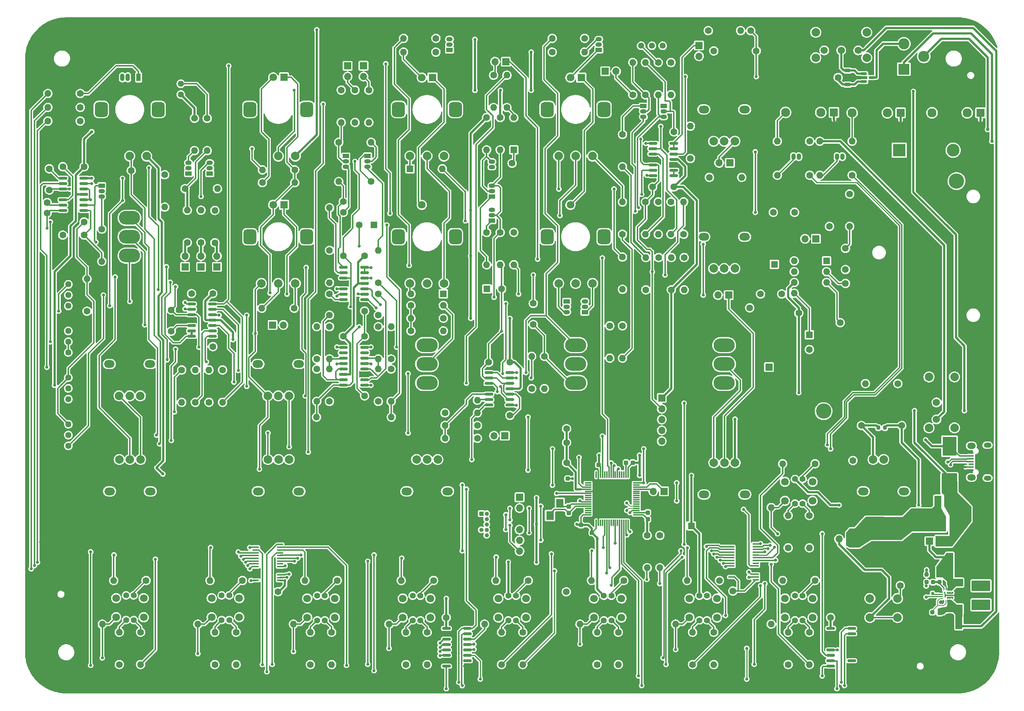
<source format=gbr>
%TF.GenerationSoftware,KiCad,Pcbnew,(6.0.10-0)*%
%TF.CreationDate,2023-01-28T16:50:53+01:00*%
%TF.ProjectId,LivSynth_Hardware,4c697653-796e-4746-985f-486172647761,0v2*%
%TF.SameCoordinates,Original*%
%TF.FileFunction,Copper,L2,Bot*%
%TF.FilePolarity,Positive*%
%FSLAX46Y46*%
G04 Gerber Fmt 4.6, Leading zero omitted, Abs format (unit mm)*
G04 Created by KiCad (PCBNEW (6.0.10-0)) date 2023-01-28 16:50:53*
%MOMM*%
%LPD*%
G01*
G04 APERTURE LIST*
G04 Aperture macros list*
%AMRoundRect*
0 Rectangle with rounded corners*
0 $1 Rounding radius*
0 $2 $3 $4 $5 $6 $7 $8 $9 X,Y pos of 4 corners*
0 Add a 4 corners polygon primitive as box body*
4,1,4,$2,$3,$4,$5,$6,$7,$8,$9,$2,$3,0*
0 Add four circle primitives for the rounded corners*
1,1,$1+$1,$2,$3*
1,1,$1+$1,$4,$5*
1,1,$1+$1,$6,$7*
1,1,$1+$1,$8,$9*
0 Add four rect primitives between the rounded corners*
20,1,$1+$1,$2,$3,$4,$5,0*
20,1,$1+$1,$4,$5,$6,$7,0*
20,1,$1+$1,$6,$7,$8,$9,0*
20,1,$1+$1,$8,$9,$2,$3,0*%
G04 Aperture macros list end*
%TA.AperFunction,SMDPad,CuDef*%
%ADD10C,0.500000*%
%TD*%
%TA.AperFunction,SMDPad,CuDef*%
%ADD11RoundRect,0.155000X0.155000X-0.212500X0.155000X0.212500X-0.155000X0.212500X-0.155000X-0.212500X0*%
%TD*%
%TA.AperFunction,ComponentPad*%
%ADD12C,1.800000*%
%TD*%
%TA.AperFunction,ComponentPad*%
%ADD13C,1.400000*%
%TD*%
%TA.AperFunction,ComponentPad*%
%ADD14O,5.000000X3.200000*%
%TD*%
%TA.AperFunction,ComponentPad*%
%ADD15C,1.440000*%
%TD*%
%TA.AperFunction,ComponentPad*%
%ADD16C,3.600000*%
%TD*%
%TA.AperFunction,ComponentPad*%
%ADD17C,2.000000*%
%TD*%
%TA.AperFunction,ComponentPad*%
%ADD18O,2.500000X1.800000*%
%TD*%
%TA.AperFunction,ComponentPad*%
%ADD19R,1.000000X1.000000*%
%TD*%
%TA.AperFunction,ComponentPad*%
%ADD20O,1.000000X1.000000*%
%TD*%
%TA.AperFunction,ComponentPad*%
%ADD21RoundRect,0.750000X-0.750000X-1.000000X0.750000X-1.000000X0.750000X1.000000X-0.750000X1.000000X0*%
%TD*%
%TA.AperFunction,ComponentPad*%
%ADD22R,1.700000X1.700000*%
%TD*%
%TA.AperFunction,ComponentPad*%
%ADD23O,1.700000X1.700000*%
%TD*%
%TA.AperFunction,ComponentPad*%
%ADD24R,1.830000X1.930000*%
%TD*%
%TA.AperFunction,ComponentPad*%
%ADD25C,2.130000*%
%TD*%
%TA.AperFunction,SMDPad,CuDef*%
%ADD26RoundRect,0.237500X0.300000X0.237500X-0.300000X0.237500X-0.300000X-0.237500X0.300000X-0.237500X0*%
%TD*%
%TA.AperFunction,ComponentPad*%
%ADD27C,1.600000*%
%TD*%
%TA.AperFunction,ComponentPad*%
%ADD28O,1.600000X1.600000*%
%TD*%
%TA.AperFunction,ComponentPad*%
%ADD29R,1.800000X1.800000*%
%TD*%
%TA.AperFunction,SMDPad,CuDef*%
%ADD30RoundRect,0.150000X0.825000X0.150000X-0.825000X0.150000X-0.825000X-0.150000X0.825000X-0.150000X0*%
%TD*%
%TA.AperFunction,ComponentPad*%
%ADD31R,1.050000X1.500000*%
%TD*%
%TA.AperFunction,ComponentPad*%
%ADD32O,1.050000X1.500000*%
%TD*%
%TA.AperFunction,SMDPad,CuDef*%
%ADD33R,3.300000X4.500000*%
%TD*%
%TA.AperFunction,ComponentPad*%
%ADD34R,1.500000X1.050000*%
%TD*%
%TA.AperFunction,ComponentPad*%
%ADD35O,1.500000X1.050000*%
%TD*%
%TA.AperFunction,ComponentPad*%
%ADD36R,3.000000X3.000000*%
%TD*%
%TA.AperFunction,ComponentPad*%
%ADD37C,3.000000*%
%TD*%
%TA.AperFunction,SMDPad,CuDef*%
%ADD38R,0.599999X0.240000*%
%TD*%
%TA.AperFunction,SMDPad,CuDef*%
%ADD39R,0.240000X0.599999*%
%TD*%
%TA.AperFunction,SMDPad,CuDef*%
%ADD40R,0.850001X0.700001*%
%TD*%
%TA.AperFunction,SMDPad,CuDef*%
%ADD41R,1.450000X0.349999*%
%TD*%
%TA.AperFunction,SMDPad,CuDef*%
%ADD42R,1.799999X0.349999*%
%TD*%
%TA.AperFunction,SMDPad,CuDef*%
%ADD43R,1.300000X0.450000*%
%TD*%
%TA.AperFunction,ComponentPad*%
%ADD44O,1.800000X1.150000*%
%TD*%
%TA.AperFunction,ComponentPad*%
%ADD45O,2.000000X1.450000*%
%TD*%
%TA.AperFunction,SMDPad,CuDef*%
%ADD46RoundRect,0.237500X0.250000X0.237500X-0.250000X0.237500X-0.250000X-0.237500X0.250000X-0.237500X0*%
%TD*%
%TA.AperFunction,SMDPad,CuDef*%
%ADD47RoundRect,0.250000X0.337500X0.475000X-0.337500X0.475000X-0.337500X-0.475000X0.337500X-0.475000X0*%
%TD*%
%TA.AperFunction,SMDPad,CuDef*%
%ADD48RoundRect,0.237500X-0.300000X-0.237500X0.300000X-0.237500X0.300000X0.237500X-0.300000X0.237500X0*%
%TD*%
%TA.AperFunction,ComponentPad*%
%ADD49R,1.600000X1.600000*%
%TD*%
%TA.AperFunction,SMDPad,CuDef*%
%ADD50RoundRect,0.237500X-0.237500X0.250000X-0.237500X-0.250000X0.237500X-0.250000X0.237500X0.250000X0*%
%TD*%
%TA.AperFunction,SMDPad,CuDef*%
%ADD51RoundRect,0.100000X-0.637500X-0.100000X0.637500X-0.100000X0.637500X0.100000X-0.637500X0.100000X0*%
%TD*%
%TA.AperFunction,ComponentPad*%
%ADD52C,1.700000*%
%TD*%
%TA.AperFunction,SMDPad,CuDef*%
%ADD53RoundRect,0.250000X-0.337500X-0.475000X0.337500X-0.475000X0.337500X0.475000X-0.337500X0.475000X0*%
%TD*%
%TA.AperFunction,SMDPad,CuDef*%
%ADD54R,4.200000X1.400000*%
%TD*%
%TA.AperFunction,SMDPad,CuDef*%
%ADD55RoundRect,0.237500X-0.237500X0.300000X-0.237500X-0.300000X0.237500X-0.300000X0.237500X0.300000X0*%
%TD*%
%TA.AperFunction,ComponentPad*%
%ADD56R,2.600000X2.600000*%
%TD*%
%TA.AperFunction,ComponentPad*%
%ADD57C,2.600000*%
%TD*%
%TA.AperFunction,SMDPad,CuDef*%
%ADD58R,1.800000X2.100000*%
%TD*%
%TA.AperFunction,SMDPad,CuDef*%
%ADD59RoundRect,0.150000X0.850000X0.150000X-0.850000X0.150000X-0.850000X-0.150000X0.850000X-0.150000X0*%
%TD*%
%TA.AperFunction,SMDPad,CuDef*%
%ADD60RoundRect,0.150000X-0.587500X-0.150000X0.587500X-0.150000X0.587500X0.150000X-0.587500X0.150000X0*%
%TD*%
%TA.AperFunction,SMDPad,CuDef*%
%ADD61RoundRect,0.237500X0.237500X-0.300000X0.237500X0.300000X-0.237500X0.300000X-0.237500X-0.300000X0*%
%TD*%
%TA.AperFunction,SMDPad,CuDef*%
%ADD62RoundRect,0.218750X-0.218750X-0.256250X0.218750X-0.256250X0.218750X0.256250X-0.218750X0.256250X0*%
%TD*%
%TA.AperFunction,SMDPad,CuDef*%
%ADD63R,1.200000X0.900000*%
%TD*%
%TA.AperFunction,SMDPad,CuDef*%
%ADD64RoundRect,0.075000X-0.700000X-0.075000X0.700000X-0.075000X0.700000X0.075000X-0.700000X0.075000X0*%
%TD*%
%TA.AperFunction,SMDPad,CuDef*%
%ADD65RoundRect,0.075000X-0.075000X-0.700000X0.075000X-0.700000X0.075000X0.700000X-0.075000X0.700000X0*%
%TD*%
%TA.AperFunction,ComponentPad*%
%ADD66R,1.070000X1.800000*%
%TD*%
%TA.AperFunction,ComponentPad*%
%ADD67O,1.070000X1.800000*%
%TD*%
%TA.AperFunction,SMDPad,CuDef*%
%ADD68R,1.500000X2.000000*%
%TD*%
%TA.AperFunction,SMDPad,CuDef*%
%ADD69R,3.800000X2.000000*%
%TD*%
%TA.AperFunction,SMDPad,CuDef*%
%ADD70RoundRect,0.237500X0.237500X-0.250000X0.237500X0.250000X-0.237500X0.250000X-0.237500X-0.250000X0*%
%TD*%
%TA.AperFunction,ViaPad*%
%ADD71C,0.700000*%
%TD*%
%TA.AperFunction,ViaPad*%
%ADD72C,0.800000*%
%TD*%
%TA.AperFunction,ViaPad*%
%ADD73C,0.460000*%
%TD*%
%TA.AperFunction,Conductor*%
%ADD74C,0.250000*%
%TD*%
%TA.AperFunction,Conductor*%
%ADD75C,0.500000*%
%TD*%
%TA.AperFunction,Conductor*%
%ADD76C,0.300000*%
%TD*%
%TA.AperFunction,Conductor*%
%ADD77C,0.200000*%
%TD*%
G04 APERTURE END LIST*
%TO.C,NT5*%
G36*
X301800000Y-174550000D02*
G01*
X300800000Y-174550000D01*
X300800000Y-174050000D01*
X301800000Y-174050000D01*
X301800000Y-174550000D01*
G37*
%TO.C,NT4*%
G36*
X271050000Y-93400000D02*
G01*
X270550000Y-93400000D01*
X270550000Y-92400000D01*
X271050000Y-92400000D01*
X271050000Y-93400000D01*
G37*
%TO.C,NT3*%
G36*
X286750000Y-93500000D02*
G01*
X286250000Y-93500000D01*
X286250000Y-92500000D01*
X286750000Y-92500000D01*
X286750000Y-93500000D01*
G37*
%TO.C,NT1*%
G36*
X305550000Y-93500000D02*
G01*
X305050000Y-93500000D01*
X305050000Y-92500000D01*
X305550000Y-92500000D01*
X305550000Y-93500000D01*
G37*
%TD*%
D10*
%TO.P,NT5,1,1*%
%TO.N,GND*%
X300800000Y-174300000D03*
%TO.P,NT5,2,2*%
%TO.N,Net-(J16-Pad5)*%
X301800000Y-174300000D03*
%TD*%
%TO.P,NT4,1,1*%
%TO.N,GND*%
X270800000Y-93400000D03*
%TO.P,NT4,2,2*%
%TO.N,Net-(J2-Pad1)*%
X270800000Y-92400000D03*
%TD*%
%TO.P,NT3,1,1*%
%TO.N,GND*%
X286500000Y-93500000D03*
%TO.P,NT3,2,2*%
%TO.N,Net-(J3-Pad1)*%
X286500000Y-92500000D03*
%TD*%
%TO.P,NT1,1,1*%
%TO.N,GND*%
X305300000Y-93500000D03*
%TO.P,NT1,2,2*%
%TO.N,Net-(J1-Pad1)*%
X305300000Y-92500000D03*
%TD*%
D11*
%TO.P,C208,1*%
%TO.N,/Power/Vaux*%
X294000000Y-204067500D03*
%TO.P,C208,2*%
%TO.N,GND*%
X294000000Y-202932500D03*
%TD*%
D12*
%TO.P,RGB_Pot6,1,UP-A*%
%TO.N,+3.3V*%
X191750000Y-205250000D03*
%TO.P,RGB_Pot6,2,POLE-A*%
%TO.N,unconnected-(RGB_Pot6-Pad2)*%
X198250000Y-205250000D03*
%TO.P,RGB_Pot6,3,DOWN-A*%
%TO.N,/IO/BTN5*%
X191750000Y-209750000D03*
%TO.P,RGB_Pot6,4,UP-B*%
%TO.N,unconnected-(RGB_Pot6-Pad4)*%
X198250000Y-209750000D03*
D13*
%TO.P,RGB_Pot6,5,CA*%
%TO.N,+3.3V*%
X194100000Y-204600000D03*
%TO.P,RGB_Pot6,6,G*%
%TO.N,Net-(R101-Pad1)*%
X195900000Y-204600000D03*
%TO.P,RGB_Pot6,7,R*%
%TO.N,Net-(R119-Pad1)*%
X195900000Y-210400000D03*
%TO.P,RGB_Pot6,8,B*%
%TO.N,Net-(R121-Pad2)*%
X194100000Y-210400000D03*
%TD*%
D14*
%TO.P,SW2,1,A*%
%TO.N,Net-(R72-Pad2)*%
X174949200Y-154450000D03*
%TO.P,SW2,2,B*%
%TO.N,Net-(R73-Pad2)*%
X174949200Y-150000000D03*
%TO.P,SW2,3*%
%TO.N,N/C*%
X174949200Y-145550000D03*
%TD*%
D12*
%TO.P,RGB_Pot5,1,UP-A*%
%TO.N,+3.3V*%
X169250000Y-205250000D03*
%TO.P,RGB_Pot5,2,POLE-A*%
%TO.N,unconnected-(RGB_Pot5-Pad2)*%
X175750000Y-205250000D03*
%TO.P,RGB_Pot5,3,DOWN-A*%
%TO.N,/IO/BTN4*%
X169250000Y-209750000D03*
%TO.P,RGB_Pot5,4,UP-B*%
%TO.N,unconnected-(RGB_Pot5-Pad4)*%
X175750000Y-209750000D03*
D13*
%TO.P,RGB_Pot5,5,CA*%
%TO.N,+3.3V*%
X171600000Y-204600000D03*
%TO.P,RGB_Pot5,6,G*%
%TO.N,Net-(R102-Pad1)*%
X173400000Y-204600000D03*
%TO.P,RGB_Pot5,7,R*%
%TO.N,Net-(R120-Pad1)*%
X173400000Y-210400000D03*
%TO.P,RGB_Pot5,8,B*%
%TO.N,Net-(R122-Pad2)*%
X171600000Y-210400000D03*
%TD*%
D15*
%TO.P,RV17,1,1*%
%TO.N,VGND*%
X90500000Y-164200000D03*
%TO.P,RV17,2,2*%
%TO.N,/VCO/SQUARE_OUT*%
X90500000Y-166740000D03*
%TO.P,RV17,3,3*%
%TO.N,Net-(RV17-Pad3)*%
X90500000Y-169280000D03*
%TD*%
D16*
%TO.P,LS1,1,1*%
%TO.N,Net-(J20-Pad1)*%
X268350000Y-161106595D03*
%TO.P,LS1,2,2*%
%TO.N,Net-(J20-Pad2)*%
X299650000Y-106893405D03*
%TD*%
D12*
%TO.P,RGB_Pot3,1,UP-A*%
%TO.N,+3.3V*%
X124250000Y-205178932D03*
%TO.P,RGB_Pot3,2,POLE-A*%
%TO.N,unconnected-(RGB_Pot3-Pad2)*%
X130750000Y-205178932D03*
%TO.P,RGB_Pot3,3,DOWN-A*%
%TO.N,/IO/BTN2*%
X124250000Y-209678932D03*
%TO.P,RGB_Pot3,4,UP-B*%
%TO.N,unconnected-(RGB_Pot3-Pad4)*%
X130750000Y-209678932D03*
D13*
%TO.P,RGB_Pot3,5,CA*%
%TO.N,+3.3V*%
X126600000Y-204528932D03*
%TO.P,RGB_Pot3,6,G*%
%TO.N,Net-(R107-Pad1)*%
X128400000Y-204528932D03*
%TO.P,RGB_Pot3,7,R*%
%TO.N,Net-(R125-Pad1)*%
X128400000Y-210328932D03*
%TO.P,RGB_Pot3,8,B*%
%TO.N,Net-(R126-Pad2)*%
X126600000Y-210328932D03*
%TD*%
D17*
%TO.P,SW5,1,1*%
%TO.N,/IO/BTN_SHIFT*%
X279250000Y-205250000D03*
X285750000Y-205250000D03*
%TO.P,SW5,2,2*%
%TO.N,+3.3V*%
X279250000Y-209750000D03*
X285750000Y-209750000D03*
%TD*%
D15*
%TO.P,RV16,1,1*%
%TO.N,VGND*%
X90500000Y-153200000D03*
%TO.P,RV16,2,2*%
%TO.N,Net-(RV16-Pad2)*%
X90500000Y-155740000D03*
%TO.P,RV16,3,3*%
%TO.N,+9V*%
X90500000Y-158280000D03*
%TD*%
D17*
%TO.P,RV21,1,1*%
%TO.N,VGND*%
X247500000Y-173250000D03*
%TO.P,RV21,2,2*%
%TO.N,/ModMatrix/VCA_CV_OUT*%
X245000000Y-173250000D03*
%TO.P,RV21,3,3*%
%TO.N,Net-(RV21-Pad3)*%
X242500000Y-173250000D03*
D18*
%TO.P,RV21,4*%
%TO.N,N/C*%
X249800000Y-180750000D03*
%TO.P,RV21,5*%
X240200000Y-180750000D03*
%TD*%
D17*
%TO.P,RV19,1,1*%
%TO.N,VGND*%
X142500000Y-172500000D03*
%TO.P,RV19,2,2*%
%TO.N,/ModMatrix/VCF_LFO_OUT*%
X140000000Y-172500000D03*
%TO.P,RV19,3,3*%
%TO.N,Net-(RV18-Pad3)*%
X137500000Y-172500000D03*
D18*
%TO.P,RV19,4*%
%TO.N,N/C*%
X144800000Y-180000000D03*
%TO.P,RV19,5*%
X135200000Y-180000000D03*
%TD*%
D17*
%TO.P,RV14,1,1*%
%TO.N,VGND*%
X102449200Y-157500000D03*
%TO.P,RV14,2,2*%
%TO.N,Net-(RV14-Pad2)*%
X104949200Y-157500000D03*
%TO.P,RV14,3,3*%
%TO.N,/EG/AR_OUT*%
X107449200Y-157500000D03*
D18*
%TO.P,RV14,4*%
%TO.N,N/C*%
X100149200Y-150000000D03*
%TO.P,RV14,5*%
X109749200Y-150000000D03*
%TD*%
D15*
%TO.P,RV12,1,1*%
%TO.N,/VCO/SAW_OUT*%
X90500000Y-142200000D03*
%TO.P,RV12,2,2*%
%TO.N,Net-(C17-Pad1)*%
X90500000Y-144740000D03*
%TO.P,RV12,3,3*%
X90500000Y-147280000D03*
%TD*%
D19*
%TO.P,J302,1,Pin_1*%
%TO.N,+3.3V*%
X187750000Y-185250000D03*
D20*
%TO.P,J302,2,Pin_2*%
%TO.N,/MCU/JTMS-SWDIO*%
X189020000Y-185250000D03*
%TO.P,J302,3,Pin_3*%
%TO.N,GND*%
X187750000Y-186520000D03*
%TO.P,J302,4,Pin_4*%
%TO.N,/MCU/JTCK-SWCLK*%
X189020000Y-186520000D03*
%TO.P,J302,5,Pin_5*%
%TO.N,GND*%
X187750000Y-187790000D03*
%TO.P,J302,6,Pin_6*%
%TO.N,/MCU/JTDO-TRACESWO*%
X189020000Y-187790000D03*
%TO.P,J302,7,Pin_7*%
%TO.N,unconnected-(J302-Pad7)*%
X187750000Y-189060000D03*
%TO.P,J302,8,Pin_8*%
%TO.N,/MCU/JTDI*%
X189020000Y-189060000D03*
%TO.P,J302,9,Pin_9*%
%TO.N,GND*%
X187750000Y-190330000D03*
%TO.P,J302,10,Pin_10*%
%TO.N,/MCU/NRST*%
X189020000Y-190330000D03*
%TD*%
D17*
%TO.P,RV5,1,1*%
%TO.N,Net-(R40-Pad1)*%
X205949200Y-101000000D03*
%TO.P,RV5,2,2*%
%TO.N,Net-(R22-Pad1)*%
X209949200Y-101000000D03*
%TO.P,RV5,3,3*%
%TO.N,Net-(R19-Pad2)*%
X213949200Y-101000000D03*
D21*
%TO.P,RV5,4*%
%TO.N,N/C*%
X203249200Y-90000000D03*
%TO.P,RV5,5*%
X216649200Y-90000000D03*
%TD*%
D15*
%TO.P,RV1001,1,1*%
%TO.N,Net-(R20-Pad1)*%
X230460000Y-75000000D03*
%TO.P,RV1001,2,2*%
%TO.N,+9V*%
X227920000Y-75000000D03*
%TO.P,RV1001,3,3*%
%TO.N,Net-(R17-Pad1)*%
X225380000Y-75000000D03*
%TD*%
D17*
%TO.P,RV15,1,1*%
%TO.N,VGND*%
X137449200Y-157500000D03*
%TO.P,RV15,2,2*%
%TO.N,Net-(RV15-Pad2)*%
X139949200Y-157500000D03*
%TO.P,RV15,3,3*%
%TO.N,/EG/AR_OUT*%
X142449200Y-157500000D03*
D18*
%TO.P,RV15,4*%
%TO.N,N/C*%
X135149200Y-150000000D03*
%TO.P,RV15,5*%
X144749200Y-150000000D03*
%TD*%
D17*
%TO.P,RV6,1,1*%
%TO.N,VGND*%
X242449200Y-97500000D03*
%TO.P,RV6,2,2*%
%TO.N,Net-(C2-Pad2)*%
X244949200Y-97500000D03*
%TO.P,RV6,3,3*%
%TO.N,Net-(J10-Pad2)*%
X247449200Y-97500000D03*
D18*
%TO.P,RV6,4*%
%TO.N,N/C*%
X240149200Y-90000000D03*
%TO.P,RV6,5*%
X249749200Y-90000000D03*
%TD*%
D17*
%TO.P,RV4,1,1*%
%TO.N,Net-(D11-Pad1)*%
X170949200Y-101000000D03*
%TO.P,RV4,2,2*%
%TO.N,Net-(C501-Pad1)*%
X174949200Y-101000000D03*
%TO.P,RV4,3,3*%
X178949200Y-101000000D03*
D21*
%TO.P,RV4,4*%
%TO.N,N/C*%
X168249200Y-90000000D03*
%TO.P,RV4,5*%
X181649200Y-90000000D03*
%TD*%
D14*
%TO.P,SW4,1,A*%
%TO.N,/EG/AR_OUT*%
X244949200Y-154450000D03*
%TO.P,SW4,2,B*%
%TO.N,Net-(RV21-Pad3)*%
X244949200Y-150000000D03*
%TO.P,SW4,3,C*%
%TO.N,Net-(RV18-Pad3)*%
X244949200Y-145550000D03*
%TD*%
D22*
%TO.P,J19,1,Pin_1*%
%TO.N,+3.3V*%
X196750000Y-181400000D03*
D23*
%TO.P,J19,2,Pin_2*%
%TO.N,/MCU/JTCK-SWCLK*%
X196750000Y-183940000D03*
%TO.P,J19,3,Pin_3*%
%TO.N,GND*%
X196750000Y-186480000D03*
%TO.P,J19,4,Pin_4*%
%TO.N,/MCU/JTMS-SWDIO*%
X196750000Y-189020000D03*
%TO.P,J19,5,Pin_5*%
%TO.N,/MCU/NRST*%
X196750000Y-191560000D03*
%TO.P,J19,6,Pin_6*%
%TO.N,/MCU/JTDO-TRACESWO*%
X196750000Y-194100000D03*
%TD*%
D17*
%TO.P,RV11,1,1*%
%TO.N,Net-(R57-Pad1)*%
X242449200Y-127500000D03*
%TO.P,RV11,2,2*%
%TO.N,Net-(R39-Pad1)*%
X244949200Y-127500000D03*
%TO.P,RV11,3,3*%
%TO.N,Net-(R63-Pad2)*%
X247449200Y-127500000D03*
D18*
%TO.P,RV11,4*%
%TO.N,N/C*%
X240149200Y-120000000D03*
%TO.P,RV11,5*%
X249749200Y-120000000D03*
%TD*%
D14*
%TO.P,SW3,1,A*%
%TO.N,/LFO/LFO_SQA_OUT*%
X209949200Y-145550000D03*
%TO.P,SW3,2,B*%
%TO.N,Net-(RV18-Pad3)*%
X209949200Y-150000000D03*
%TO.P,SW3,3,C*%
%TO.N,/LFO/LFO_TRI_OUT*%
X209949200Y-154450000D03*
%TD*%
D17*
%TO.P,RV18,1,1*%
%TO.N,VGND*%
X107500000Y-172500000D03*
%TO.P,RV18,2,2*%
%TO.N,/ModMatrix/VCO_LFO_OUT*%
X105000000Y-172500000D03*
%TO.P,RV18,3,3*%
%TO.N,Net-(RV18-Pad3)*%
X102500000Y-172500000D03*
D18*
%TO.P,RV18,4*%
%TO.N,N/C*%
X109800000Y-180000000D03*
%TO.P,RV18,5*%
X100200000Y-180000000D03*
%TD*%
D17*
%TO.P,RV22,1,1*%
%TO.N,GND*%
X285000000Y-172500000D03*
%TO.P,RV22,2,2*%
%TO.N,/IO/ADC_IN2*%
X282500000Y-172500000D03*
%TO.P,RV22,3,3*%
%TO.N,+3.3VA*%
X280000000Y-172500000D03*
D18*
%TO.P,RV22,4*%
%TO.N,N/C*%
X287300000Y-180000000D03*
%TO.P,RV22,5*%
X277700000Y-180000000D03*
%TD*%
D17*
%TO.P,RV7,1,1*%
%TO.N,VGND*%
X135949200Y-131000000D03*
%TO.P,RV7,2,2*%
%TO.N,Net-(R75-Pad2)*%
X139949200Y-131000000D03*
%TO.P,RV7,3,3*%
%TO.N,Net-(R47-Pad2)*%
X143949200Y-131000000D03*
D21*
%TO.P,RV7,4*%
%TO.N,N/C*%
X133249200Y-120000000D03*
%TO.P,RV7,5*%
X146649200Y-120000000D03*
%TD*%
D17*
%TO.P,RV8,1,1*%
%TO.N,Net-(D8-Pad2)*%
X170949200Y-131000000D03*
%TO.P,RV8,2,2*%
%TO.N,Net-(C501-Pad1)*%
X174949200Y-131000000D03*
%TO.P,RV8,3,3*%
X178949200Y-131000000D03*
D21*
%TO.P,RV8,4*%
%TO.N,N/C*%
X168249200Y-120000000D03*
%TO.P,RV8,5*%
X181649200Y-120000000D03*
%TD*%
D17*
%TO.P,RV1,1,1*%
%TO.N,GND*%
X100949200Y-101000000D03*
%TO.P,RV1,2,2*%
%TO.N,/IO/ADC_IN1*%
X104949200Y-101000000D03*
%TO.P,RV1,3,3*%
%TO.N,+3.3VA*%
X108949200Y-101000000D03*
D21*
%TO.P,RV1,4*%
%TO.N,N/C*%
X98249200Y-90000000D03*
%TO.P,RV1,5*%
X111649200Y-90000000D03*
%TD*%
D24*
%TO.P,J1,1*%
%TO.N,Net-(J1-Pad1)*%
X305279540Y-90800000D03*
D25*
%TO.P,J1,2*%
%TO.N,Net-(J1-Pad2)*%
X302179540Y-90800000D03*
%TO.P,J1,3*%
%TO.N,Net-(C2-Pad1)*%
X293879540Y-90800000D03*
%TD*%
D12*
%TO.P,RGB_Pot7,1,UP-A*%
%TO.N,+3.3V*%
X236750000Y-205250000D03*
%TO.P,RGB_Pot7,2,POLE-A*%
%TO.N,unconnected-(RGB_Pot7-Pad2)*%
X243250000Y-205250000D03*
%TO.P,RGB_Pot7,3,DOWN-A*%
%TO.N,/IO/BTN7*%
X236750000Y-209750000D03*
%TO.P,RGB_Pot7,4,UP-B*%
%TO.N,unconnected-(RGB_Pot7-Pad4)*%
X243250000Y-209750000D03*
D13*
%TO.P,RGB_Pot7,5,CA*%
%TO.N,+3.3V*%
X239100000Y-204600000D03*
%TO.P,RGB_Pot7,6,G*%
%TO.N,Net-(R99-Pad1)*%
X240900000Y-204600000D03*
%TO.P,RGB_Pot7,7,R*%
%TO.N,Net-(R117-Pad1)*%
X240900000Y-210400000D03*
%TO.P,RGB_Pot7,8,B*%
%TO.N,Net-(R115-Pad2)*%
X239100000Y-210400000D03*
%TD*%
D24*
%TO.P,J2,1*%
%TO.N,Net-(J2-Pad1)*%
X270779540Y-90700000D03*
D25*
%TO.P,J2,2*%
%TO.N,unconnected-(J2-Pad2)*%
X267679540Y-90700000D03*
%TO.P,J2,3*%
%TO.N,Net-(J2-Pad3)*%
X259379540Y-90700000D03*
%TD*%
D24*
%TO.P,J3,1*%
%TO.N,Net-(J3-Pad1)*%
X286479540Y-90800000D03*
D25*
%TO.P,J3,2*%
%TO.N,unconnected-(J3-Pad2)*%
X283379540Y-90800000D03*
%TO.P,J3,3*%
%TO.N,Net-(J3-Pad3)*%
X275079540Y-90800000D03*
%TD*%
D12*
%TO.P,RGB_Pot1,1,UP-A*%
%TO.N,+3.3V*%
X259250000Y-177750000D03*
%TO.P,RGB_Pot1,2,POLE-A*%
%TO.N,unconnected-(RGB_Pot1-Pad2)*%
X265750000Y-177750000D03*
%TO.P,RGB_Pot1,3,DOWN-A*%
%TO.N,/IO/BTN9*%
X259250000Y-182250000D03*
%TO.P,RGB_Pot1,4,UP-B*%
%TO.N,unconnected-(RGB_Pot1-Pad4)*%
X265750000Y-182250000D03*
D13*
%TO.P,RGB_Pot1,5,CA*%
%TO.N,+3.3V*%
X261600000Y-177100000D03*
%TO.P,RGB_Pot1,6,G*%
%TO.N,Net-(R79-Pad1)*%
X263400000Y-177100000D03*
%TO.P,RGB_Pot1,7,R*%
%TO.N,Net-(R81-Pad1)*%
X263400000Y-182900000D03*
%TO.P,RGB_Pot1,8,B*%
%TO.N,Net-(R80-Pad2)*%
X261600000Y-182900000D03*
%TD*%
D17*
%TO.P,RV3,1,1*%
%TO.N,GND*%
X135949200Y-101000000D03*
%TO.P,RV3,2,2*%
%TO.N,Net-(R26-Pad1)*%
X139949200Y-101000000D03*
%TO.P,RV3,3,3*%
%TO.N,+9V*%
X143949200Y-101000000D03*
D21*
%TO.P,RV3,4*%
%TO.N,N/C*%
X133249200Y-90000000D03*
%TO.P,RV3,5*%
X146649200Y-90000000D03*
%TD*%
D15*
%TO.P,RV2,1,1*%
%TO.N,GND*%
X117000000Y-81420000D03*
%TO.P,RV2,2,2*%
%TO.N,Net-(R31-Pad1)*%
X117000000Y-83960000D03*
%TO.P,RV2,3,3*%
%TO.N,+9V*%
X117000000Y-86500000D03*
%TD*%
D17*
%TO.P,RV20,1,1*%
%TO.N,Net-(R86-Pad2)*%
X177500000Y-172500000D03*
%TO.P,RV20,2,2*%
%TO.N,Net-(C40-Pad1)*%
X175000000Y-172500000D03*
%TO.P,RV20,3,3*%
X172500000Y-172500000D03*
D18*
%TO.P,RV20,4*%
%TO.N,N/C*%
X179800000Y-180000000D03*
%TO.P,RV20,5*%
X170200000Y-180000000D03*
%TD*%
D12*
%TO.P,RGB_Pot9,1,UP-A*%
%TO.N,+3.3V*%
X259250000Y-205250000D03*
%TO.P,RGB_Pot9,2,POLE-A*%
%TO.N,unconnected-(RGB_Pot9-Pad2)*%
X265750000Y-205250000D03*
%TO.P,RGB_Pot9,3,DOWN-A*%
%TO.N,/IO/BTN8*%
X259250000Y-209750000D03*
%TO.P,RGB_Pot9,4,UP-B*%
%TO.N,unconnected-(RGB_Pot9-Pad4)*%
X265750000Y-209750000D03*
D13*
%TO.P,RGB_Pot9,5,CA*%
%TO.N,+3.3V*%
X261600000Y-204600000D03*
%TO.P,RGB_Pot9,6,G*%
%TO.N,Net-(R95-Pad1)*%
X263400000Y-204600000D03*
%TO.P,RGB_Pot9,7,R*%
%TO.N,Net-(R114-Pad1)*%
X263400000Y-210400000D03*
%TO.P,RGB_Pot9,8,B*%
%TO.N,Net-(R113-Pad2)*%
X261600000Y-210400000D03*
%TD*%
D17*
%TO.P,RV9,1,1*%
%TO.N,Net-(Q15-Pad3)*%
X205949200Y-131000000D03*
%TO.P,RV9,2,2*%
%TO.N,Net-(C23-Pad1)*%
X209949200Y-131000000D03*
%TO.P,RV9,3,3*%
%TO.N,Net-(Q16-Pad1)*%
X213949200Y-131000000D03*
D21*
%TO.P,RV9,4*%
%TO.N,N/C*%
X203249200Y-120000000D03*
%TO.P,RV9,5*%
X216649200Y-120000000D03*
%TD*%
D22*
%TO.P,J4,1,Pin_1*%
%TO.N,Net-(C22-Pad2)*%
X255500000Y-150725000D03*
D23*
%TO.P,J4,2,Pin_2*%
%TO.N,GND*%
X255500000Y-153265000D03*
%TD*%
D12*
%TO.P,RGB_Pot4,1,UP-A*%
%TO.N,+3.3V*%
X146750000Y-205250000D03*
%TO.P,RGB_Pot4,2,POLE-A*%
%TO.N,unconnected-(RGB_Pot4-Pad2)*%
X153250000Y-205250000D03*
%TO.P,RGB_Pot4,3,DOWN-A*%
%TO.N,/IO/BTN3*%
X146750000Y-209750000D03*
%TO.P,RGB_Pot4,4,UP-B*%
%TO.N,unconnected-(RGB_Pot4-Pad4)*%
X153250000Y-209750000D03*
D13*
%TO.P,RGB_Pot4,5,CA*%
%TO.N,+3.3V*%
X149100000Y-204600000D03*
%TO.P,RGB_Pot4,6,G*%
%TO.N,Net-(R106-Pad1)*%
X150900000Y-204600000D03*
%TO.P,RGB_Pot4,7,R*%
%TO.N,Net-(R123-Pad1)*%
X150900000Y-210400000D03*
%TO.P,RGB_Pot4,8,B*%
%TO.N,Net-(R124-Pad2)*%
X149100000Y-210400000D03*
%TD*%
D12*
%TO.P,RGB_Pot2,1,UP-A*%
%TO.N,+3.3V*%
X101750000Y-205178932D03*
%TO.P,RGB_Pot2,2,POLE-A*%
%TO.N,unconnected-(RGB_Pot2-Pad2)*%
X108250000Y-205178932D03*
%TO.P,RGB_Pot2,3,DOWN-A*%
%TO.N,/IO/BTN1*%
X101750000Y-209678932D03*
%TO.P,RGB_Pot2,4,UP-B*%
%TO.N,unconnected-(RGB_Pot2-Pad4)*%
X108250000Y-209678932D03*
D13*
%TO.P,RGB_Pot2,5,CA*%
%TO.N,+3.3V*%
X104100000Y-204528932D03*
%TO.P,RGB_Pot2,6,G*%
%TO.N,Net-(R110-Pad1)*%
X105900000Y-204528932D03*
%TO.P,RGB_Pot2,7,R*%
%TO.N,Net-(R128-Pad1)*%
X105900000Y-210328932D03*
%TO.P,RGB_Pot2,8,B*%
%TO.N,Net-(R127-Pad2)*%
X104100000Y-210328932D03*
%TD*%
D15*
%TO.P,RV13,1,1*%
%TO.N,Net-(R78-Pad1)*%
X90500000Y-131220000D03*
%TO.P,RV13,2,2*%
%TO.N,Net-(Q13-Pad2)*%
X90500000Y-133760000D03*
%TO.P,RV13,3,3*%
%TO.N,Net-(RV13-Pad3)*%
X90500000Y-136300000D03*
%TD*%
D14*
%TO.P,SW1,1,A*%
%TO.N,/VCO/SAW_OUT*%
X104898400Y-124450000D03*
%TO.P,SW1,2,B*%
%TO.N,/VCF/VCF_IN*%
X104898400Y-120000000D03*
%TO.P,SW1,3,C*%
%TO.N,/VCO/SQUARE_OUT*%
X104898400Y-115550000D03*
%TD*%
D12*
%TO.P,RGB_Pot8,1,UP-A*%
%TO.N,+3.3V*%
X214250000Y-205250000D03*
%TO.P,RGB_Pot8,2,POLE-A*%
%TO.N,unconnected-(RGB_Pot8-Pad2)*%
X220750000Y-205250000D03*
%TO.P,RGB_Pot8,3,DOWN-A*%
%TO.N,/IO/BTN6*%
X214250000Y-209750000D03*
%TO.P,RGB_Pot8,4,UP-B*%
%TO.N,unconnected-(RGB_Pot8-Pad4)*%
X220750000Y-209750000D03*
D13*
%TO.P,RGB_Pot8,5,CA*%
%TO.N,+3.3V*%
X216600000Y-204600000D03*
%TO.P,RGB_Pot8,6,G*%
%TO.N,Net-(R96-Pad1)*%
X218400000Y-204600000D03*
%TO.P,RGB_Pot8,7,R*%
%TO.N,Net-(R116-Pad1)*%
X218400000Y-210400000D03*
%TO.P,RGB_Pot8,8,B*%
%TO.N,Net-(R118-Pad2)*%
X216600000Y-210400000D03*
%TD*%
D26*
%TO.P,C36,1*%
%TO.N,+3.3V*%
X215362500Y-173750000D03*
%TO.P,C36,2*%
%TO.N,GND*%
X213637500Y-173750000D03*
%TD*%
D27*
%TO.P,R65,1*%
%TO.N,Net-(Q6-Pad3)*%
X229400000Y-111790000D03*
D28*
%TO.P,R65,2*%
%TO.N,Net-(R60-Pad2)*%
X229400000Y-119410000D03*
%TD*%
D29*
%TO.P,D10,1,K*%
%TO.N,Net-(C30-Pad2)*%
X141275000Y-112450000D03*
D12*
%TO.P,D10,2,A*%
%TO.N,Net-(D10-Pad2)*%
X138735000Y-112450000D03*
%TD*%
D27*
%TO.P,R91,1*%
%TO.N,VGND*%
X163500000Y-158810000D03*
D28*
%TO.P,R91,2*%
%TO.N,Net-(R74-Pad2)*%
X163500000Y-151190000D03*
%TD*%
D27*
%TO.P,C52,1*%
%TO.N,/IO/ADC_IN2*%
X275250000Y-172750000D03*
%TO.P,C52,2*%
%TO.N,GND*%
X275250000Y-177750000D03*
%TD*%
%TO.P,R89,1*%
%TO.N,Net-(R76-Pad1)*%
X149000000Y-151190000D03*
D28*
%TO.P,R89,2*%
%TO.N,Net-(R74-Pad1)*%
X149000000Y-158810000D03*
%TD*%
D22*
%TO.P,J11,1,Pin_1*%
%TO.N,Net-(J11-Pad1)*%
X266525000Y-120500000D03*
D23*
%TO.P,J11,2,Pin_2*%
%TO.N,Net-(J11-Pad2)*%
X263985000Y-120500000D03*
%TD*%
D27*
%TO.P,R86,1*%
%TO.N,Net-(R84-Pad2)*%
X179190000Y-161500000D03*
D28*
%TO.P,R86,2*%
%TO.N,Net-(R86-Pad2)*%
X186810000Y-161500000D03*
%TD*%
D27*
%TO.P,R702,1*%
%TO.N,Net-(R701-Pad2)*%
X120400000Y-159010000D03*
D28*
%TO.P,R702,2*%
%TO.N,/ModMatrix/VCO_EG_OUT*%
X120400000Y-151390000D03*
%TD*%
D27*
%TO.P,C4,1*%
%TO.N,+9V*%
X233100000Y-108275000D03*
%TO.P,C4,2*%
%TO.N,VGND*%
X228100000Y-108275000D03*
%TD*%
%TO.P,R19,1*%
%TO.N,Net-(R19-Pad1)*%
X221000000Y-119420000D03*
D28*
%TO.P,R19,2*%
%TO.N,Net-(R19-Pad2)*%
X221000000Y-111800000D03*
%TD*%
D27*
%TO.P,R105,1*%
%TO.N,GND*%
X143500000Y-203690000D03*
D28*
%TO.P,R105,2*%
%TO.N,/IO/BTN3*%
X143500000Y-211310000D03*
%TD*%
D27*
%TO.P,R127,1*%
%TO.N,/IO/P1_B*%
X102500000Y-220810000D03*
D28*
%TO.P,R127,2*%
%TO.N,Net-(R127-Pad2)*%
X102500000Y-213190000D03*
%TD*%
D27*
%TO.P,R34,1*%
%TO.N,Net-(C7-Pad1)*%
X269750000Y-117560000D03*
D28*
%TO.P,R34,2*%
%TO.N,GND*%
X269750000Y-109940000D03*
%TD*%
D27*
%TO.P,R20,1*%
%TO.N,Net-(R20-Pad1)*%
X232410000Y-78940000D03*
D28*
%TO.P,R20,2*%
%TO.N,Net-(Q5-Pad3)*%
X232410000Y-86560000D03*
%TD*%
D27*
%TO.P,C53,1*%
%TO.N,+3.3V*%
X247000000Y-203500000D03*
%TO.P,C53,2*%
%TO.N,GND*%
X252000000Y-203500000D03*
%TD*%
%TO.P,C301,1*%
%TO.N,+3.3VA*%
X207810000Y-168500000D03*
%TO.P,C301,2*%
%TO.N,GND*%
X202810000Y-168500000D03*
%TD*%
D30*
%TO.P,U4,1*%
%TO.N,Net-(RV13-Pad3)*%
X94175000Y-106190000D03*
%TO.P,U4,2,-*%
%TO.N,Net-(R31-Pad2)*%
X94175000Y-107460000D03*
%TO.P,U4,3,+*%
%TO.N,VGND*%
X94175000Y-108730000D03*
%TO.P,U4,4,V+*%
%TO.N,+9V*%
X94175000Y-110000000D03*
%TO.P,U4,5,+*%
%TO.N,VGND*%
X94175000Y-111270000D03*
%TO.P,U4,6,-*%
%TO.N,Net-(C14-Pad1)*%
X94175000Y-112540000D03*
%TO.P,U4,7*%
%TO.N,/VCO/SAW_OUT*%
X94175000Y-113810000D03*
%TO.P,U4,8*%
%TO.N,Net-(C16-Pad2)*%
X89225000Y-113810000D03*
%TO.P,U4,9,-*%
%TO.N,Net-(C16-Pad1)*%
X89225000Y-112540000D03*
%TO.P,U4,10,+*%
%TO.N,VGND*%
X89225000Y-111270000D03*
%TO.P,U4,11,V-*%
%TO.N,GND*%
X89225000Y-110000000D03*
%TO.P,U4,12,+*%
%TO.N,Net-(C17-Pad1)*%
X89225000Y-108730000D03*
%TO.P,U4,13,-*%
%TO.N,Net-(RV16-Pad2)*%
X89225000Y-107460000D03*
%TO.P,U4,14*%
%TO.N,Net-(C17-Pad2)*%
X89225000Y-106190000D03*
%TD*%
D27*
%TO.P,C41,1*%
%TO.N,VGND*%
X160250000Y-157500000D03*
%TO.P,C41,2*%
%TO.N,GND*%
X155250000Y-157500000D03*
%TD*%
%TO.P,R124,1*%
%TO.N,/IO/P3_B*%
X147500000Y-220810000D03*
D28*
%TO.P,R124,2*%
%TO.N,Net-(R124-Pad2)*%
X147500000Y-213190000D03*
%TD*%
D31*
%TO.P,Q3,1,E*%
%TO.N,GND*%
X270230000Y-101140000D03*
D32*
%TO.P,Q3,2,B*%
%TO.N,Net-(Q3-Pad2)*%
X271500000Y-101140000D03*
%TO.P,Q3,3,C*%
%TO.N,Net-(J3-Pad3)*%
X272770000Y-101140000D03*
%TD*%
D27*
%TO.P,R3,1*%
%TO.N,Net-(J6-Pad2)*%
X223410000Y-86560000D03*
D28*
%TO.P,R3,2*%
%TO.N,Net-(Q5-Pad2)*%
X223410000Y-78940000D03*
%TD*%
D27*
%TO.P,C7,1*%
%TO.N,Net-(C7-Pad1)*%
X273500000Y-122750000D03*
%TO.P,C7,2*%
%TO.N,Net-(C19-Pad2)*%
X273500000Y-127750000D03*
%TD*%
%TO.P,C210,1*%
%TO.N,/Power/VGREF*%
X252500000Y-76200000D03*
%TO.P,C210,2*%
%TO.N,GND*%
X257500000Y-76200000D03*
%TD*%
%TO.P,R107,1*%
%TO.N,Net-(R107-Pad1)*%
X131500000Y-201000000D03*
D28*
%TO.P,R107,2*%
%TO.N,/IO/P2_G*%
X123880000Y-201000000D03*
%TD*%
D27*
%TO.P,R9,1*%
%TO.N,Net-(D5-Pad4)*%
X93310000Y-92750000D03*
D28*
%TO.P,R9,2*%
%TO.N,/IO/LED1_B*%
X85690000Y-92750000D03*
%TD*%
D27*
%TO.P,R64,1*%
%TO.N,Net-(R61-Pad2)*%
X199600000Y-155810000D03*
D28*
%TO.P,R64,2*%
%TO.N,Net-(R19-Pad1)*%
X199600000Y-148190000D03*
%TD*%
D33*
%TO.P,D202,1,K*%
%TO.N,+9V*%
X298000000Y-178150000D03*
%TO.P,D202,2,A*%
%TO.N,VBUS*%
X298000000Y-169350000D03*
%TD*%
D27*
%TO.P,R16,1*%
%TO.N,/IO/CLOCK_OUT*%
X265060000Y-105500000D03*
D28*
%TO.P,R16,2*%
%TO.N,Net-(Q4-Pad2)*%
X257440000Y-105500000D03*
%TD*%
D27*
%TO.P,R101,1*%
%TO.N,Net-(R101-Pad1)*%
X198810000Y-201000000D03*
D28*
%TO.P,R101,2*%
%TO.N,/IO/P5_G*%
X191190000Y-201000000D03*
%TD*%
D27*
%TO.P,R81,1*%
%TO.N,Net-(R81-Pad1)*%
X265000000Y-185690000D03*
D28*
%TO.P,R81,2*%
%TO.N,/IO/P9_R*%
X265000000Y-193310000D03*
%TD*%
D34*
%TO.P,Q13,1,E*%
%TO.N,Net-(Q12-Pad1)*%
X118800000Y-105100000D03*
D35*
%TO.P,Q13,2,B*%
%TO.N,Net-(Q13-Pad2)*%
X118800000Y-103830000D03*
%TO.P,Q13,3,C*%
%TO.N,Net-(C16-Pad1)*%
X118800000Y-102560000D03*
%TD*%
D34*
%TO.P,Q502,1,E*%
%TO.N,Net-(D11-Pad2)*%
X190240000Y-116220000D03*
D35*
%TO.P,Q502,2,B*%
%TO.N,Net-(D8-Pad1)*%
X190240000Y-114950000D03*
%TO.P,Q502,3,C*%
%TO.N,+9V*%
X190240000Y-113680000D03*
%TD*%
D27*
%TO.P,R37,1*%
%TO.N,Net-(Q5-Pad1)*%
X221000000Y-95890000D03*
D28*
%TO.P,R37,2*%
%TO.N,Net-(R37-Pad2)*%
X221000000Y-103510000D03*
%TD*%
D27*
%TO.P,R95,1*%
%TO.N,Net-(R95-Pad1)*%
X266310000Y-201000000D03*
D28*
%TO.P,R95,2*%
%TO.N,/IO/P8_G*%
X258690000Y-201000000D03*
%TD*%
D36*
%TO.P,BT1,1,+*%
%TO.N,/Power/BAT_P*%
X286150000Y-99600000D03*
D37*
%TO.P,BT1,2,-*%
%TO.N,/Power/BAT_N*%
X298850000Y-99600000D03*
%TD*%
D27*
%TO.P,R52,1*%
%TO.N,Net-(D10-Pad2)*%
X143810000Y-104250000D03*
D28*
%TO.P,R52,2*%
%TO.N,VGND*%
X136190000Y-104250000D03*
%TD*%
D34*
%TO.P,Q5,1,E*%
%TO.N,Net-(Q5-Pad1)*%
X225910000Y-89230000D03*
D35*
%TO.P,Q5,2,B*%
%TO.N,Net-(Q5-Pad2)*%
X225910000Y-90500000D03*
%TO.P,Q5,3,C*%
%TO.N,Net-(Q5-Pad3)*%
X225910000Y-91770000D03*
%TD*%
D27*
%TO.P,R122,1*%
%TO.N,/IO/P4_B*%
X170000000Y-220810000D03*
D28*
%TO.P,R122,2*%
%TO.N,Net-(R122-Pad2)*%
X170000000Y-213190000D03*
%TD*%
D27*
%TO.P,C54,1*%
%TO.N,+3.3V*%
X139887500Y-203625000D03*
%TO.P,C54,2*%
%TO.N,GND*%
X134887500Y-203625000D03*
%TD*%
%TO.P,R57,1*%
%TO.N,Net-(R57-Pad1)*%
X229500000Y-124885000D03*
D28*
%TO.P,R57,2*%
%TO.N,GND*%
X229500000Y-132505000D03*
%TD*%
D27*
%TO.P,R301,1*%
%TO.N,/MCU/SPI_MOSI*%
X207750000Y-203690000D03*
D28*
%TO.P,R301,2*%
%TO.N,GND*%
X207750000Y-211310000D03*
%TD*%
D30*
%TO.P,U13,1,~{PL}*%
%TO.N,/IO/SR_SHLDN*%
X184475000Y-212305000D03*
%TO.P,U13,2,CP*%
%TO.N,/IO/SR_SPI_CLK*%
X184475000Y-213575000D03*
%TO.P,U13,3,D4*%
%TO.N,/IO/BTN5*%
X184475000Y-214845000D03*
%TO.P,U13,4,D5*%
%TO.N,/IO/BTN6*%
X184475000Y-216115000D03*
%TO.P,U13,5,D6*%
%TO.N,/IO/BTN7*%
X184475000Y-217385000D03*
%TO.P,U13,6,D7*%
%TO.N,/IO/BTN8*%
X184475000Y-218655000D03*
%TO.P,U13,7,~{Q7}*%
%TO.N,unconnected-(U13-Pad7)*%
X184475000Y-219925000D03*
%TO.P,U13,8,GND*%
%TO.N,GND*%
X184475000Y-221195000D03*
%TO.P,U13,9,Q7*%
%TO.N,Net-(U10-Pad10)*%
X179525000Y-221195000D03*
%TO.P,U13,10,DS*%
%TO.N,GND*%
X179525000Y-219925000D03*
%TO.P,U13,11,D0*%
%TO.N,/IO/BTN1*%
X179525000Y-218655000D03*
%TO.P,U13,12,D1*%
%TO.N,/IO/BTN2*%
X179525000Y-217385000D03*
%TO.P,U13,13,D2*%
%TO.N,/IO/BTN3*%
X179525000Y-216115000D03*
%TO.P,U13,14,D3*%
%TO.N,/IO/BTN4*%
X179525000Y-214845000D03*
%TO.P,U13,15,~{CE}*%
%TO.N,GND*%
X179525000Y-213575000D03*
%TO.P,U13,16,VCC*%
%TO.N,+3.3V*%
X179525000Y-212305000D03*
%TD*%
D27*
%TO.P,R69,1*%
%TO.N,+9V*%
X178810000Y-139200000D03*
D28*
%TO.P,R69,2*%
%TO.N,Net-(R69-Pad2)*%
X171190000Y-139200000D03*
%TD*%
D27*
%TO.P,R123,1*%
%TO.N,Net-(R123-Pad1)*%
X152500000Y-213190000D03*
D28*
%TO.P,R123,2*%
%TO.N,/IO/P3_R*%
X152500000Y-220810000D03*
%TD*%
D27*
%TO.P,C39,1*%
%TO.N,VGND*%
X194500000Y-162100000D03*
%TO.P,C39,2*%
%TO.N,GND*%
X189500000Y-162100000D03*
%TD*%
%TO.P,R113,1*%
%TO.N,/IO/P8_B*%
X260000000Y-220810000D03*
D28*
%TO.P,R113,2*%
%TO.N,Net-(R113-Pad2)*%
X260000000Y-213190000D03*
%TD*%
D27*
%TO.P,R103,1*%
%TO.N,GND*%
X188500000Y-203690000D03*
D28*
%TO.P,R103,2*%
%TO.N,/IO/BTN5*%
X188500000Y-211310000D03*
%TD*%
D38*
%TO.P,U201,1,PS_SYNC*%
%TO.N,Net-(R202-Pad2)*%
X296200000Y-205250001D03*
%TO.P,U201,2,PG*%
%TO.N,/Power/PG*%
X296200000Y-204750002D03*
%TO.P,U201,3,VAUX*%
%TO.N,/Power/Vaux*%
X296200000Y-204250000D03*
%TO.P,U201,4,GND*%
%TO.N,GND*%
X296200000Y-203750002D03*
D39*
%TO.P,U201,5,FB*%
%TO.N,/Power/FB*%
X296625000Y-203100000D03*
%TO.P,U201,6,FB2*%
%TO.N,GND*%
X297124999Y-203100000D03*
D40*
%TO.P,U201,7,VOUT*%
%TO.N,/Power/Vout*%
X297875000Y-203100000D03*
%TO.P,U201,8,VOUT*%
X297875000Y-203100000D03*
D41*
%TO.P,U201,9,L2*%
%TO.N,/Power/L2*%
X298125000Y-204000001D03*
D42*
%TO.P,U201,10,PGND*%
%TO.N,GND*%
X297949999Y-204500000D03*
D41*
%TO.P,U201,11,L1*%
%TO.N,/Power/L1*%
X298125000Y-204999999D03*
D40*
%TO.P,U201,12,VIN*%
%TO.N,/Power/Vin*%
X297875000Y-205900000D03*
%TO.P,U201,13,VIN*%
X297875000Y-205900000D03*
D39*
%TO.P,U201,14,EN*%
%TO.N,Net-(R202-Pad2)*%
X297124999Y-205900000D03*
%TO.P,U201,15,VSEL*%
%TO.N,GND*%
X296625000Y-205900000D03*
%TD*%
D27*
%TO.P,R33,1*%
%TO.N,Net-(J1-Pad2)*%
X274500000Y-109940000D03*
D28*
%TO.P,R33,2*%
%TO.N,Net-(C7-Pad1)*%
X274500000Y-117560000D03*
%TD*%
D43*
%TO.P,J16,1,VBUS*%
%TO.N,VBUS*%
X303100000Y-171695000D03*
%TO.P,J16,2,D-*%
%TO.N,/MCU/USB_D-*%
X303100000Y-172345000D03*
%TO.P,J16,3,D+*%
%TO.N,/MCU/USB_D+*%
X303100000Y-172995000D03*
%TO.P,J16,4,ID*%
%TO.N,unconnected-(J16-Pad4)*%
X303100000Y-173645000D03*
%TO.P,J16,5,GND*%
%TO.N,Net-(J16-Pad5)*%
X303100000Y-174295000D03*
D44*
%TO.P,J16,6,Shield*%
%TO.N,unconnected-(J16-Pad6)*%
X306950000Y-176870000D03*
X306950000Y-169120000D03*
D45*
X303150000Y-176720000D03*
X303150000Y-169270000D03*
%TD*%
D34*
%TO.P,Q12,1,E*%
%TO.N,Net-(Q12-Pad1)*%
X123800000Y-105100000D03*
D35*
%TO.P,Q12,2,B*%
%TO.N,VGND*%
X123800000Y-103830000D03*
%TO.P,Q12,3,C*%
%TO.N,Net-(C14-Pad1)*%
X123800000Y-102560000D03*
%TD*%
D27*
%TO.P,R201,1*%
%TO.N,Net-(D201-Pad2)*%
X271760000Y-82500000D03*
D28*
%TO.P,R201,2*%
%TO.N,GND*%
X264140000Y-82500000D03*
%TD*%
D46*
%TO.P,R202,1*%
%TO.N,/Power/Vin*%
X295812500Y-208500000D03*
%TO.P,R202,2*%
%TO.N,Net-(R202-Pad2)*%
X293987500Y-208500000D03*
%TD*%
D47*
%TO.P,C202,1*%
%TO.N,/Power/Vin*%
X300137500Y-209500000D03*
%TO.P,C202,2*%
%TO.N,GND*%
X298062500Y-209500000D03*
%TD*%
D22*
%TO.P,J10,1,Pin_1*%
%TO.N,/IO/VCA_IN*%
X246275000Y-102595000D03*
D23*
%TO.P,J10,2,Pin_2*%
%TO.N,Net-(J10-Pad2)*%
X243735000Y-102595000D03*
%TD*%
D27*
%TO.P,R118,1*%
%TO.N,/IO/P6_B*%
X215000000Y-220810000D03*
D28*
%TO.P,R118,2*%
%TO.N,Net-(R118-Pad2)*%
X215000000Y-213190000D03*
%TD*%
D27*
%TO.P,R87,1*%
%TO.N,Net-(R71-Pad1)*%
X166500000Y-151190000D03*
D28*
%TO.P,R87,2*%
%TO.N,Net-(C11-Pad1)*%
X166500000Y-158810000D03*
%TD*%
D48*
%TO.P,C44,1*%
%TO.N,+3.3V*%
X226937500Y-186600000D03*
%TO.P,C44,2*%
%TO.N,GND*%
X228662500Y-186600000D03*
%TD*%
D27*
%TO.P,R100,1*%
%TO.N,GND*%
X211000000Y-203690000D03*
D28*
%TO.P,R100,2*%
%TO.N,/IO/BTN6*%
X211000000Y-211310000D03*
%TD*%
D27*
%TO.P,R15,1*%
%TO.N,+3.3V*%
X265060000Y-97500000D03*
D28*
%TO.P,R15,2*%
%TO.N,Net-(J2-Pad3)*%
X257440000Y-97500000D03*
%TD*%
D22*
%TO.P,J8,1,Pin_1*%
%TO.N,/ModMatrix/VCF_EG_OUT*%
X156250000Y-79725000D03*
D23*
%TO.P,J8,2,Pin_2*%
%TO.N,Net-(J8-Pad2)*%
X156250000Y-82265000D03*
%TD*%
D49*
%TO.P,D8,1,K*%
%TO.N,Net-(D8-Pad1)*%
X178810000Y-133450000D03*
D28*
%TO.P,D8,2,A*%
%TO.N,Net-(D8-Pad2)*%
X171190000Y-133450000D03*
%TD*%
D27*
%TO.P,R58,1*%
%TO.N,Net-(R39-Pad2)*%
X226500000Y-132505000D03*
D28*
%TO.P,R58,2*%
%TO.N,Net-(R37-Pad2)*%
X226500000Y-124885000D03*
%TD*%
D50*
%TO.P,R203,1*%
%TO.N,/Power/Vout*%
X295600000Y-199587500D03*
%TO.P,R203,2*%
%TO.N,/Power/FB*%
X295600000Y-201412500D03*
%TD*%
D27*
%TO.P,R17,1*%
%TO.N,Net-(R17-Pad1)*%
X229410000Y-78940000D03*
D28*
%TO.P,R17,2*%
%TO.N,Net-(Q6-Pad3)*%
X229410000Y-86560000D03*
%TD*%
D48*
%TO.P,C43,1*%
%TO.N,/MCU/VCAP_2*%
X226937500Y-185000000D03*
%TO.P,C43,2*%
%TO.N,GND*%
X228662500Y-185000000D03*
%TD*%
D22*
%TO.P,J204,1,Pin_1*%
%TO.N,Net-(C31-Pad1)*%
X274525000Y-191250000D03*
D23*
%TO.P,J204,2,Pin_2*%
%TO.N,+3.3V*%
X271985000Y-191250000D03*
%TD*%
D49*
%TO.P,C11,1*%
%TO.N,Net-(C11-Pad1)*%
X162457953Y-117250000D03*
D27*
%TO.P,C11,2*%
%TO.N,/VCA/VCA_IN*%
X158957953Y-117250000D03*
%TD*%
%TO.P,C2,1*%
%TO.N,Net-(C2-Pad1)*%
X261500000Y-114250000D03*
%TO.P,C2,2*%
%TO.N,Net-(C2-Pad2)*%
X256500000Y-114250000D03*
%TD*%
%TO.P,R62,1*%
%TO.N,Net-(J18-Pad2)*%
X235400000Y-119410000D03*
D28*
%TO.P,R62,2*%
%TO.N,Net-(R39-Pad2)*%
X235400000Y-111790000D03*
%TD*%
D27*
%TO.P,R51,1*%
%TO.N,Net-(J12-Pad2)*%
X125000000Y-121410000D03*
D28*
%TO.P,R51,2*%
%TO.N,Net-(R31-Pad2)*%
X125000000Y-113790000D03*
%TD*%
D34*
%TO.P,Q9,1,E*%
%TO.N,Net-(Q10-Pad1)*%
X160970000Y-100980000D03*
D35*
%TO.P,Q9,2,B*%
%TO.N,VGND*%
X160970000Y-102250000D03*
%TO.P,Q9,3,C*%
%TO.N,Net-(Q9-Pad3)*%
X160970000Y-103520000D03*
%TD*%
D22*
%TO.P,J13,1,Pin_1*%
%TO.N,/ModMatrix/VCO_LFO_OUT*%
X121750000Y-127100000D03*
D23*
%TO.P,J13,2,Pin_2*%
%TO.N,Net-(J13-Pad2)*%
X121750000Y-124560000D03*
%TD*%
D27*
%TO.P,R61,1*%
%TO.N,/LFO/LFO_TRI_OUT*%
X202600000Y-148190000D03*
D28*
%TO.P,R61,2*%
%TO.N,Net-(R61-Pad2)*%
X202600000Y-155810000D03*
%TD*%
D27*
%TO.P,C10,1*%
%TO.N,+9V*%
X124500000Y-133400000D03*
%TO.P,C10,2*%
%TO.N,VGND*%
X119500000Y-133400000D03*
%TD*%
%TO.P,R32,1*%
%TO.N,Net-(Q12-Pad1)*%
X113200000Y-105400000D03*
D28*
%TO.P,R32,2*%
%TO.N,Net-(C16-Pad2)*%
X113200000Y-113020000D03*
%TD*%
D27*
%TO.P,C29,1*%
%TO.N,VGND*%
X160250000Y-137500000D03*
%TO.P,C29,2*%
%TO.N,GND*%
X155250000Y-137500000D03*
%TD*%
%TO.P,R14,1*%
%TO.N,/IO/RESET_OUT*%
X275060000Y-105500000D03*
D28*
%TO.P,R14,2*%
%TO.N,Net-(Q3-Pad2)*%
X267440000Y-105500000D03*
%TD*%
D27*
%TO.P,R73,1*%
%TO.N,Net-(R69-Pad2)*%
X171190000Y-136200000D03*
D28*
%TO.P,R73,2*%
%TO.N,Net-(R73-Pad2)*%
X178810000Y-136200000D03*
%TD*%
D27*
%TO.P,R125,1*%
%TO.N,Net-(R125-Pad1)*%
X130000000Y-213190000D03*
D28*
%TO.P,R125,2*%
%TO.N,/IO/P2_R*%
X130000000Y-220810000D03*
%TD*%
D22*
%TO.P,J12,1,Pin_1*%
%TO.N,/Slew/V{slash}OCT_OUT*%
X125500000Y-127100000D03*
D23*
%TO.P,J12,2,Pin_2*%
%TO.N,Net-(J12-Pad2)*%
X125500000Y-124560000D03*
%TD*%
D27*
%TO.P,C38,1*%
%TO.N,+3.3V*%
X270000000Y-209750000D03*
%TO.P,C38,2*%
%TO.N,GND*%
X275000000Y-209750000D03*
%TD*%
D51*
%TO.P,U11,1,A0*%
%TO.N,GND*%
X246637500Y-200850000D03*
%TO.P,U11,2,A1*%
%TO.N,+3.3V*%
X246637500Y-200200000D03*
%TO.P,U11,3,A2*%
%TO.N,GND*%
X246637500Y-199550000D03*
%TO.P,U11,4,A3*%
X246637500Y-198900000D03*
%TO.P,U11,5,A4*%
X246637500Y-198250000D03*
%TO.P,U11,6,LED0*%
%TO.N,/IO/P5_R*%
X246637500Y-197600000D03*
%TO.P,U11,7,LED1*%
%TO.N,/IO/P5_G*%
X246637500Y-196950000D03*
%TO.P,U11,8,LED2*%
%TO.N,/IO/P5_B*%
X246637500Y-196300000D03*
%TO.P,U11,9,LED3*%
%TO.N,/IO/P6_R*%
X246637500Y-195650000D03*
%TO.P,U11,10,LED4*%
%TO.N,/IO/P6_G*%
X246637500Y-195000000D03*
%TO.P,U11,11,LED5*%
%TO.N,/IO/P6_B*%
X246637500Y-194350000D03*
%TO.P,U11,12,LED6*%
%TO.N,/IO/P7_R*%
X246637500Y-193700000D03*
%TO.P,U11,13,LED7*%
%TO.N,/IO/P7_G*%
X246637500Y-193050000D03*
%TO.P,U11,14,VSS*%
%TO.N,GND*%
X246637500Y-192400000D03*
%TO.P,U11,15,LED8*%
%TO.N,/IO/P7_B*%
X252362500Y-192400000D03*
%TO.P,U11,16,LED9*%
%TO.N,/IO/P8_R*%
X252362500Y-193050000D03*
%TO.P,U11,17,LED10*%
%TO.N,/IO/P8_G*%
X252362500Y-193700000D03*
%TO.P,U11,18,LED11*%
%TO.N,/IO/P8_B*%
X252362500Y-194350000D03*
%TO.P,U11,19,LED12*%
%TO.N,/IO/P9_R*%
X252362500Y-195000000D03*
%TO.P,U11,20,LED13*%
%TO.N,/IO/P9_G*%
X252362500Y-195650000D03*
%TO.P,U11,21,LED14*%
%TO.N,/IO/P9_B*%
X252362500Y-196300000D03*
%TO.P,U11,22,LED15*%
%TO.N,unconnected-(U11-Pad22)*%
X252362500Y-196950000D03*
%TO.P,U11,23,~{OE}*%
%TO.N,/IO/LED_OEN*%
X252362500Y-197600000D03*
%TO.P,U11,24,A5*%
%TO.N,GND*%
X252362500Y-198250000D03*
%TO.P,U11,25,EXTCLK*%
X252362500Y-198900000D03*
%TO.P,U11,26,SCL*%
%TO.N,/IO/I2C_SCL_IN*%
X252362500Y-199550000D03*
%TO.P,U11,27,SDA*%
%TO.N,/IO/I2C_SDA_IN*%
X252362500Y-200200000D03*
%TO.P,U11,28,VDD*%
%TO.N,+3.3V*%
X252362500Y-200850000D03*
%TD*%
%TO.P,U12,1,A0*%
%TO.N,+3.3V*%
X134637500Y-200975000D03*
%TO.P,U12,2,A1*%
%TO.N,GND*%
X134637500Y-200325000D03*
%TO.P,U12,3,A2*%
X134637500Y-199675000D03*
%TO.P,U12,4,A3*%
X134637500Y-199025000D03*
%TO.P,U12,5,A4*%
X134637500Y-198375000D03*
%TO.P,U12,6,LED0*%
%TO.N,/IO/LED1_R*%
X134637500Y-197725000D03*
%TO.P,U12,7,LED1*%
%TO.N,/IO/LED1_G*%
X134637500Y-197075000D03*
%TO.P,U12,8,LED2*%
%TO.N,/IO/LED1_B*%
X134637500Y-196425000D03*
%TO.P,U12,9,LED3*%
%TO.N,/IO/P1_R*%
X134637500Y-195775000D03*
%TO.P,U12,10,LED4*%
%TO.N,/IO/P1_G*%
X134637500Y-195125000D03*
%TO.P,U12,11,LED5*%
%TO.N,/IO/P1_B*%
X134637500Y-194475000D03*
%TO.P,U12,12,LED6*%
%TO.N,/IO/P2_R*%
X134637500Y-193825000D03*
%TO.P,U12,13,LED7*%
%TO.N,/IO/P2_G*%
X134637500Y-193175000D03*
%TO.P,U12,14,VSS*%
%TO.N,GND*%
X134637500Y-192525000D03*
%TO.P,U12,15,LED8*%
%TO.N,/IO/P2_B*%
X140362500Y-192525000D03*
%TO.P,U12,16,LED9*%
%TO.N,/IO/P3_R*%
X140362500Y-193175000D03*
%TO.P,U12,17,LED10*%
%TO.N,/IO/P3_G*%
X140362500Y-193825000D03*
%TO.P,U12,18,LED11*%
%TO.N,/IO/P3_B*%
X140362500Y-194475000D03*
%TO.P,U12,19,LED12*%
%TO.N,/IO/P4_R*%
X140362500Y-195125000D03*
%TO.P,U12,20,LED13*%
%TO.N,/IO/P4_G*%
X140362500Y-195775000D03*
%TO.P,U12,21,LED14*%
%TO.N,/IO/P4_B*%
X140362500Y-196425000D03*
%TO.P,U12,22,LED15*%
%TO.N,unconnected-(U12-Pad22)*%
X140362500Y-197075000D03*
%TO.P,U12,23,~{OE}*%
%TO.N,/IO/LED_OEN*%
X140362500Y-197725000D03*
%TO.P,U12,24,A5*%
%TO.N,GND*%
X140362500Y-198375000D03*
%TO.P,U12,25,EXTCLK*%
X140362500Y-199025000D03*
%TO.P,U12,26,SCL*%
%TO.N,/IO/I2C_SCL_IN*%
X140362500Y-199675000D03*
%TO.P,U12,27,SDA*%
%TO.N,/IO/I2C_SDA_IN*%
X140362500Y-200325000D03*
%TO.P,U12,28,VDD*%
%TO.N,+3.3V*%
X140362500Y-200975000D03*
%TD*%
D27*
%TO.P,C18,1*%
%TO.N,VGND*%
X94200000Y-116500000D03*
%TO.P,C18,2*%
%TO.N,GND*%
X89200000Y-116500000D03*
%TD*%
D17*
%TO.P,SW7,*%
%TO.N,*%
X299167500Y-165042500D03*
X299167500Y-153042500D03*
X293167500Y-165042500D03*
X293167500Y-153042500D03*
D52*
%TO.P,SW7,1,A*%
%TO.N,GND*%
X294917500Y-155042500D03*
%TO.P,SW7,2,B*%
%TO.N,/MCU/SW_BOOT0*%
X294917500Y-159042500D03*
%TO.P,SW7,3,C*%
%TO.N,+3.3V*%
X294917500Y-163042500D03*
%TD*%
D22*
%TO.P,J203,1,Pin_1*%
%TO.N,+9V*%
X230250000Y-158000000D03*
D23*
%TO.P,J203,2,Pin_2*%
%TO.N,VGND*%
X230250000Y-160540000D03*
%TO.P,J203,3,Pin_3*%
%TO.N,+3.3V*%
X230250000Y-163080000D03*
%TO.P,J203,4,Pin_4*%
%TO.N,+3.3VA*%
X230250000Y-165620000D03*
%TO.P,J203,5,Pin_5*%
%TO.N,VBUS*%
X230250000Y-168160000D03*
%TO.P,J203,6,Pin_6*%
%TO.N,GND*%
X230250000Y-170700000D03*
%TD*%
D27*
%TO.P,R29,1*%
%TO.N,Net-(Q10-Pad2)*%
X154190000Y-97750000D03*
D28*
%TO.P,R29,2*%
%TO.N,VGND*%
X161810000Y-97750000D03*
%TD*%
D49*
%TO.P,C20,1*%
%TO.N,+9V*%
X302147349Y-185400000D03*
D27*
%TO.P,C20,2*%
%TO.N,GND*%
X305647349Y-185400000D03*
%TD*%
D53*
%TO.P,C206,1*%
%TO.N,/Power/Vout*%
X298100000Y-197500000D03*
%TO.P,C206,2*%
%TO.N,GND*%
X300175000Y-197500000D03*
%TD*%
D30*
%TO.P,U3,1*%
%TO.N,/ModMatrix/VCF_EG_OUT*%
X124475000Y-135840000D03*
%TO.P,U3,2,-*%
%TO.N,Net-(R703-Pad2)*%
X124475000Y-137110000D03*
%TO.P,U3,3,+*%
%TO.N,Net-(RV15-Pad2)*%
X124475000Y-138380000D03*
%TO.P,U3,4,V+*%
%TO.N,+9V*%
X124475000Y-139650000D03*
%TO.P,U3,5,+*%
%TO.N,Net-(RV14-Pad2)*%
X124475000Y-140920000D03*
%TO.P,U3,6,-*%
%TO.N,Net-(R701-Pad2)*%
X124475000Y-142190000D03*
%TO.P,U3,7*%
%TO.N,/ModMatrix/VCO_EG_OUT*%
X124475000Y-143460000D03*
%TO.P,U3,8*%
%TO.N,/Slew/V{slash}OCT_OUT*%
X119525000Y-143460000D03*
%TO.P,U3,9,-*%
X119525000Y-142190000D03*
%TO.P,U3,10,+*%
%TO.N,Net-(C40-Pad1)*%
X119525000Y-140920000D03*
%TO.P,U3,11,V-*%
%TO.N,GND*%
X119525000Y-139650000D03*
%TO.P,U3,12,+*%
%TO.N,VGND*%
X119525000Y-138380000D03*
%TO.P,U3,13,-*%
%TO.N,/VCO/SAW_OUT*%
X119525000Y-137110000D03*
%TO.P,U3,14*%
%TO.N,Net-(RV17-Pad3)*%
X119525000Y-135840000D03*
%TD*%
D54*
%TO.P,L201,1,1*%
%TO.N,/Power/L1*%
X305350000Y-206350000D03*
%TO.P,L201,2,2*%
%TO.N,/Power/L2*%
X305350000Y-202650000D03*
%TD*%
D27*
%TO.P,R106,1*%
%TO.N,Net-(R106-Pad1)*%
X153810000Y-201000000D03*
D28*
%TO.P,R106,2*%
%TO.N,/IO/P3_G*%
X146190000Y-201000000D03*
%TD*%
D30*
%TO.P,U10,1,~{PL}*%
%TO.N,/IO/SR_SHLDN*%
X274975000Y-212305000D03*
%TO.P,U10,2,CP*%
%TO.N,/IO/SR_SPI_CLK*%
X274975000Y-213575000D03*
%TO.P,U10,3,D4*%
%TO.N,GND*%
X274975000Y-214845000D03*
%TO.P,U10,4,D5*%
X274975000Y-216115000D03*
%TO.P,U10,5,D6*%
X274975000Y-217385000D03*
%TO.P,U10,6,D7*%
X274975000Y-218655000D03*
%TO.P,U10,7,~{Q7}*%
%TO.N,unconnected-(U10-Pad7)*%
X274975000Y-219925000D03*
%TO.P,U10,8,GND*%
%TO.N,GND*%
X274975000Y-221195000D03*
%TO.P,U10,9,Q7*%
%TO.N,/IO/SR_SPI_MISO*%
X270025000Y-221195000D03*
%TO.P,U10,10,DS*%
%TO.N,Net-(U10-Pad10)*%
X270025000Y-219925000D03*
%TO.P,U10,11,D0*%
%TO.N,/IO/BTN9*%
X270025000Y-218655000D03*
%TO.P,U10,12,D1*%
%TO.N,/IO/BTN_SHIFT*%
X270025000Y-217385000D03*
%TO.P,U10,13,D2*%
%TO.N,GND*%
X270025000Y-216115000D03*
%TO.P,U10,14,D3*%
X270025000Y-214845000D03*
%TO.P,U10,15,~{CE}*%
X270025000Y-213575000D03*
%TO.P,U10,16,VCC*%
%TO.N,+3.3V*%
X270025000Y-212305000D03*
%TD*%
D55*
%TO.P,C50,1*%
%TO.N,/MCU/HSE_IN*%
X208310000Y-185137500D03*
%TO.P,C50,2*%
%TO.N,GND*%
X208310000Y-186862500D03*
%TD*%
D49*
%TO.P,C22,1*%
%TO.N,Net-(C22-Pad1)*%
X265000000Y-143097349D03*
D27*
%TO.P,C22,2*%
%TO.N,Net-(C22-Pad2)*%
X265000000Y-146597349D03*
%TD*%
%TO.P,R80,1*%
%TO.N,/IO/P9_B*%
X260000000Y-193310000D03*
D28*
%TO.P,R80,2*%
%TO.N,Net-(R80-Pad2)*%
X260000000Y-185690000D03*
%TD*%
D27*
%TO.P,R501,1*%
%TO.N,Net-(D8-Pad1)*%
X192200000Y-118990000D03*
D28*
%TO.P,R501,2*%
%TO.N,VGND*%
X192200000Y-126610000D03*
%TD*%
D56*
%TO.P,J5,1*%
%TO.N,/Power/BAT_N*%
X287250000Y-80515000D03*
D57*
%TO.P,J5,2*%
%TO.N,Net-(J5-Pad2)*%
X287250000Y-74515000D03*
%TO.P,J5,3*%
%TO.N,/Power/BAT_P*%
X291950000Y-77515000D03*
%TD*%
D27*
%TO.P,R68,1*%
%TO.N,Net-(Q15-Pad2)*%
X218000000Y-140990000D03*
D28*
%TO.P,R68,2*%
%TO.N,/LFO/LFO_SQA_OUT*%
X218000000Y-148610000D03*
%TD*%
D26*
%TO.P,C45,1*%
%TO.N,/MCU/NRST*%
X208112500Y-177000000D03*
%TO.P,C45,2*%
%TO.N,GND*%
X206387500Y-177000000D03*
%TD*%
D27*
%TO.P,C17,1*%
%TO.N,Net-(C17-Pad1)*%
X86000000Y-109000000D03*
%TO.P,C17,2*%
%TO.N,Net-(C17-Pad2)*%
X86000000Y-104000000D03*
%TD*%
%TO.P,R22,1*%
%TO.N,Net-(R22-Pad1)*%
X195400000Y-118990000D03*
D28*
%TO.P,R22,2*%
%TO.N,Net-(Q15-Pad1)*%
X195400000Y-126610000D03*
%TD*%
D27*
%TO.P,R30,1*%
%TO.N,Net-(C30-Pad2)*%
X136190000Y-107250000D03*
D28*
%TO.P,R30,2*%
%TO.N,Net-(D10-Pad2)*%
X143810000Y-107250000D03*
%TD*%
D47*
%TO.P,C201,1*%
%TO.N,/Power/Vin*%
X300137500Y-211500000D03*
%TO.P,C201,2*%
%TO.N,GND*%
X298062500Y-211500000D03*
%TD*%
D34*
%TO.P,Q6,1,E*%
%TO.N,Net-(Q5-Pad1)*%
X230660000Y-89230000D03*
D35*
%TO.P,Q6,2,B*%
%TO.N,VGND*%
X230660000Y-90500000D03*
%TO.P,Q6,3,C*%
%TO.N,Net-(Q6-Pad3)*%
X230660000Y-91770000D03*
%TD*%
D27*
%TO.P,C49,1*%
%TO.N,+3.3VA*%
X207810000Y-173250000D03*
%TO.P,C49,2*%
%TO.N,GND*%
X202810000Y-173250000D03*
%TD*%
%TO.P,R28,1*%
%TO.N,Net-(J8-Pad2)*%
X158000000Y-85440000D03*
D28*
%TO.P,R28,2*%
%TO.N,Net-(Q10-Pad2)*%
X158000000Y-93060000D03*
%TD*%
D27*
%TO.P,R41,1*%
%TO.N,Net-(Q16-Pad2)*%
X221000000Y-140980000D03*
D28*
%TO.P,R41,2*%
%TO.N,Net-(R19-Pad1)*%
X221000000Y-148600000D03*
%TD*%
D27*
%TO.P,R75,1*%
%TO.N,Net-(R47-Pad2)*%
X143685000Y-136850000D03*
D28*
%TO.P,R75,2*%
%TO.N,Net-(R75-Pad2)*%
X136065000Y-136850000D03*
%TD*%
D58*
%TO.P,Y1,1,1*%
%TO.N,/MCU/HSE_OUT*%
X206210000Y-182800000D03*
%TO.P,Y1,2,2*%
%TO.N,GND*%
X206210000Y-185700000D03*
%TO.P,Y1,3,3*%
%TO.N,/MCU/HSE_IN*%
X203910000Y-185700000D03*
%TO.P,Y1,4,4*%
%TO.N,GND*%
X203910000Y-182800000D03*
%TD*%
D27*
%TO.P,C9,1*%
%TO.N,Net-(C22-Pad1)*%
X258500000Y-133500000D03*
%TO.P,C9,2*%
%TO.N,Net-(C9-Pad2)*%
X253500000Y-133500000D03*
%TD*%
D30*
%TO.P,U8,1*%
%TO.N,/LFO/LFO_SQA_OUT*%
X194475000Y-152040000D03*
%TO.P,U8,2,-*%
%TO.N,Net-(R19-Pad1)*%
X194475000Y-153310000D03*
%TO.P,U8,3,+*%
%TO.N,VGND*%
X194475000Y-154580000D03*
%TO.P,U8,4,V+*%
%TO.N,+9V*%
X194475000Y-155850000D03*
%TO.P,U8,5,+*%
%TO.N,VGND*%
X194475000Y-157120000D03*
%TO.P,U8,6,-*%
%TO.N,Net-(C23-Pad1)*%
X194475000Y-158390000D03*
%TO.P,U8,7*%
%TO.N,/LFO/LFO_TRI_OUT*%
X194475000Y-159660000D03*
%TO.P,U8,8*%
%TO.N,Net-(R86-Pad2)*%
X189525000Y-159660000D03*
%TO.P,U8,9,-*%
%TO.N,Net-(R84-Pad2)*%
X189525000Y-158390000D03*
%TO.P,U8,10,+*%
%TO.N,Net-(R83-Pad2)*%
X189525000Y-157120000D03*
%TO.P,U8,11,V-*%
%TO.N,GND*%
X189525000Y-155850000D03*
%TO.P,U8,12,+*%
%TO.N,Net-(R61-Pad2)*%
X189525000Y-154580000D03*
%TO.P,U8,13,-*%
%TO.N,VGND*%
X189525000Y-153310000D03*
%TO.P,U8,14*%
%TO.N,Net-(R19-Pad1)*%
X189525000Y-152040000D03*
%TD*%
D59*
%TO.P,U7,1*%
%TO.N,Net-(R44-Pad1)*%
X160250000Y-146055000D03*
%TO.P,U7,2,DIODE_BIAS*%
%TO.N,unconnected-(U7-Pad2)*%
X160250000Y-147325000D03*
%TO.P,U7,3,+*%
%TO.N,Net-(R74-Pad2)*%
X160250000Y-148595000D03*
%TO.P,U7,4,-*%
%TO.N,Net-(R71-Pad1)*%
X160250000Y-149865000D03*
%TO.P,U7,5*%
%TO.N,Net-(C27-Pad1)*%
X160250000Y-151135000D03*
%TO.P,U7,6,V-*%
%TO.N,GND*%
X160250000Y-152405000D03*
%TO.P,U7,7*%
%TO.N,Net-(C27-Pad1)*%
X160250000Y-153675000D03*
%TO.P,U7,8*%
%TO.N,Net-(C11-Pad1)*%
X160250000Y-154945000D03*
%TO.P,U7,9*%
%TO.N,Net-(R74-Pad1)*%
X155250000Y-154945000D03*
%TO.P,U7,10*%
%TO.N,Net-(C30-Pad1)*%
X155250000Y-153675000D03*
%TO.P,U7,11,V+*%
%TO.N,+9V*%
X155250000Y-152405000D03*
%TO.P,U7,12*%
%TO.N,Net-(C30-Pad1)*%
X155250000Y-151135000D03*
%TO.P,U7,13,-*%
%TO.N,Net-(R76-Pad1)*%
X155250000Y-149865000D03*
%TO.P,U7,14,+*%
%TO.N,Net-(R77-Pad2)*%
X155250000Y-148595000D03*
%TO.P,U7,15,DIODE_BIAS*%
%TO.N,unconnected-(U7-Pad15)*%
X155250000Y-147325000D03*
%TO.P,U7,16*%
%TO.N,Net-(R44-Pad1)*%
X155250000Y-146055000D03*
%TD*%
D29*
%TO.P,D4,1,K*%
%TO.N,Net-(D10-Pad2)*%
X141275000Y-82450000D03*
D12*
%TO.P,D4,2,A*%
%TO.N,Net-(C30-Pad2)*%
X138735000Y-82450000D03*
%TD*%
D34*
%TO.P,Q10,1,E*%
%TO.N,Net-(Q10-Pad1)*%
X155860000Y-101000000D03*
D35*
%TO.P,Q10,2,B*%
%TO.N,Net-(Q10-Pad2)*%
X155860000Y-102270000D03*
%TO.P,Q10,3,C*%
%TO.N,Net-(C13-Pad1)*%
X155860000Y-103540000D03*
%TD*%
D60*
%TO.P,Q201,1,G*%
%TO.N,Net-(D201-Pad2)*%
X277812500Y-83450000D03*
%TO.P,Q201,2,S*%
%TO.N,Net-(D201-Pad1)*%
X277812500Y-81550000D03*
%TO.P,Q201,3,D*%
%TO.N,Net-(J5-Pad2)*%
X279687500Y-82500000D03*
%TD*%
D27*
%TO.P,R40,1*%
%TO.N,Net-(R40-Pad1)*%
X221000000Y-124790000D03*
D28*
%TO.P,R40,2*%
%TO.N,VGND*%
X221000000Y-132410000D03*
%TD*%
D27*
%TO.P,C6,1*%
%TO.N,GND*%
X273500000Y-136000000D03*
%TO.P,C6,2*%
%TO.N,Net-(C6-Pad2)*%
X273500000Y-131000000D03*
%TD*%
D22*
%TO.P,J201,1,Pin_1*%
%TO.N,/Power/Vout*%
X293250000Y-191750000D03*
D23*
%TO.P,J201,2,Pin_2*%
%TO.N,+9V*%
X295790000Y-191750000D03*
%TD*%
D61*
%TO.P,C48,1*%
%TO.N,/MCU/HSE_OUT*%
X208310000Y-183562500D03*
%TO.P,C48,2*%
%TO.N,GND*%
X208310000Y-181837500D03*
%TD*%
D27*
%TO.P,C40,1*%
%TO.N,Net-(C40-Pad1)*%
X114750000Y-142250000D03*
%TO.P,C40,2*%
%TO.N,VGND*%
X114750000Y-137250000D03*
%TD*%
D49*
%TO.P,C51,1*%
%TO.N,+3.3V*%
X237200000Y-188147349D03*
D27*
%TO.P,C51,2*%
%TO.N,GND*%
X237200000Y-191647349D03*
%TD*%
%TO.P,R92,1*%
%TO.N,GND*%
X158940000Y-162500000D03*
D28*
%TO.P,R92,2*%
%TO.N,Net-(C11-Pad1)*%
X166560000Y-162500000D03*
%TD*%
D34*
%TO.P,Q7,1,E*%
%TO.N,GND*%
X190240000Y-104875000D03*
D35*
%TO.P,Q7,2,B*%
%TO.N,Net-(D7-Pad1)*%
X190240000Y-103605000D03*
%TO.P,Q7,3,C*%
%TO.N,Net-(Q501-Pad2)*%
X190240000Y-102335000D03*
%TD*%
D27*
%TO.P,R66,1*%
%TO.N,Net-(R35-Pad1)*%
X237000000Y-101560000D03*
D28*
%TO.P,R66,2*%
%TO.N,Net-(R66-Pad2)*%
X237000000Y-93940000D03*
%TD*%
D22*
%TO.P,J14,1,Pin_1*%
%TO.N,/VCF/VCF_IN*%
X138600000Y-140800000D03*
D23*
%TO.P,J14,2,Pin_2*%
%TO.N,Net-(J14-Pad2)*%
X141140000Y-140800000D03*
%TD*%
D27*
%TO.P,R53,1*%
%TO.N,+9V*%
X120200000Y-92090000D03*
D28*
%TO.P,R53,2*%
%TO.N,Net-(C16-Pad1)*%
X120200000Y-99710000D03*
%TD*%
D27*
%TO.P,R6,1*%
%TO.N,Net-(Q2-Pad1)*%
X177060000Y-76500000D03*
D28*
%TO.P,R6,2*%
%TO.N,Net-(D3-Pad2)*%
X169440000Y-76500000D03*
%TD*%
D27*
%TO.P,R23,1*%
%TO.N,+9V*%
X189000000Y-91915000D03*
D28*
%TO.P,R23,2*%
%TO.N,Net-(Q501-Pad2)*%
X189000000Y-99535000D03*
%TD*%
D27*
%TO.P,C30,1*%
%TO.N,Net-(C30-Pad1)*%
X152000000Y-138500000D03*
%TO.P,C30,2*%
%TO.N,Net-(C30-Pad2)*%
X152000000Y-133500000D03*
%TD*%
%TO.P,C21,1*%
%TO.N,+9V*%
X262500000Y-138000000D03*
%TO.P,C21,2*%
%TO.N,GND*%
X267500000Y-138000000D03*
%TD*%
%TO.P,R13,1*%
%TO.N,+3.3V*%
X267440000Y-97500000D03*
D28*
%TO.P,R13,2*%
%TO.N,Net-(J3-Pad3)*%
X275060000Y-97500000D03*
%TD*%
D22*
%TO.P,J301,1,Pin_1*%
%TO.N,/MCU/DBG1*%
X230775000Y-180000000D03*
D23*
%TO.P,J301,2,Pin_2*%
%TO.N,/MCU/DBG2*%
X228235000Y-180000000D03*
%TD*%
D27*
%TO.P,R121,1*%
%TO.N,/IO/P5_B*%
X192500000Y-220810000D03*
D28*
%TO.P,R121,2*%
%TO.N,Net-(R121-Pad2)*%
X192500000Y-213190000D03*
%TD*%
D27*
%TO.P,R102,1*%
%TO.N,Net-(R102-Pad1)*%
X176500000Y-201000000D03*
D28*
%TO.P,R102,2*%
%TO.N,/IO/P4_G*%
X168880000Y-201000000D03*
%TD*%
D29*
%TO.P,D6,1,K*%
%TO.N,GND*%
X211275000Y-112500000D03*
D12*
%TO.P,D6,2,A*%
%TO.N,Net-(D2-Pad1)*%
X208735000Y-112500000D03*
%TD*%
D27*
%TO.P,C42,1*%
%TO.N,+3.3V*%
X179500000Y-209750000D03*
%TO.P,C42,2*%
%TO.N,GND*%
X184500000Y-209750000D03*
%TD*%
D29*
%TO.P,D9,1,K*%
%TO.N,GND*%
X176275000Y-112500000D03*
D12*
%TO.P,D9,2,A*%
%TO.N,Net-(D3-Pad1)*%
X173735000Y-112500000D03*
%TD*%
D27*
%TO.P,R24,1*%
%TO.N,Net-(D7-Pad1)*%
X195000000Y-102690000D03*
D28*
%TO.P,R24,2*%
%TO.N,GND*%
X195000000Y-110310000D03*
%TD*%
D27*
%TO.P,R206,1*%
%TO.N,+9V*%
X241190000Y-71450000D03*
D28*
%TO.P,R206,2*%
%TO.N,/Power/VGREF*%
X248810000Y-71450000D03*
%TD*%
D27*
%TO.P,R704,1*%
%TO.N,Net-(R703-Pad2)*%
X126800000Y-151390000D03*
D28*
%TO.P,R704,2*%
%TO.N,/ModMatrix/VCF_EG_OUT*%
X126800000Y-159010000D03*
%TD*%
D27*
%TO.P,R63,1*%
%TO.N,+9V*%
X232500000Y-132505000D03*
D28*
%TO.P,R63,2*%
%TO.N,Net-(R63-Pad2)*%
X232500000Y-124885000D03*
%TD*%
D27*
%TO.P,C16,1*%
%TO.N,Net-(C16-Pad1)*%
X85500000Y-111950000D03*
%TO.P,C16,2*%
%TO.N,Net-(C16-Pad2)*%
X85500000Y-114450000D03*
%TD*%
%TO.P,C209,1*%
%TO.N,Net-(C209-Pad1)*%
X242500000Y-76200000D03*
%TO.P,C209,2*%
%TO.N,GND*%
X247500000Y-76200000D03*
%TD*%
%TO.P,C34,1*%
%TO.N,+3.3VA*%
X277250000Y-164500000D03*
%TO.P,C34,2*%
%TO.N,GND*%
X277250000Y-159500000D03*
%TD*%
%TO.P,R88,1*%
%TO.N,VGND*%
X152000000Y-158810000D03*
D28*
%TO.P,R88,2*%
%TO.N,Net-(R77-Pad2)*%
X152000000Y-151190000D03*
%TD*%
D22*
%TO.P,J7,1,Pin_1*%
%TO.N,/EG/GATE_OUT*%
X193525000Y-78750000D03*
D23*
%TO.P,J7,2,Pin_2*%
%TO.N,Net-(J7-Pad2)*%
X190985000Y-78750000D03*
%TD*%
D27*
%TO.P,R93,1*%
%TO.N,/MCU/SW_BOOT0*%
X285810000Y-154600000D03*
D28*
%TO.P,R93,2*%
%TO.N,/MCU/BOOT0*%
X278190000Y-154600000D03*
%TD*%
D27*
%TO.P,R77,1*%
%TO.N,Net-(J14-Pad2)*%
X152000000Y-141190000D03*
D28*
%TO.P,R77,2*%
%TO.N,Net-(R77-Pad2)*%
X152000000Y-148810000D03*
%TD*%
D27*
%TO.P,R126,1*%
%TO.N,/IO/P2_B*%
X125000000Y-220810000D03*
D28*
%TO.P,R126,2*%
%TO.N,Net-(R126-Pad2)*%
X125000000Y-213190000D03*
%TD*%
D34*
%TO.P,Q501,1,E*%
%TO.N,VGND*%
X190240000Y-110520000D03*
D35*
%TO.P,Q501,2,B*%
%TO.N,Net-(Q501-Pad2)*%
X190240000Y-109250000D03*
%TO.P,Q501,3,C*%
%TO.N,Net-(D8-Pad1)*%
X190240000Y-107980000D03*
%TD*%
D61*
%TO.P,C32,1*%
%TO.N,/MCU/VCAP_1*%
X221810000Y-173262500D03*
%TO.P,C32,2*%
%TO.N,GND*%
X221810000Y-171537500D03*
%TD*%
D27*
%TO.P,TH1,1*%
%TO.N,Net-(R31-Pad2)*%
X117990000Y-108700000D03*
D28*
%TO.P,TH1,2*%
%TO.N,Net-(RV13-Pad3)*%
X125610000Y-108700000D03*
%TD*%
D27*
%TO.P,R111,1*%
%TO.N,+3.3V*%
X229800000Y-190390000D03*
D28*
%TO.P,R111,2*%
%TO.N,/IO/I2C_SDA_IN*%
X229800000Y-198010000D03*
%TD*%
D27*
%TO.P,R82,1*%
%TO.N,GND*%
X256000000Y-176190000D03*
D28*
%TO.P,R82,2*%
%TO.N,/IO/BTN9*%
X256000000Y-183810000D03*
%TD*%
D27*
%TO.P,R128,1*%
%TO.N,Net-(R128-Pad1)*%
X107500000Y-213190000D03*
D28*
%TO.P,R128,2*%
%TO.N,/IO/P1_R*%
X107500000Y-220810000D03*
%TD*%
D27*
%TO.P,C14,1*%
%TO.N,Net-(C14-Pad1)*%
X89200000Y-119600000D03*
%TO.P,C14,2*%
%TO.N,/VCO/SAW_OUT*%
X94200000Y-119600000D03*
%TD*%
%TO.P,C28,1*%
%TO.N,+9V*%
X155250000Y-143500000D03*
%TO.P,C28,2*%
%TO.N,VGND*%
X160250000Y-143500000D03*
%TD*%
%TO.P,C27,1*%
%TO.N,Net-(C27-Pad1)*%
X163500000Y-133500000D03*
%TO.P,C27,2*%
%TO.N,VGND*%
X163500000Y-138500000D03*
%TD*%
D61*
%TO.P,C33,1*%
%TO.N,+3.3V*%
X223400000Y-173262500D03*
%TO.P,C33,2*%
%TO.N,GND*%
X223400000Y-171537500D03*
%TD*%
D22*
%TO.P,J18,1,Pin_1*%
%TO.N,/ModMatrix/VCA_CV_OUT*%
X246000000Y-133750000D03*
D23*
%TO.P,J18,2,Pin_2*%
%TO.N,Net-(J18-Pad2)*%
X243460000Y-133750000D03*
%TD*%
D27*
%TO.P,R98,1*%
%TO.N,GND*%
X233500000Y-203690000D03*
D28*
%TO.P,R98,2*%
%TO.N,/IO/BTN7*%
X233500000Y-211310000D03*
%TD*%
D27*
%TO.P,R44,1*%
%TO.N,Net-(R44-Pad1)*%
X163500000Y-130810000D03*
D28*
%TO.P,R44,2*%
%TO.N,Net-(Q9-Pad3)*%
X163500000Y-123190000D03*
%TD*%
D29*
%TO.P,D3,1,K*%
%TO.N,Net-(D3-Pad1)*%
X176275000Y-82500000D03*
D12*
%TO.P,D3,2,A*%
%TO.N,Net-(D3-Pad2)*%
X173735000Y-82500000D03*
%TD*%
D27*
%TO.P,R5,1*%
%TO.N,+9V*%
X204440000Y-76500000D03*
D28*
%TO.P,R5,2*%
%TO.N,Net-(Q1-Pad3)*%
X212060000Y-76500000D03*
%TD*%
D27*
%TO.P,R7,1*%
%TO.N,Net-(J7-Pad2)*%
X190630000Y-81940000D03*
D28*
%TO.P,R7,2*%
%TO.N,Net-(D7-Pad2)*%
X190630000Y-89560000D03*
%TD*%
D27*
%TO.P,R207,1*%
%TO.N,/Power/VGREF*%
X251190000Y-71450000D03*
D28*
%TO.P,R207,2*%
%TO.N,GND*%
X258810000Y-71450000D03*
%TD*%
D27*
%TO.P,R70,1*%
%TO.N,Net-(R69-Pad2)*%
X171190000Y-142200000D03*
D28*
%TO.P,R70,2*%
%TO.N,VGND*%
X178810000Y-142200000D03*
%TD*%
D27*
%TO.P,R35,1*%
%TO.N,Net-(R35-Pad1)*%
X241440000Y-106000000D03*
D28*
%TO.P,R35,2*%
%TO.N,/IO/VCA_IN*%
X249060000Y-106000000D03*
%TD*%
D49*
%TO.P,C8,1*%
%TO.N,Net-(C8-Pad1)*%
X256750000Y-126500000D03*
D27*
%TO.P,C8,2*%
%TO.N,GND*%
X253250000Y-126500000D03*
%TD*%
%TO.P,R10,1*%
%TO.N,Net-(D5-Pad1)*%
X93310000Y-86250000D03*
D28*
%TO.P,R10,2*%
%TO.N,/IO/LED1_R*%
X85690000Y-86250000D03*
%TD*%
D27*
%TO.P,R83,1*%
%TO.N,Net-(J17-Pad2)*%
X186810000Y-167500000D03*
D28*
%TO.P,R83,2*%
%TO.N,Net-(R83-Pad2)*%
X179190000Y-167500000D03*
%TD*%
D27*
%TO.P,R31,1*%
%TO.N,Net-(R31-Pad1)*%
X123200000Y-92090000D03*
D28*
%TO.P,R31,2*%
%TO.N,Net-(R31-Pad2)*%
X123200000Y-99710000D03*
%TD*%
D62*
%TO.P,FB1,1*%
%TO.N,+3.3VA*%
X281212500Y-165000000D03*
%TO.P,FB1,2*%
%TO.N,+3.3V*%
X282787500Y-165000000D03*
%TD*%
D27*
%TO.P,R25,1*%
%TO.N,Net-(J9-Pad2)*%
X161250000Y-85440000D03*
D28*
%TO.P,R25,2*%
%TO.N,Net-(Q10-Pad2)*%
X161250000Y-93060000D03*
%TD*%
D27*
%TO.P,R59,1*%
%TO.N,Net-(C9-Pad2)*%
X250940000Y-136750000D03*
D28*
%TO.P,R59,2*%
%TO.N,GND*%
X258560000Y-136750000D03*
%TD*%
D63*
%TO.P,D201,1,K*%
%TO.N,Net-(D201-Pad1)*%
X274000000Y-80850000D03*
%TO.P,D201,2,A*%
%TO.N,Net-(D201-Pad2)*%
X274000000Y-84150000D03*
%TD*%
D31*
%TO.P,Q4,1,E*%
%TO.N,GND*%
X259980000Y-101140000D03*
D32*
%TO.P,Q4,2,B*%
%TO.N,Net-(Q4-Pad2)*%
X261250000Y-101140000D03*
%TO.P,Q4,3,C*%
%TO.N,Net-(J2-Pad3)*%
X262520000Y-101140000D03*
%TD*%
D27*
%TO.P,C37,1*%
%TO.N,+3.3VA*%
X207810000Y-165250000D03*
%TO.P,C37,2*%
%TO.N,GND*%
X202810000Y-165250000D03*
%TD*%
D55*
%TO.P,C46,1*%
%TO.N,+3.3V*%
X211200000Y-187937500D03*
%TO.P,C46,2*%
%TO.N,GND*%
X211200000Y-189662500D03*
%TD*%
D30*
%TO.P,U1,1*%
%TO.N,Net-(C209-Pad1)*%
X233075000Y-97965000D03*
%TO.P,U1,2,-*%
X233075000Y-99235000D03*
%TO.P,U1,3,+*%
%TO.N,/Power/VGREF*%
X233075000Y-100505000D03*
%TO.P,U1,4,V+*%
%TO.N,+9V*%
X233075000Y-101775000D03*
%TO.P,U1,5,+*%
%TO.N,GND*%
X233075000Y-103045000D03*
%TO.P,U1,6,-*%
%TO.N,Net-(U1-Pad6)*%
X233075000Y-104315000D03*
%TO.P,U1,7*%
X233075000Y-105585000D03*
%TO.P,U1,8*%
%TO.N,Net-(R37-Pad2)*%
X228125000Y-105585000D03*
%TO.P,U1,9,-*%
%TO.N,Net-(R39-Pad2)*%
X228125000Y-104315000D03*
%TO.P,U1,10,+*%
%TO.N,VGND*%
X228125000Y-103045000D03*
%TO.P,U1,11,V-*%
%TO.N,GND*%
X228125000Y-101775000D03*
%TO.P,U1,12,+*%
%TO.N,Net-(R60-Pad2)*%
X228125000Y-100505000D03*
%TO.P,U1,13,-*%
%TO.N,Net-(R66-Pad2)*%
X228125000Y-99235000D03*
%TO.P,U1,14*%
%TO.N,Net-(R35-Pad1)*%
X228125000Y-97965000D03*
%TD*%
D27*
%TO.P,C23,1*%
%TO.N,Net-(C23-Pad1)*%
X200000000Y-135700000D03*
%TO.P,C23,2*%
%TO.N,/LFO/LFO_TRI_OUT*%
X200000000Y-140700000D03*
%TD*%
%TO.P,R76,1*%
%TO.N,Net-(R76-Pad1)*%
X149000000Y-148810000D03*
D28*
%TO.P,R76,2*%
%TO.N,VGND*%
X149000000Y-141190000D03*
%TD*%
D27*
%TO.P,C35,1*%
%TO.N,+3.3V*%
X286750000Y-164500000D03*
%TO.P,C35,2*%
%TO.N,GND*%
X286750000Y-159500000D03*
%TD*%
D53*
%TO.P,C205,1*%
%TO.N,/Power/Vout*%
X298100000Y-199500000D03*
%TO.P,C205,2*%
%TO.N,GND*%
X300175000Y-199500000D03*
%TD*%
D50*
%TO.P,R204,1*%
%TO.N,/Power/Vout*%
X292600000Y-199587500D03*
%TO.P,R204,2*%
%TO.N,/Power/PG*%
X292600000Y-201412500D03*
%TD*%
D27*
%TO.P,R85,1*%
%TO.N,VGND*%
X186810000Y-164500000D03*
D28*
%TO.P,R85,2*%
%TO.N,Net-(R83-Pad2)*%
X179190000Y-164500000D03*
%TD*%
D27*
%TO.P,R119,1*%
%TO.N,Net-(R119-Pad1)*%
X197500000Y-213190000D03*
D28*
%TO.P,R119,2*%
%TO.N,/IO/P5_R*%
X197500000Y-220810000D03*
%TD*%
D27*
%TO.P,R703,1*%
%TO.N,/EG/AR_OUT*%
X123600000Y-159010000D03*
D28*
%TO.P,R703,2*%
%TO.N,Net-(R703-Pad2)*%
X123600000Y-151390000D03*
%TD*%
D27*
%TO.P,R79,1*%
%TO.N,Net-(R79-Pad1)*%
X266310000Y-173500000D03*
D28*
%TO.P,R79,2*%
%TO.N,/IO/P9_G*%
X258690000Y-173500000D03*
%TD*%
D49*
%TO.P,D7,1,K*%
%TO.N,Net-(D7-Pad1)*%
X195400000Y-99560000D03*
D28*
%TO.P,D7,2,A*%
%TO.N,Net-(D7-Pad2)*%
X195400000Y-91940000D03*
%TD*%
D27*
%TO.P,C25,1*%
%TO.N,+9V*%
X194500000Y-149600000D03*
%TO.P,C25,2*%
%TO.N,VGND*%
X189500000Y-149600000D03*
%TD*%
%TO.P,R48,1*%
%TO.N,Net-(Q10-Pad1)*%
X161810000Y-107000000D03*
D28*
%TO.P,R48,2*%
%TO.N,Net-(C13-Pad2)*%
X154190000Y-107000000D03*
%TD*%
D27*
%TO.P,R38,1*%
%TO.N,Net-(Q5-Pad2)*%
X226410000Y-86560000D03*
D28*
%TO.P,R38,2*%
%TO.N,VGND*%
X226410000Y-78940000D03*
%TD*%
D34*
%TO.P,Q16,1,E*%
%TO.N,Net-(Q16-Pad1)*%
X212140000Y-137770000D03*
D35*
%TO.P,Q16,2,B*%
%TO.N,Net-(Q16-Pad2)*%
X212140000Y-136500000D03*
%TO.P,Q16,3,C*%
%TO.N,Net-(Q15-Pad1)*%
X212140000Y-135230000D03*
%TD*%
D27*
%TO.P,R26,1*%
%TO.N,Net-(R26-Pad1)*%
X154750000Y-85440000D03*
D28*
%TO.P,R26,2*%
%TO.N,Net-(Q10-Pad2)*%
X154750000Y-93060000D03*
%TD*%
D27*
%TO.P,C5,1*%
%TO.N,/IO/ADC_IN1*%
X105300000Y-104400000D03*
%TO.P,C5,2*%
%TO.N,GND*%
X100300000Y-104400000D03*
%TD*%
D53*
%TO.P,C207,1*%
%TO.N,/Power/Vout*%
X298100000Y-195500000D03*
%TO.P,C207,2*%
%TO.N,GND*%
X300175000Y-195500000D03*
%TD*%
D27*
%TO.P,R110,1*%
%TO.N,Net-(R110-Pad1)*%
X108810000Y-201000000D03*
D28*
%TO.P,R110,2*%
%TO.N,/IO/P1_G*%
X101190000Y-201000000D03*
%TD*%
D27*
%TO.P,R99,1*%
%TO.N,Net-(R99-Pad1)*%
X243810000Y-201000000D03*
D28*
%TO.P,R99,2*%
%TO.N,/IO/P7_G*%
X236190000Y-201000000D03*
%TD*%
D27*
%TO.P,R54,1*%
%TO.N,Net-(Q14-Pad3)*%
X98400000Y-118190000D03*
D28*
%TO.P,R54,2*%
%TO.N,/VCO/SAW_OUT*%
X98400000Y-125810000D03*
%TD*%
D27*
%TO.P,R84,1*%
%TO.N,GND*%
X179190000Y-158500000D03*
D28*
%TO.P,R84,2*%
%TO.N,Net-(R84-Pad2)*%
X186810000Y-158500000D03*
%TD*%
D27*
%TO.P,R47,1*%
%TO.N,/VCA/VCA_IN*%
X152000000Y-123190000D03*
D28*
%TO.P,R47,2*%
%TO.N,Net-(R47-Pad2)*%
X152000000Y-130810000D03*
%TD*%
D27*
%TO.P,R97,1*%
%TO.N,/IO/BTN_SHIFT*%
X286410000Y-202200000D03*
D28*
%TO.P,R97,2*%
%TO.N,GND*%
X278790000Y-202200000D03*
%TD*%
D27*
%TO.P,R45,1*%
%TO.N,+9V*%
X192200000Y-91915000D03*
D28*
%TO.P,R45,2*%
%TO.N,Net-(D8-Pad1)*%
X192200000Y-99535000D03*
%TD*%
D27*
%TO.P,R112,1*%
%TO.N,+3.3V*%
X226800000Y-190390000D03*
D28*
%TO.P,R112,2*%
%TO.N,/IO/I2C_SCL_IN*%
X226800000Y-198010000D03*
%TD*%
D49*
%TO.P,C501,1*%
%TO.N,Net-(C501-Pad1)*%
X189047349Y-132300000D03*
D27*
%TO.P,C501,2*%
%TO.N,VGND*%
X192547349Y-132300000D03*
%TD*%
%TO.P,R27,1*%
%TO.N,Net-(Q2-Pad2)*%
X177060000Y-73250000D03*
D28*
%TO.P,R27,2*%
%TO.N,/EG/AR_OUT*%
X169440000Y-73250000D03*
%TD*%
D61*
%TO.P,C203,1*%
%TO.N,/Power/Vin*%
X300350000Y-207362500D03*
%TO.P,C203,2*%
%TO.N,GND*%
X300350000Y-205637500D03*
%TD*%
D27*
%TO.P,R60,1*%
%TO.N,VGND*%
X226400000Y-111790000D03*
D28*
%TO.P,R60,2*%
%TO.N,Net-(R60-Pad2)*%
X226400000Y-119410000D03*
%TD*%
D22*
%TO.P,J17,1,Pin_1*%
%TO.N,/MCU/DAC_OUT1*%
X193275000Y-166900000D03*
D23*
%TO.P,J17,2,Pin_2*%
%TO.N,Net-(J17-Pad2)*%
X190735000Y-166900000D03*
%TD*%
D27*
%TO.P,C13,1*%
%TO.N,Net-(C13-Pad1)*%
X155250000Y-114250000D03*
%TO.P,C13,2*%
%TO.N,Net-(C13-Pad2)*%
X155250000Y-111750000D03*
%TD*%
D22*
%TO.P,J15,1,Pin_1*%
%TO.N,/ModMatrix/VCO_EG_OUT*%
X118000000Y-127100000D03*
D23*
%TO.P,J15,2,Pin_2*%
%TO.N,Net-(J15-Pad2)*%
X118000000Y-124560000D03*
%TD*%
D27*
%TO.P,R71,1*%
%TO.N,Net-(R71-Pad1)*%
X166500000Y-148810000D03*
D28*
%TO.P,R71,2*%
%TO.N,VGND*%
X166500000Y-141190000D03*
%TD*%
D27*
%TO.P,R39,1*%
%TO.N,Net-(R39-Pad1)*%
X235500000Y-124885000D03*
D28*
%TO.P,R39,2*%
%TO.N,Net-(R39-Pad2)*%
X235500000Y-132505000D03*
%TD*%
D27*
%TO.P,R701,1*%
%TO.N,/EG/AR_OUT*%
X117200000Y-151390000D03*
D28*
%TO.P,R701,2*%
%TO.N,Net-(R701-Pad2)*%
X117200000Y-159010000D03*
%TD*%
D27*
%TO.P,R116,1*%
%TO.N,Net-(R116-Pad1)*%
X220000000Y-213190000D03*
D28*
%TO.P,R116,2*%
%TO.N,/IO/P6_R*%
X220000000Y-220810000D03*
%TD*%
D27*
%TO.P,R115,1*%
%TO.N,/IO/P7_B*%
X237500000Y-220810000D03*
D28*
%TO.P,R115,2*%
%TO.N,Net-(R115-Pad2)*%
X237500000Y-213190000D03*
%TD*%
D27*
%TO.P,R109,1*%
%TO.N,GND*%
X98500000Y-203690000D03*
D28*
%TO.P,R109,2*%
%TO.N,/IO/BTN1*%
X98500000Y-211310000D03*
%TD*%
D27*
%TO.P,R94,1*%
%TO.N,GND*%
X256000000Y-203690000D03*
D28*
%TO.P,R94,2*%
%TO.N,/IO/BTN8*%
X256000000Y-211310000D03*
%TD*%
D27*
%TO.P,R8,1*%
%TO.N,Net-(D5-Pad3)*%
X93310000Y-89500000D03*
D28*
%TO.P,R8,2*%
%TO.N,/IO/LED1_G*%
X85690000Y-89500000D03*
%TD*%
D27*
%TO.P,C15,1*%
%TO.N,+9V*%
X94200000Y-103500000D03*
%TO.P,C15,2*%
%TO.N,VGND*%
X89200000Y-103500000D03*
%TD*%
%TO.P,C12,1*%
%TO.N,+9V*%
X160250000Y-124500000D03*
%TO.P,C12,2*%
%TO.N,VGND*%
X155250000Y-124500000D03*
%TD*%
%TO.P,C24,1*%
%TO.N,VGND*%
X124525000Y-145900000D03*
%TO.P,C24,2*%
%TO.N,GND*%
X119525000Y-145900000D03*
%TD*%
D34*
%TO.P,Q1,1,E*%
%TO.N,Net-(D2-Pad2)*%
X215390000Y-76020000D03*
D35*
%TO.P,Q1,2,B*%
%TO.N,Net-(Q1-Pad2)*%
X215390000Y-74750000D03*
%TO.P,Q1,3,C*%
%TO.N,Net-(Q1-Pad3)*%
X215390000Y-73480000D03*
%TD*%
D17*
%TO.P,SW6,*%
%TO.N,*%
X278500000Y-71832500D03*
X278500000Y-77832500D03*
X266500000Y-77832500D03*
X266500000Y-71832500D03*
D52*
%TO.P,SW6,1,A*%
%TO.N,unconnected-(SW6-Pad1)*%
X268500000Y-76082500D03*
%TO.P,SW6,2,B*%
%TO.N,Net-(D201-Pad1)*%
X272500000Y-76082500D03*
%TO.P,SW6,3,C*%
%TO.N,/Power/Vin*%
X276500000Y-76082500D03*
%TD*%
D49*
%TO.P,D11,1,K*%
%TO.N,Net-(D11-Pad1)*%
X170940000Y-104000000D03*
D28*
%TO.P,D11,2,A*%
%TO.N,Net-(D11-Pad2)*%
X178560000Y-104000000D03*
%TD*%
D30*
%TO.P,U6,1*%
%TO.N,/EG/AR_OUT*%
X160225000Y-127190000D03*
%TO.P,U6,2,-*%
X160225000Y-128460000D03*
%TO.P,U6,3,+*%
%TO.N,Net-(C501-Pad1)*%
X160225000Y-129730000D03*
%TO.P,U6,4,V+*%
%TO.N,+9V*%
X160225000Y-131000000D03*
%TO.P,U6,5,+*%
%TO.N,Net-(R69-Pad2)*%
X160225000Y-132270000D03*
%TO.P,U6,6,-*%
%TO.N,Net-(C501-Pad1)*%
X160225000Y-133540000D03*
%TO.P,U6,7*%
%TO.N,Net-(R73-Pad2)*%
X160225000Y-134810000D03*
%TO.P,U6,8*%
%TO.N,Net-(C30-Pad2)*%
X155275000Y-134810000D03*
%TO.P,U6,9,-*%
%TO.N,Net-(D10-Pad2)*%
X155275000Y-133540000D03*
%TO.P,U6,10,+*%
%TO.N,Net-(R75-Pad2)*%
X155275000Y-132270000D03*
%TO.P,U6,11,V-*%
%TO.N,GND*%
X155275000Y-131000000D03*
%TO.P,U6,12,+*%
%TO.N,VGND*%
X155275000Y-129730000D03*
%TO.P,U6,13,-*%
%TO.N,Net-(C13-Pad1)*%
X155275000Y-128460000D03*
%TO.P,U6,14*%
%TO.N,Net-(C13-Pad2)*%
X155275000Y-127190000D03*
%TD*%
D49*
%TO.P,C31,1*%
%TO.N,Net-(C31-Pad1)*%
X284000000Y-190347349D03*
D27*
%TO.P,C31,2*%
%TO.N,GND*%
X284000000Y-193847349D03*
%TD*%
%TO.P,C19,1*%
%TO.N,GND*%
X274750000Y-140250000D03*
%TO.P,C19,2*%
%TO.N,Net-(C19-Pad2)*%
X272250000Y-140250000D03*
%TD*%
%TO.P,C3,1*%
%TO.N,VGND*%
X233100000Y-95275000D03*
%TO.P,C3,2*%
%TO.N,GND*%
X228100000Y-95275000D03*
%TD*%
D34*
%TO.P,Q2,1,E*%
%TO.N,Net-(Q2-Pad1)*%
X180250000Y-76000000D03*
D35*
%TO.P,Q2,2,B*%
%TO.N,Net-(Q2-Pad2)*%
X180250000Y-74730000D03*
%TO.P,Q2,3,C*%
%TO.N,+9V*%
X180250000Y-73460000D03*
%TD*%
D64*
%TO.P,U9,1,VBAT*%
%TO.N,+3.3V*%
X212885000Y-185500000D03*
%TO.P,U9,2,PC13*%
%TO.N,unconnected-(U9-Pad2)*%
X212885000Y-185000000D03*
%TO.P,U9,3,PC14*%
%TO.N,unconnected-(U9-Pad3)*%
X212885000Y-184500000D03*
%TO.P,U9,4,PC15*%
%TO.N,unconnected-(U9-Pad4)*%
X212885000Y-184000000D03*
%TO.P,U9,5,PH0*%
%TO.N,/MCU/HSE_IN*%
X212885000Y-183500000D03*
%TO.P,U9,6,PH1*%
%TO.N,/MCU/HSE_OUT*%
X212885000Y-183000000D03*
%TO.P,U9,7,NRST*%
%TO.N,/MCU/NRST*%
X212885000Y-182500000D03*
%TO.P,U9,8,PC0*%
%TO.N,unconnected-(U9-Pad8)*%
X212885000Y-182000000D03*
%TO.P,U9,9,PC1*%
%TO.N,unconnected-(U9-Pad9)*%
X212885000Y-181500000D03*
%TO.P,U9,10,PC2*%
%TO.N,unconnected-(U9-Pad10)*%
X212885000Y-181000000D03*
%TO.P,U9,11,PC3*%
%TO.N,/IO/SR_SHLDN*%
X212885000Y-180500000D03*
%TO.P,U9,12,VSSA*%
%TO.N,GND*%
X212885000Y-180000000D03*
%TO.P,U9,13,VDDA*%
%TO.N,+3.3VA*%
X212885000Y-179500000D03*
%TO.P,U9,14,PA0*%
%TO.N,/IO/ADC_IN1*%
X212885000Y-179000000D03*
%TO.P,U9,15,PA1*%
%TO.N,unconnected-(U9-Pad15)*%
X212885000Y-178500000D03*
%TO.P,U9,16,PA2*%
%TO.N,unconnected-(U9-Pad16)*%
X212885000Y-178000000D03*
D65*
%TO.P,U9,17,PA3*%
%TO.N,unconnected-(U9-Pad17)*%
X214810000Y-176075000D03*
%TO.P,U9,18,VSS*%
%TO.N,GND*%
X215310000Y-176075000D03*
%TO.P,U9,19,VDD*%
%TO.N,+3.3V*%
X215810000Y-176075000D03*
%TO.P,U9,20,PA4*%
%TO.N,/MCU/DAC_OUT1*%
X216310000Y-176075000D03*
%TO.P,U9,21,PA5*%
%TO.N,unconnected-(U9-Pad21)*%
X216810000Y-176075000D03*
%TO.P,U9,22,PA6*%
%TO.N,unconnected-(U9-Pad22)*%
X217310000Y-176075000D03*
%TO.P,U9,23,PA7*%
%TO.N,/EG/GATE_OUT*%
X217810000Y-176075000D03*
%TO.P,U9,24,PC4*%
%TO.N,/IO/CLOCK_OUT*%
X218310000Y-176075000D03*
%TO.P,U9,25,PC5*%
%TO.N,/IO/RESET_OUT*%
X218810000Y-176075000D03*
%TO.P,U9,26,PB0*%
%TO.N,unconnected-(U9-Pad26)*%
X219310000Y-176075000D03*
%TO.P,U9,27,PB1*%
%TO.N,/IO/ADC_IN2*%
X219810000Y-176075000D03*
%TO.P,U9,28,PB2*%
%TO.N,unconnected-(U9-Pad28)*%
X220310000Y-176075000D03*
%TO.P,U9,29,PB10*%
%TO.N,unconnected-(U9-Pad29)*%
X220810000Y-176075000D03*
%TO.P,U9,30,PB11*%
%TO.N,unconnected-(U9-Pad30)*%
X221310000Y-176075000D03*
%TO.P,U9,31,VCAP_1*%
%TO.N,/MCU/VCAP_1*%
X221810000Y-176075000D03*
%TO.P,U9,32,VDD*%
%TO.N,+3.3V*%
X222310000Y-176075000D03*
D64*
%TO.P,U9,33,PB12*%
%TO.N,/IO/LED_OEN*%
X224235000Y-178000000D03*
%TO.P,U9,34,PB13*%
%TO.N,unconnected-(U9-Pad34)*%
X224235000Y-178500000D03*
%TO.P,U9,35,PB14*%
%TO.N,/MCU/DBG1*%
X224235000Y-179000000D03*
%TO.P,U9,36,PB15*%
%TO.N,/MCU/DBG2*%
X224235000Y-179500000D03*
%TO.P,U9,37,PC6*%
%TO.N,unconnected-(U9-Pad37)*%
X224235000Y-180000000D03*
%TO.P,U9,38,PC7*%
%TO.N,unconnected-(U9-Pad38)*%
X224235000Y-180500000D03*
%TO.P,U9,39,PC8*%
%TO.N,unconnected-(U9-Pad39)*%
X224235000Y-181000000D03*
%TO.P,U9,40,PC9*%
%TO.N,unconnected-(U9-Pad40)*%
X224235000Y-181500000D03*
%TO.P,U9,41,PA8*%
%TO.N,unconnected-(U9-Pad41)*%
X224235000Y-182000000D03*
%TO.P,U9,42,PA9*%
%TO.N,unconnected-(U9-Pad42)*%
X224235000Y-182500000D03*
%TO.P,U9,43,PA10*%
%TO.N,unconnected-(U9-Pad43)*%
X224235000Y-183000000D03*
%TO.P,U9,44,PA11*%
%TO.N,/MCU/USB_D-*%
X224235000Y-183500000D03*
%TO.P,U9,45,PA12*%
%TO.N,/MCU/USB_D+*%
X224235000Y-184000000D03*
%TO.P,U9,46,PA13*%
%TO.N,/MCU/JTMS-SWDIO*%
X224235000Y-184500000D03*
%TO.P,U9,47,VCAP_2*%
%TO.N,/MCU/VCAP_2*%
X224235000Y-185000000D03*
%TO.P,U9,48,VDD*%
%TO.N,+3.3V*%
X224235000Y-185500000D03*
D65*
%TO.P,U9,49,PA14*%
%TO.N,/MCU/JTCK-SWCLK*%
X222310000Y-187425000D03*
%TO.P,U9,50,PA15*%
%TO.N,/MCU/JTDI*%
X221810000Y-187425000D03*
%TO.P,U9,51,PC10*%
%TO.N,/IO/SR_SPI_CLK*%
X221310000Y-187425000D03*
%TO.P,U9,52,PC11*%
%TO.N,/IO/SR_SPI_MISO*%
X220810000Y-187425000D03*
%TO.P,U9,53,PC12*%
%TO.N,/MCU/SPI_MOSI*%
X220310000Y-187425000D03*
%TO.P,U9,54,PD2*%
%TO.N,unconnected-(U9-Pad54)*%
X219810000Y-187425000D03*
%TO.P,U9,55,PB3*%
%TO.N,/MCU/JTDO-TRACESWO*%
X219310000Y-187425000D03*
%TO.P,U9,56,PB4*%
%TO.N,unconnected-(U9-Pad56)*%
X218810000Y-187425000D03*
%TO.P,U9,57,PB5*%
%TO.N,unconnected-(U9-Pad57)*%
X218310000Y-187425000D03*
%TO.P,U9,58,PB6*%
%TO.N,/IO/I2C_SCL_IN*%
X217810000Y-187425000D03*
%TO.P,U9,59,PB7*%
%TO.N,/IO/I2C_SDA_IN*%
X217310000Y-187425000D03*
%TO.P,U9,60,BOOT0*%
%TO.N,/MCU/BOOT0*%
X216810000Y-187425000D03*
%TO.P,U9,61,PB8*%
%TO.N,unconnected-(U9-Pad61)*%
X216310000Y-187425000D03*
%TO.P,U9,62,PB9*%
%TO.N,unconnected-(U9-Pad62)*%
X215810000Y-187425000D03*
%TO.P,U9,63,VSS*%
%TO.N,GND*%
X215310000Y-187425000D03*
%TO.P,U9,64,VDD*%
%TO.N,+3.3V*%
X214810000Y-187425000D03*
%TD*%
D27*
%TO.P,R72,1*%
%TO.N,Net-(D7-Pad2)*%
X193770000Y-89560000D03*
D28*
%TO.P,R72,2*%
%TO.N,Net-(R72-Pad2)*%
X193770000Y-81940000D03*
%TD*%
D22*
%TO.P,J202,1,Pin_1*%
%TO.N,Net-(C209-Pad1)*%
X239000000Y-74925000D03*
D23*
%TO.P,J202,2,Pin_2*%
%TO.N,VGND*%
X239000000Y-77465000D03*
%TD*%
D27*
%TO.P,R117,1*%
%TO.N,Net-(R117-Pad1)*%
X242500000Y-213190000D03*
D28*
%TO.P,R117,2*%
%TO.N,/IO/P7_R*%
X242500000Y-220810000D03*
%TD*%
D27*
%TO.P,R120,1*%
%TO.N,Net-(R120-Pad1)*%
X175000000Y-213190000D03*
D28*
%TO.P,R120,2*%
%TO.N,/IO/P4_R*%
X175000000Y-220810000D03*
%TD*%
D66*
%TO.P,D5,1,RA*%
%TO.N,Net-(D5-Pad1)*%
X107040000Y-82450000D03*
D67*
%TO.P,D5,2,K*%
%TO.N,GND*%
X105770000Y-82450000D03*
%TO.P,D5,3,GA*%
%TO.N,Net-(D5-Pad3)*%
X104500000Y-82450000D03*
%TO.P,D5,4,BA*%
%TO.N,Net-(D5-Pad4)*%
X103230000Y-82450000D03*
%TD*%
D68*
%TO.P,U5,1,GND*%
%TO.N,GND*%
X292950000Y-182100000D03*
%TO.P,U5,2,VO*%
%TO.N,Net-(C31-Pad1)*%
X295250000Y-182100000D03*
D69*
X295250000Y-188400000D03*
D68*
%TO.P,U5,3,VI*%
%TO.N,+9V*%
X297550000Y-182100000D03*
%TD*%
D27*
%TO.P,R49,1*%
%TO.N,GND*%
X152000000Y-120810000D03*
D28*
%TO.P,R49,2*%
%TO.N,Net-(C13-Pad1)*%
X152000000Y-113190000D03*
%TD*%
D27*
%TO.P,R104,1*%
%TO.N,GND*%
X166000000Y-203690000D03*
D28*
%TO.P,R104,2*%
%TO.N,/IO/BTN4*%
X166000000Y-211310000D03*
%TD*%
D55*
%TO.P,C204,1*%
%TO.N,/Power/Vout*%
X300350000Y-201637500D03*
%TO.P,C204,2*%
%TO.N,GND*%
X300350000Y-203362500D03*
%TD*%
D22*
%TO.P,J6,1,Pin_1*%
%TO.N,/VCA/VCA_IN*%
X216925000Y-81000000D03*
D23*
%TO.P,J6,2,Pin_2*%
%TO.N,Net-(J6-Pad2)*%
X219465000Y-81000000D03*
%TD*%
D29*
%TO.P,D2,1,K*%
%TO.N,Net-(D2-Pad1)*%
X211275000Y-82500000D03*
D12*
%TO.P,D2,2,A*%
%TO.N,Net-(D2-Pad2)*%
X208735000Y-82500000D03*
%TD*%
D27*
%TO.P,R74,1*%
%TO.N,Net-(R74-Pad1)*%
X163500000Y-141190000D03*
D28*
%TO.P,R74,2*%
%TO.N,Net-(R74-Pad2)*%
X163500000Y-148810000D03*
%TD*%
D27*
%TO.P,R114,1*%
%TO.N,Net-(R114-Pad1)*%
X265000000Y-213190000D03*
D28*
%TO.P,R114,2*%
%TO.N,/IO/P8_R*%
X265000000Y-220810000D03*
%TD*%
D27*
%TO.P,R55,1*%
%TO.N,Net-(J15-Pad2)*%
X118500000Y-121385000D03*
D28*
%TO.P,R55,2*%
%TO.N,Net-(R31-Pad2)*%
X118500000Y-113765000D03*
%TD*%
D49*
%TO.P,U2,1,GAIN*%
%TO.N,Net-(J11-Pad1)*%
X269050000Y-125700000D03*
D28*
%TO.P,U2,2,-*%
%TO.N,Net-(C6-Pad2)*%
X269050000Y-128240000D03*
%TO.P,U2,3,+*%
%TO.N,Net-(C19-Pad2)*%
X269050000Y-130780000D03*
%TO.P,U2,4,GND*%
%TO.N,GND*%
X269050000Y-133320000D03*
%TO.P,U2,5*%
%TO.N,Net-(C22-Pad1)*%
X261430000Y-133320000D03*
%TO.P,U2,6,V+*%
%TO.N,+9V*%
X261430000Y-130780000D03*
%TO.P,U2,7,BYPASS*%
%TO.N,Net-(C8-Pad1)*%
X261430000Y-128240000D03*
%TO.P,U2,8,GAIN*%
%TO.N,Net-(J11-Pad2)*%
X261430000Y-125700000D03*
%TD*%
D34*
%TO.P,Q14,1,E*%
%TO.N,Net-(C14-Pad1)*%
X98360000Y-107980000D03*
D35*
%TO.P,Q14,2,B*%
%TO.N,Net-(C17-Pad2)*%
X98360000Y-109250000D03*
%TO.P,Q14,3,C*%
%TO.N,Net-(Q14-Pad3)*%
X98360000Y-110520000D03*
%TD*%
D22*
%TO.P,J9,1,Pin_1*%
%TO.N,/ModMatrix/VCF_LFO_OUT*%
X160000000Y-79705000D03*
D23*
%TO.P,J9,2,Pin_2*%
%TO.N,Net-(J9-Pad2)*%
X160000000Y-82245000D03*
%TD*%
D27*
%TO.P,R4,1*%
%TO.N,Net-(Q1-Pad2)*%
X212060000Y-73250000D03*
D28*
%TO.P,R4,2*%
%TO.N,/LFO/LFO_SQA_OUT*%
X204440000Y-73250000D03*
%TD*%
D27*
%TO.P,R78,1*%
%TO.N,Net-(R78-Pad1)*%
X94900000Y-137560000D03*
D28*
%TO.P,R78,2*%
%TO.N,VGND*%
X94900000Y-129940000D03*
%TD*%
D55*
%TO.P,C47,1*%
%TO.N,+3.3V*%
X213800000Y-189737500D03*
%TO.P,C47,2*%
%TO.N,GND*%
X213800000Y-191462500D03*
%TD*%
D27*
%TO.P,R50,1*%
%TO.N,Net-(J13-Pad2)*%
X121750000Y-121385000D03*
D28*
%TO.P,R50,2*%
%TO.N,Net-(R31-Pad2)*%
X121750000Y-113765000D03*
%TD*%
D34*
%TO.P,Q15,1,E*%
%TO.N,Net-(Q15-Pad1)*%
X207860000Y-135230000D03*
D35*
%TO.P,Q15,2,B*%
%TO.N,Net-(Q15-Pad2)*%
X207860000Y-136500000D03*
%TO.P,Q15,3,C*%
%TO.N,Net-(Q15-Pad3)*%
X207860000Y-137770000D03*
%TD*%
D27*
%TO.P,R67,1*%
%TO.N,Net-(Q5-Pad3)*%
X232400000Y-111790000D03*
D28*
%TO.P,R67,2*%
%TO.N,Net-(R66-Pad2)*%
X232400000Y-119410000D03*
%TD*%
D70*
%TO.P,R205,1*%
%TO.N,/Power/FB*%
X294100000Y-201412500D03*
%TO.P,R205,2*%
%TO.N,GND*%
X294100000Y-199587500D03*
%TD*%
D27*
%TO.P,R96,1*%
%TO.N,Net-(R96-Pad1)*%
X221310000Y-201000000D03*
D28*
%TO.P,R96,2*%
%TO.N,/IO/P6_G*%
X213690000Y-201000000D03*
%TD*%
D27*
%TO.P,R108,1*%
%TO.N,GND*%
X121000000Y-203690000D03*
D28*
%TO.P,R108,2*%
%TO.N,/IO/BTN2*%
X121000000Y-211310000D03*
%TD*%
D27*
%TO.P,R90,1*%
%TO.N,GND*%
X156560000Y-162500000D03*
D28*
%TO.P,R90,2*%
%TO.N,Net-(R74-Pad1)*%
X148940000Y-162500000D03*
%TD*%
D27*
%TO.P,R43,1*%
%TO.N,Net-(D11-Pad2)*%
X189000000Y-118990000D03*
D28*
%TO.P,R43,2*%
%TO.N,VGND*%
X189000000Y-126610000D03*
%TD*%
D71*
%TO.N,+9V*%
X289750000Y-161000000D03*
X199500000Y-85500000D03*
X192250000Y-85500000D03*
X186250000Y-85500000D03*
X87235000Y-155015000D03*
X262500000Y-156750000D03*
X289500000Y-85750000D03*
X185250000Y-113750000D03*
X185250000Y-124500000D03*
X96000000Y-95250000D03*
X194500000Y-139250000D03*
X301500000Y-161000000D03*
X185250000Y-139250000D03*
X186250000Y-73500000D03*
X149000000Y-71250000D03*
X129250000Y-144250000D03*
X199500000Y-76500000D03*
%TO.N,VGND*%
X225250000Y-97000000D03*
X95750000Y-111250000D03*
X115750000Y-131750000D03*
X247500000Y-163000000D03*
X121250000Y-146000000D03*
X135500000Y-174750000D03*
X192500000Y-142250000D03*
X228000000Y-128250000D03*
X158000000Y-102250000D03*
X133750000Y-99250000D03*
X134500000Y-142750000D03*
X156950500Y-136500000D03*
%TO.N,GND*%
X190500000Y-177000000D03*
X123000000Y-178500000D03*
X133500000Y-184500000D03*
X276000000Y-87000000D03*
X139500000Y-94500000D03*
X100166684Y-138106654D03*
X167493384Y-197062906D03*
X158056858Y-90476501D03*
X249578255Y-138935192D03*
X93907983Y-158960082D03*
X220128929Y-215786610D03*
X265500000Y-126000000D03*
X241544186Y-139837176D03*
X132000000Y-135000000D03*
X92112984Y-143663872D03*
X160062386Y-221287308D03*
X199674822Y-108558274D03*
X171000000Y-190500000D03*
X88500000Y-187500000D03*
X276000000Y-144000000D03*
X261000000Y-154500000D03*
X249000000Y-130500000D03*
X237000000Y-78000000D03*
X298500000Y-126000000D03*
X209959534Y-222885998D03*
X97243175Y-87078516D03*
X108000000Y-147000000D03*
X118500000Y-78000000D03*
X246049205Y-163999139D03*
X181500000Y-177000000D03*
X162000000Y-178500000D03*
X194444557Y-114759873D03*
X148500000Y-183000000D03*
X206750000Y-179060000D03*
X211500000Y-163500000D03*
X250500000Y-150000000D03*
X235471661Y-141775215D03*
X304500000Y-79500000D03*
X92346037Y-97454529D03*
D72*
X300300000Y-204500000D03*
D71*
X261000000Y-108000000D03*
X87750000Y-110250000D03*
X103500000Y-225000000D03*
X101489185Y-117404391D03*
X256500000Y-109500000D03*
X289500000Y-202500000D03*
X238500000Y-207000000D03*
X277500000Y-124500000D03*
X92401782Y-103383744D03*
X220500000Y-90000000D03*
X306000000Y-127500000D03*
X300100000Y-174300000D03*
X152527721Y-76354786D03*
X240000000Y-109500000D03*
X129000000Y-207000000D03*
X254950000Y-191820000D03*
X80879484Y-180013421D03*
X109500000Y-184500000D03*
X253500000Y-118500000D03*
X219000000Y-160500000D03*
X111000000Y-82500000D03*
X286500000Y-114000000D03*
X222000000Y-81000000D03*
X167325807Y-111906099D03*
X267878150Y-167036588D03*
X80879484Y-126013421D03*
X249609759Y-167036588D03*
X94500000Y-94500000D03*
X151500000Y-145500000D03*
X306018656Y-218898149D03*
X99975571Y-195396741D03*
X283500000Y-118500000D03*
X178500000Y-184500000D03*
X300000000Y-156000000D03*
X205500000Y-84000000D03*
X183000000Y-126000000D03*
X273000000Y-108049315D03*
X289500000Y-112500000D03*
X231890000Y-221770000D03*
X150000000Y-190500000D03*
X288000000Y-207000000D03*
X168000000Y-93000000D03*
X298381484Y-150490254D03*
X222000000Y-84000000D03*
X187961908Y-128474219D03*
X162000000Y-183000000D03*
X262500000Y-72000000D03*
X232500000Y-115500000D03*
X96000000Y-102000000D03*
X290679469Y-156842816D03*
X120000000Y-225000000D03*
X157500000Y-174000000D03*
X164092457Y-100534237D03*
X228000000Y-171000000D03*
X165000000Y-225000000D03*
X151500000Y-207000000D03*
X249910000Y-215970000D03*
X198000000Y-130500000D03*
X285000000Y-84000000D03*
X202862099Y-116845191D03*
X240444614Y-167100320D03*
X304500000Y-118500000D03*
X277500000Y-118500000D03*
X270000000Y-108000000D03*
X294772713Y-149788549D03*
X253500000Y-70500000D03*
X216000000Y-94500000D03*
X219000000Y-103500000D03*
X258000000Y-157500000D03*
X181500000Y-183000000D03*
X146923866Y-105569551D03*
X169500000Y-187500000D03*
X221663931Y-222732498D03*
X106827277Y-127820402D03*
X202500000Y-123000000D03*
X159000000Y-190500000D03*
X171000000Y-177000000D03*
X133500000Y-208500000D03*
X80879484Y-144013421D03*
X178500000Y-196500000D03*
X255000000Y-157500000D03*
X80879484Y-165013421D03*
X112500000Y-81000000D03*
X233854742Y-163999139D03*
X273000000Y-94500000D03*
X283500000Y-111000000D03*
X124500000Y-84000000D03*
X204000000Y-94500000D03*
X222247799Y-133578845D03*
X130500000Y-84000000D03*
X199450668Y-104000471D03*
X130485890Y-92045580D03*
X201000000Y-172500000D03*
X216350000Y-181210000D03*
X233774188Y-167072055D03*
X133922922Y-94212404D03*
X96690461Y-160262518D03*
X221630000Y-179950000D03*
D73*
X285000000Y-96000000D03*
D71*
X260024449Y-167036588D03*
X219000000Y-207000000D03*
X183000000Y-123000000D03*
X307721393Y-162536516D03*
X96000000Y-93000000D03*
X181500000Y-189000000D03*
X136500000Y-184500000D03*
X261000000Y-163500000D03*
X211880000Y-215370000D03*
X93000000Y-207000000D03*
X277500000Y-97500000D03*
X286728644Y-162392066D03*
X233217656Y-74637449D03*
X300453185Y-148418553D03*
X80879484Y-105013421D03*
X92566806Y-134649319D03*
X142500000Y-153000000D03*
X180000000Y-85500000D03*
X109500000Y-84000000D03*
X219000000Y-124500000D03*
X142500000Y-147000000D03*
X288557608Y-149788549D03*
X118000000Y-139500000D03*
X295500000Y-69000000D03*
X188303901Y-140647687D03*
X192000000Y-123000000D03*
X183073422Y-164573526D03*
X252000000Y-139500000D03*
D73*
X297050000Y-204500000D03*
D71*
X80879484Y-159013421D03*
X80879484Y-123013421D03*
X276445001Y-167029666D03*
X265500000Y-129000000D03*
X154500000Y-187500000D03*
X258000000Y-81000000D03*
X292292892Y-193745940D03*
X244500000Y-78000000D03*
X283500000Y-156000000D03*
X181500000Y-148500000D03*
X234000000Y-135000000D03*
X89655378Y-97395393D03*
X182570401Y-168044365D03*
X247500000Y-156000000D03*
X181500000Y-109500000D03*
X240000000Y-112500000D03*
X222000000Y-130500000D03*
X205500000Y-163500000D03*
X94500000Y-177000000D03*
X259500000Y-148500000D03*
X237000000Y-87000000D03*
X306000000Y-112500000D03*
X212790000Y-186650000D03*
X118500000Y-165000000D03*
X282000000Y-87000000D03*
X250500000Y-127500000D03*
X150000000Y-225000000D03*
X87000000Y-97500000D03*
X220500000Y-105000000D03*
X244035238Y-162295012D03*
X80879484Y-177013421D03*
X101807635Y-127446599D03*
X115500000Y-187500000D03*
X261000000Y-153000000D03*
D73*
X215057273Y-174771580D03*
D71*
X270000000Y-73500000D03*
X135000000Y-126000000D03*
X231557556Y-73463232D03*
X115500000Y-201000000D03*
X257230000Y-190950000D03*
X282000000Y-157500000D03*
X228194523Y-214965859D03*
X213566791Y-222847623D03*
X145500000Y-186000000D03*
X295535063Y-157204723D03*
X85500000Y-166500000D03*
X288505105Y-164910999D03*
X271500000Y-195000000D03*
X291153438Y-166866692D03*
X277500000Y-105000000D03*
X295500000Y-93000000D03*
X281979549Y-134903204D03*
X238500000Y-132000000D03*
X148500000Y-145500000D03*
X279000000Y-153000000D03*
X184500000Y-177000000D03*
X213000000Y-171000000D03*
X277500000Y-115500000D03*
X114000000Y-118500000D03*
X291000000Y-127500000D03*
X144000000Y-189000000D03*
X144000000Y-162000000D03*
X259500000Y-156000000D03*
X285000000Y-220500000D03*
X138000000Y-189000000D03*
X298500000Y-145500000D03*
X192000000Y-150000000D03*
X246000000Y-75000000D03*
X87000000Y-201000000D03*
X243000000Y-157500000D03*
X186470000Y-223980000D03*
X292457233Y-169555769D03*
X84469184Y-125469986D03*
X255000000Y-111000000D03*
X267000000Y-108000000D03*
X237000000Y-160500000D03*
X91500000Y-127500000D03*
X249000000Y-160500000D03*
X80879484Y-147013421D03*
X285000000Y-103500000D03*
X119913952Y-217824022D03*
X174000000Y-207000000D03*
X129000000Y-70500000D03*
X167350777Y-107661182D03*
X202500000Y-163500000D03*
X114000000Y-181500000D03*
X252000000Y-163500000D03*
X236986698Y-92268425D03*
X264000000Y-153000000D03*
X223244770Y-209492014D03*
X192000000Y-147000000D03*
X286500000Y-153000000D03*
X204157906Y-105718987D03*
X162000000Y-190500000D03*
X103500000Y-175500000D03*
X128187783Y-136969122D03*
X163500000Y-144000000D03*
X80879484Y-129013421D03*
X174145252Y-76745151D03*
X255000000Y-85500000D03*
X168000000Y-123000000D03*
X98746010Y-120700343D03*
X225363109Y-122587948D03*
X295675969Y-224787223D03*
X234059430Y-79160398D03*
X222000000Y-109500000D03*
X273000000Y-204000000D03*
X108000000Y-85500000D03*
X280500000Y-220500000D03*
X87814105Y-125304073D03*
X240000000Y-156000000D03*
X85500000Y-181500000D03*
X85500000Y-169500000D03*
X127500000Y-178500000D03*
X278319206Y-167070410D03*
X220500000Y-87000000D03*
X220500000Y-76500000D03*
X147000000Y-190500000D03*
X246000000Y-70500000D03*
X214750000Y-180000000D03*
X255000000Y-160500000D03*
X274090000Y-224710000D03*
X153000000Y-183000000D03*
X258000000Y-163500000D03*
X186000000Y-193500000D03*
X91500000Y-181500000D03*
X117000000Y-174000000D03*
X80879484Y-111013421D03*
X202500000Y-177000000D03*
X204000000Y-87000000D03*
X293467567Y-217094620D03*
X247500000Y-94500000D03*
X268500000Y-94500000D03*
X141000000Y-214500000D03*
X237000000Y-90000000D03*
X261000000Y-160500000D03*
X172500000Y-225000000D03*
X80759658Y-194667374D03*
X199224442Y-126903746D03*
X169500000Y-150000000D03*
X219924274Y-136176434D03*
X255000000Y-100500000D03*
X270000000Y-145500000D03*
X165403109Y-108160584D03*
X231000000Y-156000000D03*
X283500000Y-78000000D03*
X253500000Y-141000000D03*
X243000000Y-160500000D03*
X84469184Y-130677936D03*
X87000000Y-94500000D03*
X166500000Y-154500000D03*
X240000000Y-153000000D03*
X300330339Y-158501559D03*
X209888490Y-73633262D03*
X276969727Y-109623947D03*
X91500000Y-225000000D03*
X108000000Y-192000000D03*
X253500000Y-112500000D03*
X301500000Y-123000000D03*
X112500000Y-187500000D03*
X94500000Y-195000000D03*
X298309688Y-159707918D03*
X96492010Y-149373344D03*
X289500000Y-153000000D03*
X80879484Y-135013421D03*
X301709316Y-162831225D03*
X85593314Y-200245814D03*
X252000000Y-123000000D03*
X117000000Y-192000000D03*
X289500000Y-159000000D03*
X133500000Y-115500000D03*
X80879484Y-150013421D03*
X166738835Y-102456996D03*
X80879484Y-174013421D03*
X293000000Y-180500000D03*
X229320000Y-202690000D03*
X97500000Y-183000000D03*
X189000000Y-72000000D03*
X160500000Y-187500000D03*
X80879484Y-96013421D03*
X181500000Y-196500000D03*
X201000000Y-169500000D03*
X193500000Y-177000000D03*
X223800000Y-223130000D03*
X201000000Y-82500000D03*
X219000000Y-100500000D03*
X184500000Y-84000000D03*
X307500000Y-195000000D03*
X109500000Y-163500000D03*
X172500000Y-196500000D03*
X96526676Y-151938682D03*
X238500000Y-108000000D03*
X102000000Y-160500000D03*
X163834491Y-196950325D03*
X80879484Y-171013421D03*
X157500000Y-178500000D03*
X133500000Y-214500000D03*
X283500000Y-159000000D03*
X102000000Y-192000000D03*
X135000000Y-189000000D03*
X199226514Y-98770207D03*
X163500000Y-147000000D03*
X103500000Y-187500000D03*
X222000000Y-106500000D03*
X151500000Y-174000000D03*
X196645590Y-83616067D03*
X237000000Y-99000000D03*
X103500000Y-154500000D03*
X118500000Y-183000000D03*
X274500000Y-73500000D03*
X222000000Y-157500000D03*
X292500000Y-154500000D03*
X209772172Y-76483056D03*
X93000000Y-201000000D03*
X103500000Y-184500000D03*
X106500000Y-187500000D03*
X273000000Y-69000000D03*
X261000000Y-94500000D03*
X167637932Y-127980533D03*
X197732152Y-112443613D03*
X85634174Y-95000411D03*
X84469184Y-136026642D03*
X166500000Y-174000000D03*
X172500000Y-187500000D03*
X280500000Y-99000000D03*
X92144370Y-100964071D03*
X237000000Y-103500000D03*
X305770175Y-193434043D03*
X308667407Y-210869439D03*
X219000000Y-97500000D03*
X276000000Y-153000000D03*
X124500000Y-187500000D03*
X178500000Y-96000000D03*
X88977487Y-140982197D03*
X134371230Y-85843981D03*
X297000000Y-102000000D03*
X165000000Y-190500000D03*
X208680366Y-98149227D03*
X291000000Y-144000000D03*
X130500000Y-120000000D03*
X214895065Y-105618013D03*
X240000000Y-115500000D03*
D72*
X296600000Y-211500000D03*
D71*
X140124521Y-106989194D03*
X164034303Y-87263624D03*
X240295012Y-163999139D03*
X93848781Y-162748987D03*
X84347668Y-147833680D03*
X80879484Y-87013421D03*
X80879484Y-189013421D03*
X261000000Y-87000000D03*
X277500000Y-121500000D03*
X252439042Y-167036588D03*
X171000000Y-106500000D03*
X132000000Y-189000000D03*
X88938972Y-122505624D03*
X180000000Y-127500000D03*
X234000000Y-148500000D03*
X226500000Y-159000000D03*
X147594553Y-197435547D03*
X121500000Y-187500000D03*
X282000000Y-153000000D03*
X253500000Y-115500000D03*
X133500000Y-174000000D03*
X163647801Y-194862052D03*
X307500000Y-150000000D03*
X91812000Y-146114670D03*
X248152788Y-137173530D03*
X301500000Y-141000000D03*
X267000000Y-150000000D03*
X105000000Y-163500000D03*
X94481339Y-144901335D03*
X222000000Y-127500000D03*
X298500000Y-132000000D03*
X229500000Y-156000000D03*
X229500000Y-135000000D03*
X115500000Y-171000000D03*
X300019162Y-224566383D03*
X80879484Y-114013421D03*
X283500000Y-207000000D03*
X99371947Y-115401598D03*
X148500000Y-174000000D03*
X237000000Y-153000000D03*
X215025044Y-215824985D03*
X294100000Y-197700000D03*
X181500000Y-186000000D03*
X195415892Y-95856202D03*
X112500000Y-225000000D03*
X161419171Y-90177629D03*
X252000000Y-160500000D03*
X183000000Y-105000000D03*
X237000000Y-115500000D03*
X199500000Y-88500000D03*
X166500000Y-178500000D03*
X100236017Y-142682663D03*
X168965696Y-82332232D03*
X255000000Y-76500000D03*
X298500000Y-138000000D03*
X306000000Y-156000000D03*
X272385163Y-158147380D03*
X268870000Y-222930000D03*
X175500000Y-126000000D03*
X227872945Y-73017839D03*
X85500000Y-175500000D03*
X273837410Y-166988923D03*
X130500000Y-99000000D03*
X97500000Y-201000000D03*
X226970000Y-201770000D03*
X249000000Y-81000000D03*
X250500000Y-144000000D03*
X163500000Y-187500000D03*
X188330674Y-136658506D03*
X93788004Y-155440023D03*
X237218732Y-162295012D03*
X178500000Y-187500000D03*
X85846356Y-105906382D03*
X259500000Y-142500000D03*
X196500000Y-177000000D03*
X201000000Y-174000000D03*
X231000000Y-135000000D03*
X189438447Y-97948308D03*
X272273650Y-161381254D03*
X96000000Y-192000000D03*
X120000000Y-192000000D03*
X237289974Y-124009352D03*
X80879484Y-153013421D03*
X88726661Y-148714676D03*
X224480079Y-115898327D03*
X278265928Y-149721720D03*
X203282271Y-212639854D03*
X264000000Y-159000000D03*
X163500000Y-174000000D03*
X208500000Y-163500000D03*
X267000000Y-87000000D03*
X257030000Y-197290000D03*
X157500000Y-187500000D03*
X130500000Y-190500000D03*
X199500000Y-177000000D03*
X283615873Y-166988923D03*
X243817002Y-167100320D03*
X237141479Y-126218209D03*
X99000000Y-87000000D03*
X225000000Y-135000000D03*
X84516103Y-128191257D03*
X80879484Y-168013421D03*
X207772155Y-214328357D03*
X90000000Y-94500000D03*
X165353169Y-112929873D03*
X246182970Y-167065007D03*
X249859276Y-155864999D03*
X240000000Y-160500000D03*
X258000000Y-130500000D03*
X182017079Y-156374297D03*
X157500000Y-225000000D03*
X181969036Y-179981960D03*
X226500000Y-148500000D03*
X154500000Y-174000000D03*
X174319021Y-73660754D03*
X148500000Y-178500000D03*
X304500000Y-103500000D03*
X96525087Y-222080782D03*
X141000000Y-189000000D03*
X232920000Y-218220000D03*
X186780000Y-218100000D03*
X90000000Y-192000000D03*
X85500000Y-163500000D03*
X281573968Y-149788549D03*
X85500000Y-160500000D03*
X123000000Y-174000000D03*
X208309406Y-220084618D03*
X294000000Y-109500000D03*
X302934043Y-193434043D03*
X97500000Y-163500000D03*
X98745348Y-145525336D03*
X283500000Y-93000000D03*
X277500000Y-127500000D03*
X84451466Y-96981446D03*
X93996005Y-149928012D03*
X237000000Y-96000000D03*
X253500000Y-93000000D03*
X85500000Y-178500000D03*
X123000000Y-76500000D03*
X301200000Y-197500000D03*
X178570000Y-225870000D03*
X255000000Y-136500000D03*
X234000000Y-159000000D03*
X201856267Y-112238483D03*
X97292524Y-219455343D03*
X295961183Y-172285590D03*
X304500000Y-150000000D03*
X237000000Y-148500000D03*
X292142525Y-213671596D03*
X200864642Y-214750483D03*
X124500000Y-165000000D03*
X279509931Y-160176778D03*
X283500000Y-225000000D03*
X217500000Y-156000000D03*
X219000000Y-127500000D03*
X250500000Y-124500000D03*
X102000000Y-87000000D03*
X220500000Y-121500000D03*
X291932477Y-149821963D03*
X80879484Y-102013421D03*
X289500000Y-117000000D03*
X270000000Y-142500000D03*
X264000000Y-108000000D03*
X85500000Y-214500000D03*
X295164497Y-194031262D03*
X295500000Y-99000000D03*
X148500000Y-154500000D03*
X201861144Y-102576217D03*
X225000000Y-156000000D03*
X289500000Y-196500000D03*
X225000000Y-133500000D03*
X306125770Y-97546801D03*
X219010000Y-183570000D03*
X103854652Y-128123005D03*
X132000000Y-180000000D03*
X216330000Y-183600000D03*
X130350042Y-139398326D03*
X105000000Y-192000000D03*
X142500000Y-184500000D03*
X87000000Y-192000000D03*
X80879484Y-120013421D03*
X211630000Y-172600000D03*
X214500000Y-163500000D03*
X139408358Y-220000945D03*
X240053516Y-118172798D03*
X294000000Y-82500000D03*
X177000000Y-223500000D03*
X151500000Y-187500000D03*
X247500000Y-142500000D03*
X292500000Y-162000000D03*
X85500000Y-184500000D03*
X80839542Y-200299177D03*
X93000000Y-213000000D03*
X217130000Y-178280000D03*
X93904848Y-122450752D03*
X240000000Y-148500000D03*
X164034303Y-93988250D03*
X297000000Y-87000000D03*
X215310554Y-186159167D03*
X138000000Y-153000000D03*
X258000000Y-145500000D03*
X234189422Y-76661960D03*
X117616740Y-142815229D03*
X279000000Y-102000000D03*
X255121984Y-167085369D03*
X303000000Y-156000000D03*
X90000000Y-201000000D03*
X140273957Y-104075190D03*
X255000000Y-91500000D03*
X304104707Y-222505207D03*
X225000000Y-168000000D03*
X210909854Y-105645882D03*
X124500000Y-171000000D03*
X215309132Y-177782750D03*
X80879484Y-108013421D03*
X93000000Y-94500000D03*
X250500000Y-153000000D03*
X80879484Y-183013421D03*
X174000000Y-190500000D03*
X226500000Y-156000000D03*
X114000000Y-192000000D03*
X168093169Y-125655462D03*
X240007302Y-162339275D03*
X138212784Y-223045487D03*
X226500000Y-135000000D03*
X127814060Y-139665272D03*
X129655984Y-141640669D03*
X255000000Y-103500000D03*
X265439112Y-166987807D03*
X247500000Y-135000000D03*
X297642322Y-162890167D03*
X298500000Y-154500000D03*
X192000000Y-144000000D03*
X97428012Y-138141321D03*
X295000000Y-203000000D03*
X139500000Y-148500000D03*
X157500000Y-183000000D03*
X256500000Y-133500000D03*
X175500000Y-196500000D03*
X130500000Y-129000000D03*
X99000000Y-192000000D03*
X300000000Y-114000000D03*
X220500000Y-114000000D03*
X277500000Y-225000000D03*
X181500000Y-117000000D03*
X96526676Y-155162689D03*
X97532012Y-143722666D03*
X275228511Y-108036089D03*
X306000000Y-136500000D03*
X84469184Y-138607158D03*
X111000000Y-171000000D03*
X237443013Y-167065007D03*
X166500000Y-187500000D03*
X270000000Y-139500000D03*
X304500000Y-144000000D03*
X280500000Y-114000000D03*
X189064856Y-121484500D03*
X262780561Y-167036588D03*
X84000000Y-207000000D03*
X253500000Y-121500000D03*
X277881393Y-161892338D03*
X203173059Y-126701828D03*
X145500000Y-124500000D03*
X109500000Y-97500000D03*
X207968528Y-105718987D03*
X133500000Y-159000000D03*
X194275319Y-222844779D03*
X234500000Y-103500000D03*
X243371292Y-164021270D03*
X145500000Y-174000000D03*
X236603187Y-121948990D03*
X97215197Y-128568008D03*
X166500000Y-183000000D03*
X255000000Y-94500000D03*
X277500000Y-136500000D03*
D72*
X295900000Y-206100000D03*
D71*
X106500000Y-207000000D03*
X265500000Y-135000000D03*
X166449387Y-98135957D03*
X80879484Y-141013421D03*
X171000000Y-114000000D03*
X192375950Y-80814116D03*
X183000000Y-112500000D03*
X237000000Y-106500000D03*
X289500000Y-199500000D03*
X228000000Y-163500000D03*
X264000000Y-150000000D03*
X295500000Y-153000000D03*
X145578940Y-76354786D03*
X197890902Y-80502788D03*
X301500000Y-132000000D03*
X238500000Y-135000000D03*
X88500000Y-210000000D03*
X129000000Y-174000000D03*
X220500000Y-117000000D03*
X198000000Y-120000000D03*
X115500000Y-210000000D03*
X255000000Y-163500000D03*
X258000000Y-108000000D03*
X84000000Y-192000000D03*
X187500000Y-181500000D03*
X237440047Y-164043402D03*
X307012437Y-214407730D03*
D73*
X251180000Y-224270000D03*
D71*
X293964746Y-166907435D03*
X154137076Y-197358576D03*
X189563970Y-222891580D03*
X226750000Y-101750000D03*
X178500000Y-177000000D03*
X96000000Y-90000000D03*
X187040000Y-215180000D03*
X145500000Y-115500000D03*
X206540000Y-175390000D03*
X288000000Y-204000000D03*
X127500000Y-72000000D03*
X280500000Y-108000000D03*
X133072045Y-199442863D03*
X170139044Y-197175487D03*
X270000000Y-153000000D03*
X235500000Y-135000000D03*
X273000000Y-147000000D03*
X192000000Y-193500000D03*
X142494606Y-217387365D03*
X148500000Y-187500000D03*
X182419495Y-153104665D03*
X89018744Y-143416333D03*
X145080172Y-197384233D03*
X161750000Y-152500000D03*
X152228848Y-87413060D03*
X80879484Y-99013421D03*
X127433648Y-78874094D03*
X201810046Y-107583939D03*
X212108538Y-220084618D03*
X127500000Y-225000000D03*
X225824529Y-141818283D03*
X292500000Y-94500000D03*
X294535157Y-171307744D03*
X198063261Y-222962748D03*
X188467112Y-94436559D03*
X160083471Y-197357252D03*
X80879484Y-138013421D03*
X304833238Y-162713341D03*
X293982861Y-221511425D03*
X127500000Y-183000000D03*
X219040000Y-181160000D03*
X217711299Y-222809248D03*
X168000000Y-130500000D03*
X130500000Y-112500000D03*
X121500000Y-78000000D03*
X187500000Y-81000000D03*
X142500000Y-225000000D03*
X89101257Y-135165026D03*
X222000000Y-78000000D03*
X196500000Y-72000000D03*
X183878254Y-161706311D03*
X231000000Y-121500000D03*
X275022126Y-160301094D03*
X120000000Y-171000000D03*
X160500000Y-174000000D03*
X152079412Y-94137686D03*
X298500000Y-120000000D03*
X303260007Y-152628785D03*
X230902115Y-117664387D03*
X253500000Y-99000000D03*
X114000000Y-79500000D03*
X201000000Y-165000000D03*
X196500000Y-207000000D03*
X241243641Y-124027914D03*
X219000000Y-168000000D03*
X286500000Y-87000000D03*
X277500000Y-130500000D03*
X272600000Y-226640000D03*
X172500000Y-127500000D03*
X86412662Y-101170000D03*
X118500000Y-187500000D03*
X231000000Y-153000000D03*
X132054970Y-76803094D03*
X209400000Y-181750000D03*
X153000000Y-178500000D03*
X220500000Y-159000000D03*
X271500000Y-148500000D03*
X164054724Y-105089262D03*
X85500000Y-187500000D03*
X265500000Y-123000000D03*
X221390000Y-183600000D03*
X80879484Y-117013421D03*
X252000000Y-157500000D03*
X291000000Y-195000000D03*
X305245832Y-159471535D03*
X193977065Y-84016346D03*
X222000000Y-168000000D03*
X84410880Y-144325392D03*
X219000000Y-91500000D03*
X210000000Y-174000000D03*
X288301387Y-167029666D03*
X223500000Y-73500000D03*
X118500000Y-178500000D03*
X101522833Y-122711760D03*
X237000000Y-156000000D03*
X228038957Y-115577225D03*
X285612309Y-166988923D03*
X172500000Y-96000000D03*
X274500000Y-145500000D03*
X286500000Y-108000000D03*
X256500000Y-72000000D03*
X291000000Y-90000000D03*
X186000000Y-196500000D03*
X237000000Y-112500000D03*
X168000000Y-117000000D03*
X228078058Y-205241050D03*
X169500000Y-139500000D03*
X257439069Y-167036588D03*
X103500000Y-145500000D03*
X265500000Y-132000000D03*
X135112634Y-220042651D03*
X175500000Y-108000000D03*
X304500000Y-94500000D03*
X219000000Y-154500000D03*
X246000000Y-157500000D03*
X281456463Y-166988923D03*
X85500000Y-154500000D03*
X84363910Y-151778668D03*
X86307252Y-146790675D03*
X108000000Y-153000000D03*
X95907661Y-125304073D03*
X255000000Y-97500000D03*
X234000000Y-156000000D03*
X187500000Y-177000000D03*
X289500000Y-84000000D03*
X80879484Y-90013421D03*
X219000000Y-94500000D03*
X80879484Y-93013421D03*
X85500000Y-172500000D03*
X289013954Y-213009075D03*
X156911881Y-221689500D03*
X280500000Y-216000000D03*
X168000000Y-190500000D03*
X139500000Y-163500000D03*
X223500000Y-156000000D03*
X127500000Y-187500000D03*
X241500000Y-94500000D03*
X223361235Y-214325302D03*
X281979549Y-143171461D03*
X85500000Y-157500000D03*
X228078058Y-210307268D03*
X97500000Y-171000000D03*
X244500000Y-142500000D03*
X288000000Y-210000000D03*
X80879484Y-156013421D03*
X151033359Y-82406950D03*
X291000000Y-135000000D03*
X256500000Y-144000000D03*
X292500000Y-105000000D03*
X163500000Y-154500000D03*
X80879484Y-162013421D03*
X80879484Y-186013421D03*
X256500000Y-139500000D03*
X181344674Y-160867850D03*
X301200000Y-199500000D03*
X141000000Y-208500000D03*
X249678773Y-163290930D03*
X223419019Y-85002949D03*
D73*
X163220000Y-221530000D03*
D71*
X214500000Y-97500000D03*
X129000000Y-171000000D03*
X109500000Y-187500000D03*
X267000000Y-153000000D03*
X80879484Y-192013421D03*
X84474093Y-141480834D03*
X227798131Y-121838711D03*
X217990000Y-185350000D03*
X97500000Y-187500000D03*
X229500000Y-148500000D03*
X105000000Y-85500000D03*
X124500000Y-75000000D03*
X126000000Y-73500000D03*
X166500000Y-144000000D03*
X303000000Y-87000000D03*
X241500000Y-144000000D03*
X282000000Y-129000000D03*
X94258324Y-140672773D03*
X103500000Y-97500000D03*
X177000000Y-190500000D03*
X203742772Y-220161368D03*
X195000000Y-123000000D03*
X130500000Y-165000000D03*
X80879484Y-132013421D03*
X217532783Y-161655776D03*
X84274060Y-99524266D03*
X223500000Y-148500000D03*
X255000000Y-88500000D03*
X253500000Y-87000000D03*
X220500000Y-153000000D03*
X243000000Y-81000000D03*
X186000000Y-148500000D03*
X237000000Y-118500000D03*
X91500000Y-187500000D03*
X255000000Y-142500000D03*
X299889216Y-193453419D03*
X169500000Y-174000000D03*
X83356569Y-200245814D03*
X187554256Y-143780131D03*
X130500000Y-186000000D03*
X223500000Y-153000000D03*
X94500000Y-187500000D03*
X261000000Y-78000000D03*
X157683267Y-74636270D03*
X228000000Y-168000000D03*
X129000000Y-192000000D03*
X277500000Y-94500000D03*
X129469122Y-145885103D03*
X208900000Y-179130000D03*
X153000000Y-190500000D03*
X296776944Y-201923056D03*
X228000000Y-160500000D03*
X111000000Y-192000000D03*
X184875477Y-74920578D03*
X115500000Y-216000000D03*
X230389689Y-141818283D03*
X208500000Y-94500000D03*
X241500000Y-147000000D03*
X234000000Y-82500000D03*
X186000000Y-90000000D03*
X169500000Y-135000000D03*
X226500000Y-153000000D03*
X255000000Y-106500000D03*
X261000000Y-207000000D03*
X202003734Y-97528518D03*
X268500000Y-136500000D03*
X237000000Y-84000000D03*
X135000000Y-225000000D03*
X100500000Y-187500000D03*
X171000000Y-184500000D03*
D73*
X181970000Y-225790000D03*
D71*
X189000000Y-196500000D03*
X84000000Y-222000000D03*
X97500000Y-105000000D03*
X237000000Y-81000000D03*
X291000000Y-121500000D03*
X245500000Y-201000000D03*
X213000000Y-168000000D03*
X126000000Y-192000000D03*
X206275527Y-222924373D03*
X115500000Y-78000000D03*
X301200000Y-195500000D03*
X261000000Y-150000000D03*
X141000000Y-126000000D03*
X273000000Y-153000000D03*
X155068135Y-90551219D03*
X270000000Y-150000000D03*
X250500000Y-147000000D03*
D72*
X296600000Y-209700000D03*
D71*
X123000000Y-192000000D03*
X123000000Y-183000000D03*
X247500000Y-132000000D03*
X80759658Y-197543188D03*
X219680000Y-178450000D03*
X138331288Y-76877813D03*
X273000000Y-199500000D03*
X164034303Y-76055914D03*
X175500000Y-187500000D03*
X277500000Y-142500000D03*
X282000000Y-202500000D03*
X234000000Y-153000000D03*
X238082023Y-128658687D03*
X284447619Y-149821963D03*
X133500000Y-171000000D03*
X229880000Y-218350000D03*
X202169394Y-222962748D03*
X223128305Y-205241050D03*
X246180000Y-208690000D03*
X271555769Y-167070410D03*
X84469184Y-133352289D03*
X268610000Y-189210000D03*
X277500000Y-139500000D03*
X139500000Y-184500000D03*
X277500000Y-112500000D03*
X183984028Y-93913532D03*
X294000000Y-117000000D03*
X213000000Y-87000000D03*
X192277733Y-96379228D03*
X289500000Y-217500000D03*
X277500000Y-133500000D03*
X264000000Y-163500000D03*
X217361929Y-74825522D03*
X252630000Y-221680000D03*
X173566340Y-161303895D03*
X172029137Y-86815316D03*
X93000000Y-192000000D03*
X289500000Y-225000000D03*
X180000000Y-190500000D03*
X222000000Y-75000000D03*
X285000000Y-216000000D03*
X130500000Y-69000000D03*
X156000000Y-190500000D03*
%TO.N,+3.3V*%
X290750000Y-183250000D03*
X272000000Y-183250000D03*
X225000000Y-176250000D03*
X210250000Y-187750000D03*
X237250000Y-176250000D03*
X215000000Y-191250000D03*
X200750000Y-181500000D03*
X133500000Y-201000000D03*
X179500000Y-205250000D03*
X141500000Y-201000000D03*
X200750000Y-187750000D03*
X215500000Y-171500000D03*
X225000000Y-171500000D03*
X200750000Y-196750000D03*
X194100000Y-196650000D03*
%TO.N,+3.3VA*%
X112750000Y-175910000D03*
%TO.N,/MCU/NRST*%
X209200500Y-177000000D03*
X201750000Y-183500000D03*
X201750000Y-191500000D03*
X210950498Y-182250000D03*
%TO.N,/LFO/LFO_TRI_OUT*%
X196000000Y-159750000D03*
%TO.N,/VCO/SAW_OUT*%
X118000000Y-137000000D03*
X105000000Y-135250000D03*
%TO.N,/VCA/VCA_IN*%
X159000000Y-122250000D03*
X165250000Y-79250000D03*
X166250000Y-114500000D03*
%TO.N,VBUS*%
X292375000Y-167875000D03*
%TO.N,/MCU/USB_D-*%
X297564124Y-173064124D03*
X222000000Y-182750000D03*
%TO.N,/MCU/USB_D+*%
X222000000Y-184500000D03*
X298235876Y-173735876D03*
%TO.N,/Slew/V{slash}OCT_OUT*%
X114500000Y-130750000D03*
%TO.N,/ModMatrix/VCO_LFO_OUT*%
X101500000Y-129500000D03*
%TO.N,/ModMatrix/VCO_EG_OUT*%
X123000000Y-149500000D03*
X113750000Y-149000000D03*
X113600000Y-127100000D03*
%TO.N,/VCF/VCF_IN*%
X108500000Y-140750000D03*
%TO.N,/ModMatrix/VCF_LFO_OUT*%
X150500000Y-88750000D03*
X147000000Y-170750000D03*
%TO.N,Net-(C501-Pad1)*%
X161750000Y-129750000D03*
X158750000Y-133500000D03*
%TO.N,/MCU/BOOT0*%
X216500000Y-193250000D03*
X235500000Y-192500000D03*
X235500000Y-159250000D03*
%TO.N,/EG/AR_OUT*%
X146500000Y-127250000D03*
X170750000Y-126750000D03*
X161750000Y-127250000D03*
X146300500Y-157500000D03*
X198750000Y-162500000D03*
X198750000Y-175000000D03*
X115500000Y-161250000D03*
X142500000Y-169500000D03*
%TO.N,/LFO/LFO_SQA_OUT*%
X198250000Y-152000000D03*
X196040000Y-152040000D03*
%TO.N,/IO/I2C_SDA_IN*%
X217250000Y-199250000D03*
X250750000Y-200250000D03*
X229750000Y-201750000D03*
X142000000Y-200250000D03*
%TO.N,/IO/I2C_SCL_IN*%
X218009500Y-198000000D03*
X250750000Y-199000000D03*
X142500000Y-199500000D03*
X226750000Y-200750000D03*
%TO.N,/IO/BTN1*%
X178000000Y-218750000D03*
X98500000Y-219250000D03*
%TO.N,/IO/BTN2*%
X121000000Y-218250000D03*
X178000000Y-217750000D03*
%TO.N,/IO/BTN3*%
X143500000Y-217750000D03*
X178000000Y-216750000D03*
%TO.N,/IO/BTN4*%
X166000000Y-217000000D03*
X178000000Y-215750000D03*
%TO.N,/IO/P1_B*%
X95750000Y-194250000D03*
X95750000Y-221000000D03*
X130500000Y-194300500D03*
%TO.N,/IO/P2_B*%
X137250000Y-222500000D03*
%TO.N,/IO/P3_B*%
X138500000Y-220750000D03*
%TO.N,/IO/P4_B*%
X161000000Y-220750000D03*
X161000000Y-196500000D03*
X143750000Y-196500000D03*
%TO.N,/IO/BTN_SHIFT*%
X271615000Y-217385000D03*
%TO.N,/IO/P1_R*%
X131726927Y-196018221D03*
X111000000Y-196000000D03*
%TO.N,/IO/P1_G*%
X101250000Y-195000000D03*
X131117830Y-195300500D03*
%TO.N,/IO/P2_R*%
X136190000Y-220810000D03*
%TO.N,/IO/P2_G*%
X133250000Y-193250000D03*
X124000000Y-193250000D03*
%TO.N,/IO/P3_R*%
X156000000Y-221000000D03*
%TO.N,/IO/P4_R*%
X145250000Y-195000000D03*
X162500000Y-195000000D03*
X162500000Y-222250000D03*
%TO.N,/IO/P4_G*%
X144500000Y-195750000D03*
X169000000Y-195750000D03*
%TO.N,/IO/BTN8*%
X250250000Y-217000000D03*
X250250000Y-224250000D03*
X187500000Y-224250000D03*
%TO.N,/IO/BTN9*%
X257500000Y-190000000D03*
X268000000Y-190000000D03*
%TO.N,/IO/BTN6*%
X186000000Y-216000000D03*
X211000000Y-216000000D03*
%TO.N,/IO/BTN7*%
X233500000Y-217250000D03*
X186000000Y-217250000D03*
%TO.N,/IO/P8_B*%
X252000000Y-220750000D03*
X254500000Y-201750000D03*
X254500000Y-194250000D03*
%TO.N,/IO/P9_B*%
X257060000Y-196250000D03*
%TO.N,/IO/P5_B*%
X244000000Y-196250000D03*
X204250000Y-194750000D03*
%TO.N,/IO/P6_B*%
X234750000Y-194000000D03*
X242000000Y-194000000D03*
X230550500Y-219250000D03*
%TO.N,/IO/P7_B*%
X253500000Y-192350500D03*
X253500000Y-202250000D03*
%TO.N,/IO/P8_R*%
X255750000Y-192750000D03*
X256000000Y-197250000D03*
%TO.N,/IO/P8_G*%
X255250000Y-193500000D03*
%TO.N,/IO/P9_R*%
X256800500Y-193125000D03*
%TO.N,/IO/P5_R*%
X245250000Y-197750000D03*
X205000000Y-198750000D03*
%TO.N,/IO/P5_G*%
X244750000Y-197000000D03*
X191250000Y-195500000D03*
%TO.N,/IO/P6_R*%
X231250000Y-220800000D03*
X243250000Y-195500000D03*
X235000000Y-195500000D03*
%TO.N,/IO/P6_G*%
X213750000Y-194050500D03*
X242500000Y-194750000D03*
%TO.N,/IO/P7_R*%
X245250000Y-209250000D03*
%TO.N,/IO/P7_G*%
X236250000Y-193300500D03*
X240750000Y-193000000D03*
%TO.N,/ModMatrix/VCF_EG_OUT*%
X128250000Y-79750000D03*
%TO.N,/VCO/SQUARE_OUT*%
X111260000Y-166740000D03*
%TO.N,/IO/SR_SHLDN*%
X182450500Y-225000000D03*
X205500000Y-180500000D03*
X272500000Y-225000000D03*
X184250000Y-179500000D03*
%TO.N,/IO/LED_OEN*%
X226000000Y-170000000D03*
X141544570Y-197528970D03*
X233750000Y-178000000D03*
X204500000Y-178550000D03*
X183250000Y-194000000D03*
X226000000Y-178000000D03*
X183250000Y-178500000D03*
X249500000Y-184250000D03*
X233750000Y-182250000D03*
X204500000Y-170000000D03*
%TO.N,/IO/SR_SPI_CLK*%
X183250000Y-225800500D03*
X273250000Y-225750000D03*
X225500000Y-225750000D03*
%TO.N,/IO/SR_SPI_MISO*%
X268000000Y-223500000D03*
X224750000Y-223500000D03*
%TO.N,/IO/LED1_R*%
X133250000Y-198250000D03*
X81750000Y-198250000D03*
%TO.N,/IO/LED1_G*%
X132750000Y-197500000D03*
X82500000Y-197500000D03*
%TO.N,/IO/LED1_B*%
X132250000Y-196750000D03*
X83250000Y-196750000D03*
%TO.N,/IO/CLOCK_OUT*%
X218310000Y-173310000D03*
X269250000Y-169000000D03*
%TO.N,/IO/RESET_OUT*%
X219009500Y-173949500D03*
X270000000Y-170000000D03*
D72*
%TO.N,/Power/BAT_P*%
X307000000Y-94700000D03*
%TO.N,/Power/BAT_N*%
X308000000Y-97500000D03*
D71*
%TO.N,/EG/GATE_OUT*%
X216250000Y-125000000D03*
X201000000Y-125250000D03*
%TO.N,/IO/ADC_IN1*%
X111950000Y-168800000D03*
X210750000Y-172000000D03*
%TO.N,/IO/ADC_IN2*%
X220000000Y-174699500D03*
%TO.N,/MCU/SPI_MOSI*%
X218350000Y-202150000D03*
%TO.N,Net-(R703-Pad2)*%
X130500000Y-151500000D03*
%TO.N,/MCU/DAC_OUT1*%
X216250000Y-167000000D03*
%TO.N,Net-(U10-Pad10)*%
X179500000Y-226500000D03*
X271500000Y-226500000D03*
%TO.N,Net-(RV18-Pad3)*%
X137500000Y-166250000D03*
X170500000Y-166250000D03*
X170500000Y-152250000D03*
%TO.N,Net-(RV17-Pad3)*%
X118000000Y-135500000D03*
X98750000Y-133750000D03*
%TO.N,Net-(RV16-Pad2)*%
X85450500Y-150750000D03*
%TO.N,Net-(RV15-Pad2)*%
X132500000Y-155250000D03*
X132500000Y-138500000D03*
X126000000Y-138500000D03*
%TO.N,Net-(RV14-Pad2)*%
X129500000Y-154250000D03*
%TO.N,Net-(RV13-Pad3)*%
X103250000Y-106250000D03*
X100250000Y-136250000D03*
X96000000Y-106250000D03*
X103250000Y-111500000D03*
%TO.N,Net-(R86-Pad2)*%
X185500000Y-172500000D03*
%TO.N,Net-(R78-Pad1)*%
X88250000Y-137500000D03*
%TO.N,Net-(R76-Pad1)*%
X153750000Y-150000000D03*
%TO.N,Net-(R75-Pad2)*%
X153750000Y-132250000D03*
%TO.N,Net-(R74-Pad1)*%
X159000000Y-141250000D03*
%TO.N,Net-(R73-Pad2)*%
X163000000Y-136750000D03*
%TO.N,Net-(R72-Pad2)*%
X184250000Y-154500000D03*
%TO.N,Net-(R71-Pad1)*%
X161750000Y-150000000D03*
%TO.N,Net-(R69-Pad2)*%
X164000000Y-136000000D03*
%TO.N,Net-(R66-Pad2)*%
X230000000Y-94000000D03*
%TO.N,Net-(R61-Pad2)*%
X191500000Y-156500000D03*
%TO.N,Net-(R44-Pad1)*%
X153750000Y-146000000D03*
X161750000Y-146000000D03*
X167800500Y-146000000D03*
%TO.N,Net-(R40-Pad1)*%
X206000000Y-108750000D03*
X219000000Y-108750000D03*
%TO.N,Net-(R39-Pad2)*%
X225500000Y-110000000D03*
X231000000Y-129000000D03*
%TO.N,Net-(R37-Pad2)*%
X226750000Y-105500000D03*
%TO.N,Net-(R35-Pad1)*%
X226500000Y-98000000D03*
%TO.N,Net-(R31-Pad2)*%
X96000000Y-107500000D03*
%TO.N,Net-(R26-Pad1)*%
X143695378Y-85440000D03*
%TO.N,Net-(R22-Pad1)*%
X206250000Y-115000000D03*
%TO.N,Net-(R19-Pad1)*%
X196000000Y-153250000D03*
X199500000Y-153250000D03*
%TO.N,Net-(Q6-Pad3)*%
X224784448Y-113146657D03*
%TO.N,Net-(Q5-Pad3)*%
X224000000Y-114000000D03*
%TO.N,Net-(Q15-Pad1)*%
X196500000Y-133500000D03*
%TO.N,Net-(Q13-Pad2)*%
X109500000Y-103750000D03*
X111700500Y-132449500D03*
%TO.N,Net-(J18-Pad2)*%
X240000000Y-121750000D03*
X240000000Y-133750000D03*
%TO.N,Net-(D8-Pad1)*%
X190750000Y-134250000D03*
%TO.N,Net-(D11-Pad2)*%
X184000000Y-116250000D03*
%TO.N,Net-(D10-Pad2)*%
X138000000Y-133250000D03*
X153750000Y-134000000D03*
%TO.N,Net-(C40-Pad1)*%
X114750000Y-168000000D03*
X115750000Y-146500000D03*
%TO.N,Net-(C30-Pad2)*%
X142000000Y-133500000D03*
%TO.N,Net-(C23-Pad1)*%
X200000000Y-129000000D03*
X192750000Y-152250000D03*
X192300500Y-155335183D03*
X193500000Y-135750000D03*
%TO.N,Net-(C2-Pad2)*%
X252250000Y-100000000D03*
X252250000Y-114250000D03*
%TO.N,Net-(C17-Pad1)*%
X86250000Y-144750000D03*
X86250000Y-116500000D03*
X90750000Y-108750000D03*
%TO.N,Net-(C16-Pad2)*%
X85500000Y-118000000D03*
%TO.N,Net-(C14-Pad1)*%
X121750000Y-110500000D03*
X97000000Y-121250000D03*
%TO.N,Net-(C11-Pad1)*%
X165500000Y-117250000D03*
X161750000Y-155000000D03*
%TO.N,/Power/Vout*%
X292600000Y-198500000D03*
X295600000Y-198500000D03*
D73*
%TO.N,/Power/L2*%
X298100000Y-203890000D03*
X297550000Y-203890000D03*
X298650000Y-203890000D03*
D71*
X306100000Y-201500000D03*
X303700000Y-201500000D03*
X306900000Y-201500000D03*
X305300000Y-201500000D03*
X304500000Y-201500000D03*
D73*
%TO.N,/Power/L1*%
X297550000Y-205110000D03*
D71*
X306900000Y-207500000D03*
D73*
X298650000Y-205110000D03*
X298100000Y-205110000D03*
D71*
X303700000Y-207500000D03*
X305300000Y-207500000D03*
X304500000Y-207500000D03*
X306100000Y-207500000D03*
%TO.N,/Power/PG*%
X292500000Y-204924500D03*
X292500000Y-202300000D03*
%TO.N,/Power/VGREF*%
X235750000Y-82250000D03*
X252500000Y-82250000D03*
%TO.N,/MCU/JTCK-SWCLK*%
X194500000Y-186750000D03*
X222750000Y-189500000D03*
X194500000Y-184000000D03*
X199000000Y-184000000D03*
X199000000Y-189750000D03*
%TO.N,/MCU/JTMS-SWDIO*%
X193500000Y-189000000D03*
X193500000Y-185500000D03*
X222750000Y-185000000D03*
%TO.N,/MCU/JTDO-TRACESWO*%
X219250000Y-192250000D03*
X194500000Y-188000000D03*
%TO.N,/MCU/JTDI*%
X222009500Y-190250000D03*
%TD*%
D74*
%TO.N,GND*%
X295000000Y-203000000D02*
X295750002Y-203750002D01*
X295750002Y-203750002D02*
X296200000Y-203750002D01*
%TO.N,/Power/Vaux*%
X296200000Y-204250000D02*
X294182500Y-204250000D01*
X294182500Y-204250000D02*
X294000000Y-204067500D01*
%TO.N,/Power/PG*%
X292500000Y-204924500D02*
X292674498Y-204750002D01*
X292674498Y-204750002D02*
X296200000Y-204750002D01*
D75*
%TO.N,+9V*%
X301500000Y-161000000D02*
X301500000Y-145750000D01*
X87250000Y-128250000D02*
X91000000Y-124500000D01*
X91000000Y-124500000D02*
X91000000Y-117500000D01*
X235750000Y-105625000D02*
X233100000Y-108275000D01*
X192200000Y-85550000D02*
X192200000Y-91915000D01*
X192250000Y-85500000D02*
X192200000Y-85550000D01*
X289500000Y-109500000D02*
X289500000Y-85750000D01*
X156900000Y-152405000D02*
X155250000Y-152405000D01*
X129250000Y-142500000D02*
X126400000Y-139650000D01*
X186250000Y-85500000D02*
X186250000Y-73500000D01*
X160225000Y-131000000D02*
X158750000Y-131000000D01*
X149000000Y-95949200D02*
X143949200Y-101000000D01*
X196650000Y-155850000D02*
X197000000Y-155500000D01*
X238449200Y-111449200D02*
X238449200Y-126555800D01*
X289750000Y-168500000D02*
X298000000Y-176750000D01*
X149000000Y-71250000D02*
X149000000Y-95949200D01*
X199500000Y-76500000D02*
X199500000Y-85500000D01*
X120200000Y-92090000D02*
X120200000Y-89700000D01*
X232500000Y-155750000D02*
X230250000Y-158000000D01*
X232500000Y-132505000D02*
X232500000Y-155750000D01*
X238449200Y-126555800D02*
X232500000Y-132505000D01*
X94200000Y-97550000D02*
X94200000Y-103500000D01*
X233100000Y-108275000D02*
X235275000Y-108275000D01*
X194500000Y-139250000D02*
X194500000Y-149600000D01*
X298000000Y-176750000D02*
X298000000Y-178150000D01*
X260000000Y-132210000D02*
X260000000Y-134250000D01*
X129250000Y-144250000D02*
X129250000Y-142500000D01*
X87250000Y-155000000D02*
X87250000Y-128250000D01*
X94250000Y-97500000D02*
X94200000Y-97550000D01*
X301500000Y-145750000D02*
X299500000Y-143750000D01*
X87235000Y-155015000D02*
X87250000Y-155000000D01*
X126400000Y-139650000D02*
X124475000Y-139650000D01*
X262500000Y-138000000D02*
X262500000Y-156750000D01*
X235750000Y-103500000D02*
X234000000Y-101750000D01*
X92500000Y-110000000D02*
X94175000Y-110000000D01*
X185250000Y-95665000D02*
X189000000Y-91915000D01*
X289750000Y-161000000D02*
X289750000Y-168500000D01*
X299500000Y-119500000D02*
X289500000Y-109500000D01*
X262500000Y-136750000D02*
X262500000Y-138000000D01*
X299500000Y-143750000D02*
X299500000Y-119500000D01*
X158750000Y-126000000D02*
X160250000Y-124500000D01*
X261430000Y-130780000D02*
X260000000Y-132210000D01*
X157750000Y-141000000D02*
X155250000Y-143500000D01*
X158750000Y-131000000D02*
X157750000Y-132000000D01*
X195600000Y-149600000D02*
X194500000Y-149600000D01*
X94250000Y-97000000D02*
X94250000Y-97500000D01*
X156900000Y-145150000D02*
X156900000Y-152405000D01*
X120200000Y-89700000D02*
X117000000Y-86500000D01*
X235275000Y-108275000D02*
X238449200Y-111449200D01*
X92250000Y-105450000D02*
X92250000Y-109750000D01*
X91000000Y-117500000D02*
X92250000Y-116250000D01*
X157750000Y-132000000D02*
X157750000Y-141000000D01*
X197000000Y-151000000D02*
X195600000Y-149600000D01*
X124500000Y-133400000D02*
X122750000Y-135150000D01*
X96000000Y-95250000D02*
X94250000Y-97000000D01*
X194475000Y-155850000D02*
X196650000Y-155850000D01*
X92250000Y-116250000D02*
X92250000Y-109750000D01*
X94200000Y-103500000D02*
X92250000Y-105450000D01*
X235750000Y-103500000D02*
X235750000Y-105625000D01*
X122900000Y-139650000D02*
X122750000Y-139500000D01*
X197000000Y-155500000D02*
X197000000Y-151000000D01*
X122750000Y-135150000D02*
X122750000Y-139500000D01*
X122900000Y-139650000D02*
X124475000Y-139650000D01*
X260000000Y-134250000D02*
X262500000Y-136750000D01*
X158750000Y-131000000D02*
X158750000Y-126000000D01*
X185250000Y-113750000D02*
X185250000Y-139250000D01*
X155250000Y-143500000D02*
X156900000Y-145150000D01*
X92250000Y-109750000D02*
X92500000Y-110000000D01*
X185250000Y-113750000D02*
X185250000Y-95665000D01*
D76*
%TO.N,VGND*%
X224500000Y-117750000D02*
X224500000Y-120750000D01*
X157500000Y-118000000D02*
X155250000Y-120250000D01*
X95500000Y-111000000D02*
X95750000Y-111250000D01*
X134500000Y-147000000D02*
X133000000Y-148500000D01*
X192500000Y-142250000D02*
X189500000Y-145250000D01*
X232250000Y-88250000D02*
X232000000Y-88000000D01*
X115600000Y-131900000D02*
X115600000Y-136400000D01*
X90500000Y-151000000D02*
X90500000Y-153200000D01*
X188560000Y-153310000D02*
X189525000Y-153310000D01*
X155275000Y-129730000D02*
X157000000Y-129730000D01*
X119525000Y-138380000D02*
X120630000Y-138380000D01*
X188000000Y-152750000D02*
X188560000Y-153310000D01*
X231000000Y-88000000D02*
X231000000Y-83530000D01*
X159000000Y-105250000D02*
X159000000Y-113500000D01*
X193000000Y-155000000D02*
X193000000Y-156500000D01*
X232250000Y-90500000D02*
X232250000Y-88250000D01*
X226400000Y-115850000D02*
X224500000Y-117750000D01*
X89225000Y-111270000D02*
X90480000Y-111270000D01*
X196750000Y-160500000D02*
X195150000Y-162100000D01*
X195150000Y-162100000D02*
X194500000Y-162100000D01*
X157500000Y-115000000D02*
X157500000Y-118000000D01*
X196750000Y-158000000D02*
X196750000Y-160500000D01*
X157000000Y-126250000D02*
X155250000Y-124500000D01*
X92500000Y-124750000D02*
X92500000Y-118200000D01*
X188260000Y-112500000D02*
X188250000Y-112500000D01*
X115880000Y-138380000D02*
X114750000Y-137250000D01*
X102449200Y-157500000D02*
X107500000Y-162550800D01*
X156950500Y-136500000D02*
X157000000Y-136450500D01*
X228100000Y-110090000D02*
X228100000Y-108275000D01*
X228000000Y-158290000D02*
X228000000Y-128250000D01*
X192500000Y-142250000D02*
X192547349Y-142202651D01*
X133750000Y-101810000D02*
X133750000Y-99250000D01*
X190240000Y-110520000D02*
X188260000Y-112500000D01*
X121250000Y-139000000D02*
X121250000Y-146000000D01*
X189500000Y-145250000D02*
X189500000Y-149600000D01*
X119525000Y-138380000D02*
X115880000Y-138380000D01*
X120750000Y-138500000D02*
X121250000Y-139000000D01*
X226400000Y-111790000D02*
X228100000Y-110090000D01*
X224500000Y-120750000D02*
X225000000Y-121250000D01*
X135949200Y-131000000D02*
X134500000Y-132449200D01*
X194475000Y-154580000D02*
X193420000Y-154580000D01*
X115600000Y-136400000D02*
X114750000Y-137250000D01*
X157000000Y-129730000D02*
X157000000Y-129250000D01*
X155250000Y-120250000D02*
X155250000Y-124500000D01*
X158500000Y-145250000D02*
X158500000Y-155750000D01*
X95230000Y-111270000D02*
X94175000Y-111270000D01*
X90480000Y-111270000D02*
X91500000Y-110250000D01*
X134500000Y-132449200D02*
X134500000Y-142750000D01*
X228100000Y-108275000D02*
X229500000Y-106875000D01*
X227500000Y-123000000D02*
X228000000Y-123500000D01*
X228080000Y-103000000D02*
X228125000Y-103045000D01*
X187500000Y-113250000D02*
X187500000Y-123250000D01*
X92500000Y-118200000D02*
X94200000Y-116500000D01*
X115750000Y-131750000D02*
X115600000Y-131900000D01*
X160250000Y-143500000D02*
X158500000Y-145250000D01*
X94900000Y-133650000D02*
X96500000Y-135250000D01*
X233100000Y-90600000D02*
X233100000Y-95275000D01*
X88000000Y-161700000D02*
X90500000Y-164200000D01*
X120630000Y-138380000D02*
X120750000Y-138500000D01*
X163000000Y-101250000D02*
X162000000Y-102250000D01*
X229295000Y-103045000D02*
X228125000Y-103045000D01*
X134500000Y-142750000D02*
X134500000Y-147000000D01*
X94900000Y-127150000D02*
X92500000Y-124750000D01*
D75*
X247500000Y-163000000D02*
X247500000Y-173250000D01*
D76*
X90500000Y-153200000D02*
X88000000Y-155700000D01*
X233000000Y-90500000D02*
X233100000Y-90600000D01*
X193420000Y-154580000D02*
X193000000Y-155000000D01*
X230250000Y-160540000D02*
X228000000Y-158290000D01*
X192547349Y-142202651D02*
X192547349Y-132300000D01*
X162000000Y-102250000D02*
X160970000Y-102250000D01*
X228000000Y-123500000D02*
X228000000Y-127250000D01*
X228000000Y-127250000D02*
X228000000Y-128250000D01*
X95230000Y-108730000D02*
X95500000Y-109000000D01*
X231750000Y-90500000D02*
X233000000Y-90500000D01*
X189500000Y-149600000D02*
X188000000Y-151100000D01*
X158500000Y-155750000D02*
X160250000Y-157500000D01*
X226000000Y-103000000D02*
X228080000Y-103000000D01*
X96500000Y-135250000D02*
X96500000Y-145000000D01*
X192547349Y-126957349D02*
X192200000Y-126610000D01*
X158000000Y-102250000D02*
X158000000Y-104250000D01*
X195870000Y-157120000D02*
X196750000Y-158000000D01*
X157000000Y-136450500D02*
X157000000Y-129250000D01*
X192580000Y-154580000D02*
X191310000Y-153310000D01*
X135500000Y-164500000D02*
X135500000Y-174750000D01*
X232000000Y-88000000D02*
X231000000Y-88000000D01*
X137449200Y-162550800D02*
X135500000Y-164500000D01*
X194475000Y-157120000D02*
X195870000Y-157120000D01*
X95500000Y-109000000D02*
X95500000Y-111000000D01*
X161810000Y-97750000D02*
X163000000Y-98940000D01*
X189000000Y-124750000D02*
X189000000Y-126610000D01*
X226750000Y-123000000D02*
X227500000Y-123000000D01*
X94900000Y-129940000D02*
X94900000Y-127150000D01*
X188000000Y-151100000D02*
X188000000Y-152750000D01*
X96500000Y-145000000D02*
X90500000Y-151000000D01*
X187500000Y-123250000D02*
X189000000Y-124750000D01*
X133000000Y-148500000D02*
X133000000Y-153050800D01*
X231000000Y-83530000D02*
X226410000Y-78940000D01*
X225250000Y-97000000D02*
X225250000Y-102250000D01*
X163000000Y-98940000D02*
X163000000Y-101250000D01*
X188250000Y-112500000D02*
X187500000Y-113250000D01*
X107500000Y-162550800D02*
X107500000Y-172500000D01*
X137449200Y-157500000D02*
X137449200Y-162550800D01*
X159000000Y-113500000D02*
X157500000Y-115000000D01*
X230660000Y-90500000D02*
X232250000Y-90500000D01*
X91500000Y-105800000D02*
X89200000Y-103500000D01*
X94900000Y-129940000D02*
X94900000Y-133650000D01*
X94175000Y-108730000D02*
X95230000Y-108730000D01*
X193620000Y-157120000D02*
X194475000Y-157120000D01*
X91500000Y-110250000D02*
X91500000Y-105800000D01*
X136190000Y-104250000D02*
X133750000Y-101810000D01*
X193000000Y-156500000D02*
X193620000Y-157120000D01*
X160250000Y-137500000D02*
X160250000Y-143500000D01*
X158000000Y-104250000D02*
X159000000Y-105250000D01*
X88000000Y-155700000D02*
X88000000Y-161700000D01*
X229500000Y-106875000D02*
X229500000Y-103250000D01*
X191310000Y-153310000D02*
X189525000Y-153310000D01*
X133000000Y-153050800D02*
X137449200Y-157500000D01*
X225000000Y-121250000D02*
X226750000Y-123000000D01*
X226400000Y-111790000D02*
X226400000Y-115850000D01*
X157000000Y-129250000D02*
X157000000Y-126250000D01*
X192547349Y-132300000D02*
X192547349Y-126957349D01*
X229500000Y-103250000D02*
X229295000Y-103045000D01*
X194475000Y-154580000D02*
X192580000Y-154580000D01*
X225250000Y-102250000D02*
X226000000Y-103000000D01*
X95500000Y-111000000D02*
X95230000Y-111270000D01*
D75*
%TO.N,GND*%
X294100000Y-199587500D02*
X294100000Y-197700000D01*
D76*
X246637500Y-200850000D02*
X245650000Y-200850000D01*
X212885000Y-180000000D02*
X214750000Y-180000000D01*
X215310000Y-176075000D02*
X215310000Y-177781882D01*
D75*
X298062500Y-211500000D02*
X296600000Y-211500000D01*
D76*
X215310000Y-176075000D02*
X215310000Y-175010000D01*
X215310000Y-177781882D02*
X215309132Y-177782750D01*
D74*
X297949999Y-204500000D02*
X297200000Y-204500000D01*
D75*
X296800000Y-209500000D02*
X296600000Y-209700000D01*
D74*
X296776944Y-201923056D02*
X297124999Y-202271111D01*
D76*
X160250000Y-152405000D02*
X161655000Y-152405000D01*
D75*
X209312500Y-181837500D02*
X209400000Y-181750000D01*
D76*
X161655000Y-152405000D02*
X161750000Y-152500000D01*
X234045000Y-103045000D02*
X234500000Y-103500000D01*
X119525000Y-139650000D02*
X118150000Y-139650000D01*
X88000000Y-110000000D02*
X87750000Y-110250000D01*
X118150000Y-139650000D02*
X118000000Y-139500000D01*
D75*
X292950000Y-180550000D02*
X293000000Y-180500000D01*
D76*
X245650000Y-200850000D02*
X245500000Y-201000000D01*
D74*
X297949999Y-204500000D02*
X300300000Y-204500000D01*
D75*
X300175000Y-197500000D02*
X301200000Y-197500000D01*
D76*
X89225000Y-110000000D02*
X88000000Y-110000000D01*
X300800000Y-174300000D02*
X300100000Y-174300000D01*
D75*
X208310000Y-181837500D02*
X209312500Y-181837500D01*
X292950000Y-182100000D02*
X292950000Y-180550000D01*
D77*
X296625000Y-205900000D02*
X296100000Y-205900000D01*
D76*
X215310000Y-187425000D02*
X215310000Y-186159721D01*
D75*
X300175000Y-199500000D02*
X301200000Y-199500000D01*
X298062500Y-209500000D02*
X296800000Y-209500000D01*
D76*
X233075000Y-103045000D02*
X234045000Y-103045000D01*
D77*
X296100000Y-205900000D02*
X295900000Y-206100000D01*
D76*
X215310000Y-175010000D02*
X215150000Y-174850000D01*
D75*
X300175000Y-195500000D02*
X301200000Y-195500000D01*
D76*
X226775000Y-101775000D02*
X226750000Y-101750000D01*
X215310000Y-186159721D02*
X215310554Y-186159167D01*
D74*
X297124999Y-202271111D02*
X297124999Y-203100000D01*
D76*
X228125000Y-101775000D02*
X226775000Y-101775000D01*
%TO.N,+3.3V*%
X285750000Y-209750000D02*
X279250000Y-209750000D01*
X214810000Y-188727500D02*
X213800000Y-189737500D01*
D75*
X215000000Y-190937500D02*
X213800000Y-189737500D01*
X271985000Y-192485000D02*
X278000000Y-198500000D01*
X200750000Y-187750000D02*
X200750000Y-181500000D01*
D76*
X133500000Y-201000000D02*
X134612500Y-201000000D01*
X214810000Y-187425000D02*
X214810000Y-188727500D01*
X222310000Y-174352500D02*
X223400000Y-173262500D01*
D75*
X200750000Y-187750000D02*
X200750000Y-196750000D01*
D76*
X270000000Y-212280000D02*
X270025000Y-212305000D01*
D75*
X141500000Y-201000000D02*
X141500000Y-202250000D01*
X213800000Y-188800000D02*
X212937500Y-187937500D01*
X270000000Y-209750000D02*
X270000000Y-212280000D01*
D76*
X211750000Y-185500000D02*
X211200000Y-186050000D01*
D75*
X141500000Y-202250000D02*
X140125000Y-203625000D01*
D76*
X252362500Y-200850000D02*
X249712500Y-203500000D01*
X215810000Y-174197500D02*
X215362500Y-173750000D01*
D75*
X226800000Y-190390000D02*
X226800000Y-186737500D01*
X225000000Y-173000000D02*
X225000000Y-171500000D01*
X290750000Y-183250000D02*
X290750000Y-172500000D01*
X215000000Y-203000000D02*
X216600000Y-204600000D01*
X194100000Y-204600000D02*
X194100000Y-196650000D01*
D76*
X140387500Y-201000000D02*
X140362500Y-200975000D01*
D75*
X179500000Y-205250000D02*
X179500000Y-209750000D01*
D76*
X247361396Y-200200000D02*
X248250000Y-201088604D01*
D75*
X211200000Y-187937500D02*
X210437500Y-187937500D01*
X212937500Y-187937500D02*
X211200000Y-187937500D01*
X283750000Y-200250000D02*
X283750000Y-205250000D01*
X283750000Y-205250000D02*
X279250000Y-209750000D01*
X272250000Y-97500000D02*
X296750000Y-122000000D01*
X179500000Y-212280000D02*
X179525000Y-212305000D01*
D76*
X246637500Y-200200000D02*
X247361396Y-200200000D01*
D75*
X264750000Y-180250000D02*
X261600000Y-177100000D01*
X215500000Y-173612500D02*
X215362500Y-173750000D01*
X179500000Y-209750000D02*
X179500000Y-212280000D01*
X215000000Y-191250000D02*
X215000000Y-203000000D01*
X237200000Y-188147349D02*
X239100000Y-190047349D01*
X278000000Y-198500000D02*
X282000000Y-198500000D01*
X282000000Y-198500000D02*
X283750000Y-200250000D01*
X215500000Y-171500000D02*
X215500000Y-173612500D01*
D76*
X249712500Y-203500000D02*
X248250000Y-203500000D01*
D75*
X267440000Y-97500000D02*
X272250000Y-97500000D01*
D76*
X222310000Y-176075000D02*
X222310000Y-174352500D01*
D75*
X267000000Y-180250000D02*
X264750000Y-180250000D01*
D76*
X141500000Y-201000000D02*
X140387500Y-201000000D01*
D75*
X224737500Y-173262500D02*
X223400000Y-173262500D01*
X290750000Y-172500000D02*
X286750000Y-168500000D01*
D76*
X211200000Y-186050000D02*
X211200000Y-187937500D01*
X225837500Y-185500000D02*
X226937500Y-186600000D01*
X215810000Y-176075000D02*
X215810000Y-174197500D01*
D75*
X226800000Y-186737500D02*
X226937500Y-186600000D01*
X283287500Y-164500000D02*
X282787500Y-165000000D01*
D76*
X134612500Y-201000000D02*
X134637500Y-200975000D01*
D75*
X140125000Y-203625000D02*
X139887500Y-203625000D01*
X237250000Y-176250000D02*
X237200000Y-176300000D01*
X215000000Y-191250000D02*
X215000000Y-190937500D01*
X271985000Y-191250000D02*
X271985000Y-192485000D01*
D76*
X212885000Y-185500000D02*
X211750000Y-185500000D01*
D75*
X225000000Y-173000000D02*
X224737500Y-173262500D01*
X286750000Y-168500000D02*
X286750000Y-164500000D01*
X296750000Y-161210000D02*
X294917500Y-163042500D01*
X237200000Y-176300000D02*
X237200000Y-188147349D01*
D76*
X248250000Y-203500000D02*
X247000000Y-203500000D01*
D75*
X213800000Y-189737500D02*
X213800000Y-188800000D01*
X296750000Y-122000000D02*
X296750000Y-161210000D01*
X239100000Y-190047349D02*
X239100000Y-204600000D01*
D76*
X248250000Y-201088604D02*
X248250000Y-203500000D01*
X224235000Y-185500000D02*
X225837500Y-185500000D01*
D75*
X210437500Y-187937500D02*
X210250000Y-187750000D01*
X272000000Y-183250000D02*
X270000000Y-183250000D01*
X225000000Y-173000000D02*
X225000000Y-176250000D01*
X270000000Y-183250000D02*
X267000000Y-180250000D01*
X286750000Y-164500000D02*
X283287500Y-164500000D01*
%TO.N,+3.3VA*%
X111750000Y-133964067D02*
X112542778Y-133171289D01*
X207810000Y-168500000D02*
X207810000Y-165250000D01*
X280000000Y-172500000D02*
X280000000Y-167250000D01*
X111750000Y-115750000D02*
X111750000Y-103800800D01*
X112887126Y-172772874D02*
X112887126Y-144387126D01*
X111750000Y-103800800D02*
X108949200Y-101000000D01*
X112887126Y-144387126D02*
X111750000Y-143250000D01*
X111750000Y-143250000D02*
X111750000Y-133964067D01*
D76*
X212885000Y-179500000D02*
X211250000Y-179500000D01*
D75*
X112542778Y-116542778D02*
X111750000Y-115750000D01*
X211250000Y-179500000D02*
X210000000Y-179500000D01*
X280000000Y-167250000D02*
X277250000Y-164500000D01*
X210000000Y-175440000D02*
X207810000Y-173250000D01*
X112542778Y-133171289D02*
X112542778Y-116542778D01*
X210000000Y-179500000D02*
X210000000Y-175440000D01*
X277250000Y-164500000D02*
X280712500Y-164500000D01*
X111250000Y-174410000D02*
X112887126Y-172772874D01*
X112750000Y-175910000D02*
X111250000Y-174410000D01*
X280712500Y-164500000D02*
X281212500Y-165000000D01*
X207810000Y-173250000D02*
X207810000Y-168500000D01*
D76*
%TO.N,/MCU/NRST*%
X211200498Y-182500000D02*
X210950498Y-182250000D01*
X212885000Y-182500000D02*
X211200498Y-182500000D01*
X201750000Y-191500000D02*
X201750000Y-183500000D01*
X209200500Y-177000000D02*
X208112500Y-177000000D01*
%TO.N,/MCU/HSE_IN*%
X212885000Y-183500000D02*
X209947500Y-183500000D01*
X204960000Y-184300000D02*
X207472500Y-184300000D01*
X203910000Y-185350000D02*
X204960000Y-184300000D01*
X209947500Y-183500000D02*
X208310000Y-185137500D01*
X207472500Y-184300000D02*
X208310000Y-185137500D01*
X203910000Y-185700000D02*
X203910000Y-185350000D01*
%TO.N,/MCU/HSE_OUT*%
X212885000Y-183000000D02*
X208922500Y-183000000D01*
X207022500Y-183612500D02*
X206210000Y-182800000D01*
X208310000Y-183612500D02*
X207022500Y-183612500D01*
X208922500Y-183000000D02*
X208310000Y-183612500D01*
D75*
%TO.N,/Power/Vin*%
X283100000Y-70800000D02*
X285300000Y-70800000D01*
X303700000Y-70900000D02*
X309000000Y-76200000D01*
X276500000Y-76082500D02*
X277817500Y-76082500D01*
X285300000Y-70800000D02*
X303600000Y-70800000D01*
X277817500Y-76082500D02*
X278800000Y-75100000D01*
X300437500Y-211800000D02*
X300137500Y-211500000D01*
X309000000Y-208300000D02*
X305500000Y-211800000D01*
X278800000Y-75100000D02*
X283100000Y-70800000D01*
X305500000Y-211800000D02*
X300437500Y-211800000D01*
X309000000Y-76200000D02*
X309000000Y-208300000D01*
D76*
%TO.N,/LFO/LFO_TRI_OUT*%
X196000000Y-159750000D02*
X194565000Y-159750000D01*
X204830000Y-150420000D02*
X202600000Y-148190000D01*
X202600000Y-148190000D02*
X202600000Y-143300000D01*
X202600000Y-143300000D02*
X200000000Y-140700000D01*
X208860000Y-154450000D02*
X204830000Y-150420000D01*
X194565000Y-159750000D02*
X194475000Y-159660000D01*
%TO.N,/VCO/SAW_OUT*%
X95750000Y-118050000D02*
X94200000Y-119600000D01*
X98400000Y-125810000D02*
X98400000Y-123800000D01*
X95560000Y-113810000D02*
X95750000Y-114000000D01*
X95750000Y-114000000D02*
X95750000Y-118050000D01*
X104898400Y-135148400D02*
X104898400Y-124450000D01*
X94175000Y-113810000D02*
X95560000Y-113810000D01*
X105000000Y-135250000D02*
X104898400Y-135148400D01*
X98400000Y-123800000D02*
X94200000Y-119600000D01*
X119525000Y-137110000D02*
X118110000Y-137110000D01*
X118110000Y-137110000D02*
X118000000Y-137000000D01*
%TO.N,/VCA/VCA_IN*%
X165250000Y-104000000D02*
X165750000Y-104500000D01*
X158957953Y-117250000D02*
X158957953Y-122207953D01*
X165250000Y-79250000D02*
X165250000Y-104000000D01*
X166250000Y-105000000D02*
X166250000Y-114500000D01*
X158957953Y-122207953D02*
X159000000Y-122250000D01*
X165750000Y-104500000D02*
X166250000Y-105000000D01*
%TO.N,VBUS*%
X303100000Y-171695000D02*
X300345000Y-171695000D01*
X300345000Y-171695000D02*
X298000000Y-169350000D01*
D75*
X293850000Y-169350000D02*
X298000000Y-169350000D01*
X292375000Y-167875000D02*
X293850000Y-169350000D01*
D76*
%TO.N,/MCU/USB_D-*%
X302074999Y-172395000D02*
X298516091Y-172395000D01*
X303100000Y-172345000D02*
X302124999Y-172345000D01*
X302124999Y-172345000D02*
X302074999Y-172395000D01*
X297846967Y-173064124D02*
X297564124Y-173064124D01*
D77*
X222750000Y-183500000D02*
X224235000Y-183500000D01*
D76*
X298516091Y-172395000D02*
X297846967Y-173064124D01*
D77*
X222000000Y-182750000D02*
X222750000Y-183500000D01*
D76*
%TO.N,/MCU/USB_D+*%
X298235876Y-173453033D02*
X298235876Y-173735876D01*
X298743909Y-172945000D02*
X298235876Y-173453033D01*
D77*
X222500000Y-184000000D02*
X224235000Y-184000000D01*
X222000000Y-184500000D02*
X222500000Y-184000000D01*
D76*
X303100000Y-172995000D02*
X302124999Y-172995000D01*
X302074999Y-172945000D02*
X298743909Y-172945000D01*
X302124999Y-172995000D02*
X302074999Y-172945000D01*
%TO.N,/Slew/V{slash}OCT_OUT*%
X115250000Y-145000000D02*
X116750000Y-145000000D01*
X113250000Y-143000000D02*
X115250000Y-145000000D01*
X114500000Y-133166774D02*
X113250000Y-134416774D01*
X118290000Y-143460000D02*
X119525000Y-143460000D01*
X113250000Y-134416774D02*
X113250000Y-143000000D01*
X114500000Y-130750000D02*
X114500000Y-133166774D01*
D75*
X119525000Y-143460000D02*
X119525000Y-142190000D01*
D76*
X116750000Y-145000000D02*
X118290000Y-143460000D01*
%TO.N,/ModMatrix/VCO_LFO_OUT*%
X97750000Y-148000000D02*
X97750000Y-160250000D01*
X101500000Y-144250000D02*
X97750000Y-148000000D01*
X105000000Y-167500000D02*
X105000000Y-172500000D01*
X101500000Y-129500000D02*
X101500000Y-144250000D01*
X97750000Y-160250000D02*
X105000000Y-167500000D01*
%TO.N,/ModMatrix/VCO_EG_OUT*%
X122750000Y-149250000D02*
X122750000Y-144000000D01*
X112500000Y-134229678D02*
X113600000Y-133129678D01*
X113750000Y-144250000D02*
X112500000Y-143000000D01*
X122750000Y-144000000D02*
X123290000Y-143460000D01*
X112500000Y-143000000D02*
X112500000Y-134229678D01*
X123290000Y-143460000D02*
X124475000Y-143460000D01*
X113600000Y-133129678D02*
X113600000Y-127100000D01*
X113750000Y-149000000D02*
X113750000Y-144250000D01*
X123000000Y-149500000D02*
X122750000Y-149250000D01*
%TO.N,/VCF/VCF_IN*%
X108500000Y-140750000D02*
X108500000Y-123601600D01*
X108500000Y-123601600D02*
X104898400Y-120000000D01*
%TO.N,/ModMatrix/VCF_LFO_OUT*%
X150500000Y-88750000D02*
X150500000Y-102750000D01*
X148750000Y-104500000D02*
X148750000Y-133000000D01*
X148750000Y-133000000D02*
X147000000Y-134750000D01*
X150500000Y-102750000D02*
X148750000Y-104500000D01*
X147000000Y-134750000D02*
X147000000Y-170750000D01*
%TO.N,/ModMatrix/VCA_CV_OUT*%
X246000000Y-133750000D02*
X246000000Y-137000000D01*
X246000000Y-137000000D02*
X251750000Y-142750000D01*
X251750000Y-155500000D02*
X245000000Y-162250000D01*
X245000000Y-162250000D02*
X245000000Y-173250000D01*
X251750000Y-142750000D02*
X251750000Y-155500000D01*
%TO.N,Net-(C209-Pad1)*%
X233075000Y-97800000D02*
X235000000Y-95875000D01*
X235000000Y-77750000D02*
X237825000Y-74925000D01*
X233075000Y-99235000D02*
X233075000Y-97965000D01*
X233075000Y-97965000D02*
X233075000Y-97800000D01*
X235000000Y-95875000D02*
X235000000Y-77750000D01*
X237825000Y-74925000D02*
X239000000Y-74925000D01*
%TO.N,Net-(C501-Pad1)*%
X178949200Y-116800800D02*
X178949200Y-131000000D01*
X160225000Y-133540000D02*
X158790000Y-133540000D01*
X180250000Y-109250000D02*
X180250000Y-115500000D01*
X174949200Y-101000000D02*
X174949200Y-103949200D01*
X161750000Y-129750000D02*
X160245000Y-129750000D01*
X180250000Y-115500000D02*
X178949200Y-116800800D01*
X158790000Y-133540000D02*
X158750000Y-133500000D01*
X174949200Y-103949200D02*
X180250000Y-109250000D01*
X160245000Y-129750000D02*
X160225000Y-129730000D01*
D75*
%TO.N,Net-(D201-Pad1)*%
X276350000Y-81550000D02*
X275650000Y-80850000D01*
X274000000Y-80850000D02*
X273150000Y-80850000D01*
X272500000Y-80200000D02*
X272500000Y-76082500D01*
X277812500Y-81550000D02*
X276350000Y-81550000D01*
X273150000Y-80850000D02*
X272500000Y-80200000D01*
X275650000Y-80850000D02*
X274000000Y-80850000D01*
%TO.N,Net-(D201-Pad2)*%
X277812500Y-83450000D02*
X276350000Y-83450000D01*
X275650000Y-84150000D02*
X274000000Y-84150000D01*
X272850000Y-84150000D02*
X271810000Y-83110000D01*
X271810000Y-83110000D02*
X271810000Y-82500000D01*
X276350000Y-83450000D02*
X275650000Y-84150000D01*
X274000000Y-84150000D02*
X272850000Y-84150000D01*
D76*
%TO.N,/MCU/BOOT0*%
X216500000Y-190620000D02*
X216810000Y-190310000D01*
X216810000Y-190310000D02*
X216810000Y-187425000D01*
X235500000Y-159250000D02*
X235500000Y-192500000D01*
X216500000Y-193250000D02*
X216500000Y-190620000D01*
%TO.N,/EG/AR_OUT*%
X160225000Y-127190000D02*
X160225000Y-128460000D01*
X170750000Y-117250000D02*
X170750000Y-122250000D01*
X170750000Y-94750000D02*
X168500000Y-97000000D01*
X146500000Y-153449200D02*
X146500000Y-157300500D01*
X170750000Y-122250000D02*
X170750000Y-126750000D01*
X145500000Y-146500000D02*
X146500000Y-147500000D01*
X160285000Y-127250000D02*
X160225000Y-127190000D01*
X168250000Y-109000000D02*
X168250000Y-114750000D01*
X170750000Y-87500000D02*
X170750000Y-92000000D01*
X142500000Y-169500000D02*
X142500000Y-157550800D01*
X142500000Y-157550800D02*
X142449200Y-157500000D01*
X145500000Y-134250000D02*
X145500000Y-146500000D01*
X146500000Y-157300500D02*
X146300500Y-157500000D01*
X167250000Y-81750000D02*
X167250000Y-84000000D01*
X170250000Y-87000000D02*
X170750000Y-87500000D01*
X198750000Y-162500000D02*
X198750000Y-175000000D01*
X146500000Y-133250000D02*
X145500000Y-134250000D01*
X115500000Y-153090000D02*
X117200000Y-151390000D01*
X146500000Y-127250000D02*
X146500000Y-133250000D01*
X170500000Y-117000000D02*
X170750000Y-117250000D01*
X168250000Y-114750000D02*
X170500000Y-117000000D01*
X169440000Y-73250000D02*
X167250000Y-75440000D01*
X168250000Y-97250000D02*
X168250000Y-109000000D01*
X170750000Y-92000000D02*
X170750000Y-94750000D01*
X115500000Y-161250000D02*
X115500000Y-153090000D01*
X146500000Y-147500000D02*
X146500000Y-153449200D01*
X161750000Y-127250000D02*
X160285000Y-127250000D01*
X167250000Y-84000000D02*
X170250000Y-87000000D01*
X168500000Y-97000000D02*
X168250000Y-97250000D01*
X167250000Y-75440000D02*
X167250000Y-81750000D01*
%TO.N,/LFO/LFO_SQA_OUT*%
X202750000Y-114500000D02*
X205750000Y-117500000D01*
X198250000Y-150250000D02*
X198250000Y-139750000D01*
X202750000Y-99250000D02*
X202750000Y-114500000D01*
X194475000Y-152040000D02*
X196040000Y-152040000D01*
X205750000Y-126000000D02*
X203000000Y-128750000D01*
X199399200Y-138600800D02*
X203000000Y-138600800D01*
X202500000Y-83000000D02*
X205750000Y-86250000D01*
X205750000Y-96250000D02*
X202750000Y-99250000D01*
X205750000Y-86250000D02*
X205750000Y-96250000D01*
X205750000Y-117500000D02*
X205750000Y-126000000D01*
X202500000Y-75190000D02*
X202500000Y-83000000D01*
X198250000Y-139750000D02*
X199399200Y-138600800D01*
X203000000Y-128750000D02*
X203000000Y-138600800D01*
X203000000Y-138600800D02*
X209949200Y-145550000D01*
X198250000Y-150250000D02*
X198250000Y-152000000D01*
X204440000Y-73250000D02*
X202500000Y-75190000D01*
%TO.N,/MCU/DBG1*%
X226750000Y-179000000D02*
X227500000Y-178250000D01*
X229025000Y-178250000D02*
X230775000Y-180000000D01*
X224235000Y-179000000D02*
X226750000Y-179000000D01*
X227500000Y-178250000D02*
X229025000Y-178250000D01*
%TO.N,/MCU/DBG2*%
X224235000Y-179500000D02*
X227735000Y-179500000D01*
X227735000Y-179500000D02*
X228235000Y-180000000D01*
%TO.N,/IO/I2C_SDA_IN*%
X217250000Y-199250000D02*
X217310000Y-199190000D01*
X140362500Y-200325000D02*
X140437500Y-200250000D01*
X140437500Y-200250000D02*
X142000000Y-200250000D01*
X229800000Y-201700000D02*
X229800000Y-198010000D01*
X250750000Y-200250000D02*
X250800000Y-200200000D01*
X140362500Y-200325000D02*
X140387500Y-200300000D01*
X229750000Y-201750000D02*
X229800000Y-201700000D01*
X250800000Y-200200000D02*
X252362500Y-200200000D01*
X217310000Y-199190000D02*
X217310000Y-187425000D01*
%TO.N,/IO/I2C_SCL_IN*%
X226750000Y-200750000D02*
X226750000Y-198060000D01*
X141575000Y-199675000D02*
X141750000Y-199500000D01*
X217810000Y-197800500D02*
X218009500Y-198000000D01*
X140362500Y-199675000D02*
X141575000Y-199675000D01*
X141750000Y-199500000D02*
X142500000Y-199500000D01*
X217810000Y-187425000D02*
X217810000Y-197800500D01*
X250750000Y-199000000D02*
X251300000Y-199550000D01*
X226750000Y-198060000D02*
X226800000Y-198010000D01*
X251300000Y-199550000D02*
X252362500Y-199550000D01*
%TO.N,/IO/BTN1*%
X178095000Y-218655000D02*
X178000000Y-218750000D01*
X179525000Y-218655000D02*
X178095000Y-218655000D01*
X98500000Y-219250000D02*
X98500000Y-211310000D01*
X100118932Y-211310000D02*
X101750000Y-209678932D01*
X98500000Y-211310000D02*
X100118932Y-211310000D01*
%TO.N,/IO/BTN2*%
X179525000Y-217385000D02*
X178365000Y-217385000D01*
X122618932Y-211310000D02*
X124250000Y-209678932D01*
X121000000Y-218250000D02*
X121000000Y-211310000D01*
X178365000Y-217385000D02*
X178000000Y-217750000D01*
X121000000Y-211310000D02*
X122618932Y-211310000D01*
%TO.N,/IO/BTN3*%
X178635000Y-216115000D02*
X178000000Y-216750000D01*
X143500000Y-217750000D02*
X143500000Y-211310000D01*
X145190000Y-211310000D02*
X146750000Y-209750000D01*
X143500000Y-211310000D02*
X145190000Y-211310000D01*
X179525000Y-216115000D02*
X178635000Y-216115000D01*
%TO.N,/IO/BTN4*%
X166000000Y-217000000D02*
X166000000Y-211310000D01*
X179525000Y-214845000D02*
X178905000Y-214845000D01*
X166000000Y-211310000D02*
X167690000Y-211310000D01*
X178905000Y-214845000D02*
X178000000Y-215750000D01*
X167690000Y-211310000D02*
X169250000Y-209750000D01*
%TO.N,/IO/P1_B*%
X130674500Y-194475000D02*
X130500000Y-194300500D01*
X134637500Y-194475000D02*
X130674500Y-194475000D01*
X95750000Y-194250000D02*
X95750000Y-221000000D01*
%TO.N,/IO/P2_B*%
X139638604Y-192525000D02*
X140362500Y-192525000D01*
X137250000Y-194913604D02*
X139638604Y-192525000D01*
X137250000Y-222500000D02*
X137250000Y-194913604D01*
%TO.N,/IO/P3_B*%
X140362500Y-194475000D02*
X139525000Y-194475000D01*
X139250000Y-194750000D02*
X138500000Y-195500000D01*
X138500000Y-195500000D02*
X138500000Y-205250000D01*
X138500000Y-205250000D02*
X138500000Y-220750000D01*
X139525000Y-194475000D02*
X139250000Y-194750000D01*
%TO.N,/IO/P4_B*%
X140362500Y-196425000D02*
X143675000Y-196425000D01*
X143675000Y-196425000D02*
X143750000Y-196500000D01*
X161000000Y-196500000D02*
X161000000Y-220750000D01*
%TO.N,/IO/BTN_SHIFT*%
X286410000Y-202200000D02*
X286410000Y-204590000D01*
X271615000Y-217385000D02*
X270025000Y-217385000D01*
X286410000Y-204590000D02*
X285750000Y-205250000D01*
%TO.N,/IO/P1_R*%
X134637500Y-195775000D02*
X131970148Y-195775000D01*
X111000000Y-217310000D02*
X107500000Y-220810000D01*
X131970148Y-195775000D02*
X131726927Y-196018221D01*
X111000000Y-196000000D02*
X111000000Y-217310000D01*
%TO.N,/IO/P1_G*%
X101250000Y-195000000D02*
X101190000Y-195060000D01*
X134637500Y-195125000D02*
X131293330Y-195125000D01*
X101190000Y-195060000D02*
X101190000Y-201000000D01*
X131293330Y-195125000D02*
X131117830Y-195300500D01*
%TO.N,/IO/P2_R*%
X136250000Y-220750000D02*
X136250000Y-194713604D01*
X136250000Y-194713604D02*
X135361396Y-193825000D01*
X136190000Y-220810000D02*
X136250000Y-220750000D01*
X135361396Y-193825000D02*
X134637500Y-193825000D01*
%TO.N,/IO/P2_G*%
X124000000Y-193250000D02*
X123880000Y-193370000D01*
X134637500Y-193175000D02*
X133325000Y-193175000D01*
X133325000Y-193175000D02*
X133250000Y-193250000D01*
X123880000Y-193370000D02*
X123880000Y-201000000D01*
%TO.N,/IO/P3_R*%
X140362500Y-193175000D02*
X151675000Y-193175000D01*
X151675000Y-193175000D02*
X156000000Y-197500000D01*
X156000000Y-197500000D02*
X156000000Y-221000000D01*
%TO.N,/IO/P3_G*%
X146190000Y-194340000D02*
X146190000Y-201000000D01*
X145675000Y-193825000D02*
X146190000Y-194340000D01*
X140362500Y-193825000D02*
X145675000Y-193825000D01*
%TO.N,/IO/P4_R*%
X145200000Y-195050000D02*
X145250000Y-195000000D01*
X140362500Y-195125000D02*
X140437500Y-195050000D01*
X140437500Y-195050000D02*
X145200000Y-195050000D01*
X162500000Y-195000000D02*
X162500000Y-222250000D01*
%TO.N,/IO/P4_G*%
X140362500Y-195775000D02*
X144475000Y-195775000D01*
X169000000Y-195750000D02*
X168880000Y-195870000D01*
X168880000Y-195870000D02*
X168880000Y-201000000D01*
X144475000Y-195775000D02*
X144500000Y-195750000D01*
D74*
%TO.N,/IO/BTN8*%
X187500000Y-220000000D02*
X186155000Y-218655000D01*
X186155000Y-218655000D02*
X184475000Y-218655000D01*
X250250000Y-217000000D02*
X250250000Y-224250000D01*
X187500000Y-224250000D02*
X187500000Y-220000000D01*
D76*
%TO.N,/IO/BTN9*%
X257690000Y-183810000D02*
X259250000Y-182250000D01*
X268905000Y-218655000D02*
X270025000Y-218655000D01*
X256000000Y-183810000D02*
X257690000Y-183810000D01*
X268000000Y-190000000D02*
X268000000Y-217750000D01*
X257500000Y-190000000D02*
X256000000Y-188500000D01*
X256000000Y-188500000D02*
X256000000Y-183810000D01*
X268000000Y-217750000D02*
X268905000Y-218655000D01*
%TO.N,/IO/BTN5*%
X186155000Y-214845000D02*
X188500000Y-212500000D01*
X184475000Y-214845000D02*
X186155000Y-214845000D01*
X188500000Y-212500000D02*
X188500000Y-211310000D01*
%TO.N,/IO/BTN6*%
X184475000Y-216115000D02*
X185885000Y-216115000D01*
X211000000Y-211310000D02*
X212690000Y-211310000D01*
X212690000Y-211310000D02*
X214250000Y-209750000D01*
X185885000Y-216115000D02*
X186000000Y-216000000D01*
X211000000Y-216000000D02*
X211000000Y-211310000D01*
%TO.N,/IO/BTN7*%
X235190000Y-211310000D02*
X236750000Y-209750000D01*
X233500000Y-211310000D02*
X235190000Y-211310000D01*
X186000000Y-217250000D02*
X184610000Y-217250000D01*
X184610000Y-217250000D02*
X184475000Y-217385000D01*
X233500000Y-211310000D02*
X233500000Y-217250000D01*
%TO.N,/IO/P8_B*%
X252362500Y-194350000D02*
X254400000Y-194350000D01*
X254500000Y-201750000D02*
X254500000Y-207750000D01*
X254500000Y-207750000D02*
X252000000Y-210250000D01*
X254400000Y-194350000D02*
X254500000Y-194250000D01*
X252000000Y-210250000D02*
X252000000Y-220750000D01*
%TO.N,/IO/P9_B*%
X257010000Y-196300000D02*
X252362500Y-196300000D01*
X257060000Y-196250000D02*
X257010000Y-196300000D01*
%TO.N,/IO/P5_B*%
X246637500Y-196300000D02*
X244050000Y-196300000D01*
X204250000Y-209060000D02*
X192500000Y-220810000D01*
X244050000Y-196300000D02*
X244000000Y-196250000D01*
X204250000Y-194750000D02*
X204250000Y-209060000D01*
%TO.N,/IO/P6_B*%
X230750000Y-198760050D02*
X230750000Y-219250000D01*
X246637500Y-194350000D02*
X243850000Y-194350000D01*
X234710050Y-194800000D02*
X230750000Y-198760050D01*
X243500000Y-194000000D02*
X242000000Y-194000000D01*
X243850000Y-194350000D02*
X243500000Y-194000000D01*
X234750000Y-194000000D02*
X234750000Y-194800000D01*
X234750000Y-194800000D02*
X234710050Y-194800000D01*
X230750000Y-219250000D02*
X230550500Y-219250000D01*
%TO.N,/IO/P7_B*%
X252362500Y-192400000D02*
X253450500Y-192400000D01*
X253450500Y-192400000D02*
X253500000Y-192350500D01*
X253500000Y-204810000D02*
X237500000Y-220810000D01*
X253500000Y-202250000D02*
X253500000Y-204810000D01*
%TO.N,/IO/P8_R*%
X256000000Y-201250000D02*
X257750000Y-203000000D01*
X257750000Y-213560000D02*
X265000000Y-220810000D01*
X253950000Y-193050000D02*
X254250000Y-192750000D01*
X256000000Y-197250000D02*
X256000000Y-201250000D01*
X252362500Y-193050000D02*
X253950000Y-193050000D01*
X257750000Y-203000000D02*
X257750000Y-213560000D01*
X254250000Y-192750000D02*
X255750000Y-192750000D01*
%TO.N,/IO/P8_G*%
X254250000Y-193500000D02*
X254050000Y-193700000D01*
X255250000Y-193500000D02*
X254250000Y-193500000D01*
X254050000Y-193700000D02*
X252362500Y-193700000D01*
D74*
%TO.N,/IO/P9_R*%
X254925500Y-195000000D02*
X252362500Y-195000000D01*
X256800500Y-193125000D02*
X254925500Y-195000000D01*
D76*
%TO.N,/IO/P9_G*%
X257500000Y-194500000D02*
X256350000Y-195650000D01*
X256350000Y-195650000D02*
X252362500Y-195650000D01*
X258690000Y-175810000D02*
X253500000Y-181000000D01*
X253500000Y-188750000D02*
X257500000Y-192750000D01*
X258690000Y-173500000D02*
X258690000Y-175810000D01*
X257500000Y-192750000D02*
X257500000Y-194500000D01*
X253500000Y-181000000D02*
X253500000Y-188750000D01*
D74*
%TO.N,/IO/P5_R*%
X205000000Y-213310000D02*
X197500000Y-220810000D01*
X205000000Y-198750000D02*
X205000000Y-213310000D01*
D76*
X245400000Y-197600000D02*
X245250000Y-197750000D01*
X246637500Y-197600000D02*
X245400000Y-197600000D01*
%TO.N,/IO/P5_G*%
X246637500Y-196950000D02*
X244800000Y-196950000D01*
X244800000Y-196950000D02*
X244750000Y-197000000D01*
X191190000Y-195560000D02*
X191190000Y-201000000D01*
X191250000Y-195500000D02*
X191190000Y-195560000D01*
%TO.N,/IO/P6_R*%
X231250000Y-199250000D02*
X235000000Y-195500000D01*
X244650000Y-195650000D02*
X244500000Y-195500000D01*
X231250000Y-220800000D02*
X231250000Y-199250000D01*
X244500000Y-195500000D02*
X243250000Y-195500000D01*
X246637500Y-195650000D02*
X244650000Y-195650000D01*
%TO.N,/IO/P6_G*%
X243750000Y-195000000D02*
X243550000Y-194800000D01*
X242550000Y-194800000D02*
X242500000Y-194750000D01*
X246637500Y-195000000D02*
X243750000Y-195000000D01*
X213750000Y-194050500D02*
X213690000Y-194110500D01*
X243550000Y-194800000D02*
X243250000Y-194800000D01*
X243250000Y-194800000D02*
X242550000Y-194800000D01*
X213690000Y-194110500D02*
X213690000Y-201000000D01*
%TO.N,/IO/P7_R*%
X240750000Y-194000000D02*
X241450000Y-193300000D01*
X240750000Y-200500000D02*
X240750000Y-194000000D01*
X245250000Y-209250000D02*
X245250000Y-205000000D01*
X245250000Y-205000000D02*
X240750000Y-200500000D01*
X243507107Y-193300000D02*
X243907107Y-193700000D01*
X243907107Y-193700000D02*
X246637500Y-193700000D01*
X241450000Y-193300000D02*
X243507107Y-193300000D01*
%TO.N,/IO/P7_G*%
X241000000Y-192750000D02*
X240750000Y-193000000D01*
X236190000Y-193360500D02*
X236190000Y-201000000D01*
X243964214Y-193050000D02*
X243664214Y-192750000D01*
X246637500Y-193050000D02*
X243964214Y-193050000D01*
X242000000Y-192750000D02*
X241000000Y-192750000D01*
X243664214Y-192750000D02*
X242000000Y-192750000D01*
X236250000Y-193300500D02*
X236190000Y-193360500D01*
%TO.N,/ModMatrix/VCF_EG_OUT*%
X131500000Y-139000000D02*
X127750000Y-135250000D01*
X128250000Y-79750000D02*
X128250000Y-134750000D01*
X127750000Y-135250000D02*
X127160000Y-135840000D01*
X126800000Y-159010000D02*
X131500000Y-154310000D01*
X127160000Y-135840000D02*
X124475000Y-135840000D01*
X131500000Y-154310000D02*
X131500000Y-139000000D01*
X128250000Y-134750000D02*
X127750000Y-135250000D01*
%TO.N,/VCO/SQUARE_OUT*%
X109500000Y-122500000D02*
X108500000Y-121500000D01*
X111500000Y-146250000D02*
X109500000Y-144250000D01*
X111500000Y-166500000D02*
X111500000Y-146250000D01*
X108500000Y-121500000D02*
X108500000Y-119000000D01*
X105050000Y-115550000D02*
X104898400Y-115550000D01*
X108500000Y-119000000D02*
X105050000Y-115550000D01*
X109500000Y-144250000D02*
X109500000Y-122500000D01*
X111260000Y-166740000D02*
X111500000Y-166500000D01*
%TO.N,/IO/SR_SHLDN*%
X184250000Y-205750000D02*
X186500000Y-208000000D01*
X273445000Y-212305000D02*
X272500000Y-213250000D01*
X184250000Y-179500000D02*
X184250000Y-205750000D01*
X272500000Y-213250000D02*
X272500000Y-225000000D01*
X212885000Y-180500000D02*
X205500000Y-180500000D01*
X182450500Y-213049500D02*
X182450500Y-225000000D01*
X186500000Y-208000000D02*
X186500000Y-211500000D01*
X186500000Y-211500000D02*
X185695000Y-212305000D01*
X182750000Y-212750000D02*
X182450500Y-213049500D01*
X183445000Y-212305000D02*
X183195000Y-212305000D01*
X185695000Y-212305000D02*
X183445000Y-212305000D01*
X184475000Y-212305000D02*
X183445000Y-212305000D01*
X183195000Y-212305000D02*
X182750000Y-212750000D01*
X274975000Y-212305000D02*
X273445000Y-212305000D01*
%TO.N,/IO/LED_OEN*%
X141348540Y-197725000D02*
X141544570Y-197528970D01*
X140362500Y-197725000D02*
X141348540Y-197725000D01*
X226000000Y-178000000D02*
X224500000Y-178000000D01*
X226000000Y-178000000D02*
X226000000Y-170000000D01*
X183250000Y-194000000D02*
X183250000Y-178500000D01*
X252362500Y-197600000D02*
X251100000Y-197600000D01*
X251100000Y-197600000D02*
X250750000Y-197250000D01*
X250750000Y-189500000D02*
X250750000Y-185500000D01*
X250750000Y-185500000D02*
X249500000Y-184250000D01*
X250750000Y-197250000D02*
X250750000Y-189500000D01*
X233750000Y-182250000D02*
X233750000Y-178000000D01*
X204500000Y-170000000D02*
X204500000Y-178550000D01*
%TO.N,/IO/SR_SPI_CLK*%
X273675000Y-213575000D02*
X274975000Y-213575000D01*
X225500000Y-201000000D02*
X225500000Y-225750000D01*
X221310000Y-187425000D02*
X221310000Y-196810000D01*
X184475000Y-213575000D02*
X183425000Y-213575000D01*
X221310000Y-196810000D02*
X225500000Y-201000000D01*
X183150000Y-213850000D02*
X183150000Y-225700500D01*
X183250000Y-213750000D02*
X183150000Y-213850000D01*
X273250000Y-225750000D02*
X273250000Y-214000000D01*
X183425000Y-213575000D02*
X183250000Y-213750000D01*
X183150000Y-225700500D02*
X183250000Y-225800500D01*
X273250000Y-214000000D02*
X273675000Y-213575000D01*
%TO.N,/IO/SR_SPI_MISO*%
X268250000Y-221250000D02*
X269970000Y-221250000D01*
X224750000Y-201000000D02*
X224750000Y-223500000D01*
X220810000Y-197060000D02*
X224750000Y-201000000D01*
X220810000Y-187425000D02*
X220810000Y-197060000D01*
X268000000Y-223500000D02*
X268000000Y-221500000D01*
X269970000Y-221250000D02*
X270025000Y-221195000D01*
X268000000Y-221500000D02*
X268250000Y-221250000D01*
%TO.N,/IO/LED1_R*%
X133775000Y-197725000D02*
X133250000Y-198250000D01*
X81750000Y-90190000D02*
X85690000Y-86250000D01*
X134637500Y-197725000D02*
X133775000Y-197725000D01*
X81750000Y-198250000D02*
X81750000Y-90190000D01*
%TO.N,/IO/LED1_G*%
X134637500Y-197075000D02*
X133175000Y-197075000D01*
X133175000Y-197075000D02*
X132750000Y-197500000D01*
X82500000Y-92690000D02*
X85690000Y-89500000D01*
X82500000Y-197500000D02*
X82500000Y-92690000D01*
%TO.N,/IO/LED1_B*%
X134637500Y-196425000D02*
X132575000Y-196425000D01*
X132575000Y-196425000D02*
X132250000Y-196750000D01*
X83250000Y-95000000D02*
X85500000Y-92750000D01*
X85500000Y-92750000D02*
X85690000Y-92750000D01*
X83250000Y-196750000D02*
X83250000Y-95000000D01*
%TO.N,Net-(Q501-Pad2)*%
X189000000Y-101095000D02*
X190240000Y-102335000D01*
X188000000Y-102095000D02*
X189000000Y-101095000D01*
X188000000Y-108000000D02*
X188000000Y-102095000D01*
X189000000Y-99535000D02*
X189000000Y-101095000D01*
X189250000Y-109250000D02*
X188000000Y-108000000D01*
X190240000Y-109250000D02*
X189250000Y-109250000D01*
D77*
%TO.N,Net-(R202-Pad2)*%
X295200000Y-205750002D02*
X295200000Y-206900000D01*
X293987500Y-208112500D02*
X293987500Y-208500000D01*
X296200000Y-205250001D02*
X295700001Y-205250001D01*
X296644999Y-206900000D02*
X295200000Y-206900000D01*
X295700001Y-205250001D02*
X295200000Y-205750002D01*
X297124999Y-206420000D02*
X296644999Y-206900000D01*
X297124999Y-205900000D02*
X297124999Y-206420000D01*
X295200000Y-206900000D02*
X293987500Y-208112500D01*
D76*
%TO.N,/MCU/VCAP_1*%
X221810000Y-176075000D02*
X221810000Y-173262500D01*
%TO.N,/MCU/VCAP_2*%
X226937500Y-185000000D02*
X224235000Y-185000000D01*
D74*
%TO.N,/IO/CLOCK_OUT*%
X276138248Y-107250000D02*
X266810000Y-107250000D01*
D76*
X269250000Y-166500000D02*
X269250000Y-169000000D01*
X286250000Y-150792894D02*
X280292894Y-156750000D01*
D74*
X286250000Y-117397106D02*
X286250000Y-117361752D01*
X266810000Y-107250000D02*
X265060000Y-105500000D01*
X286250000Y-117361752D02*
X276138248Y-107250000D01*
D76*
X275250000Y-156750000D02*
X273250000Y-158750000D01*
X286250000Y-117397106D02*
X286250000Y-150792894D01*
X273250000Y-158750000D02*
X273250000Y-162500000D01*
X218310000Y-173310000D02*
X218310000Y-176075000D01*
X273250000Y-162500000D02*
X269250000Y-166500000D01*
X280292894Y-156750000D02*
X275250000Y-156750000D01*
%TO.N,/IO/RESET_OUT*%
X270000000Y-170000000D02*
X270000000Y-166457106D01*
X286750000Y-117190000D02*
X275060000Y-105500000D01*
X280500000Y-157250000D02*
X286750000Y-151000000D01*
X219009500Y-173949500D02*
X218810000Y-174149000D01*
X275500000Y-157250000D02*
X280500000Y-157250000D01*
X270000000Y-166457106D02*
X273750000Y-162707106D01*
X286750000Y-151000000D02*
X286750000Y-117190000D01*
X273750000Y-162707106D02*
X273750000Y-158957106D01*
X274957106Y-157750000D02*
X275000000Y-157750000D01*
X273750000Y-158957106D02*
X274957106Y-157750000D01*
X275000000Y-157750000D02*
X275500000Y-157250000D01*
X218810000Y-174149000D02*
X218810000Y-176075000D01*
D74*
%TO.N,/Power/FB*%
X296625000Y-202725000D02*
X295600000Y-201700000D01*
D75*
X294100000Y-201412500D02*
X295600000Y-201412500D01*
D74*
X296625000Y-203100000D02*
X296625000Y-202725000D01*
X295600000Y-201700000D02*
X295600000Y-201412500D01*
D75*
%TO.N,/Power/BAT_P*%
X296065000Y-73400000D02*
X291950000Y-77515000D01*
X302500000Y-73400000D02*
X302600000Y-73400000D01*
X302500000Y-73400000D02*
X296065000Y-73400000D01*
X302600000Y-73400000D02*
X307000000Y-77800000D01*
X307000000Y-77800000D02*
X307000000Y-94700000D01*
%TO.N,/Power/BAT_N*%
X294100000Y-72100000D02*
X303100000Y-72100000D01*
X287250000Y-78950000D02*
X292400000Y-73800000D01*
X308000000Y-97500000D02*
X308000000Y-77000000D01*
X308000000Y-77000000D02*
X303100000Y-72100000D01*
X292400000Y-73800000D02*
X294100000Y-72100000D01*
X287250000Y-80515000D02*
X287250000Y-78950000D01*
D76*
%TO.N,/EG/GATE_OUT*%
X197250000Y-81500000D02*
X198250000Y-82500000D01*
X217500000Y-174000000D02*
X217500000Y-163000000D01*
X198250000Y-91500000D02*
X201000000Y-94250000D01*
X198250000Y-89500000D02*
X198250000Y-91500000D01*
X217810000Y-174310000D02*
X217500000Y-174000000D01*
X216250000Y-125000000D02*
X216250000Y-161750000D01*
X217810000Y-176075000D02*
X217810000Y-174310000D01*
X194500000Y-78750000D02*
X197250000Y-81500000D01*
X201000000Y-94250000D02*
X201000000Y-125250000D01*
X193525000Y-78750000D02*
X194500000Y-78750000D01*
X198250000Y-82500000D02*
X198250000Y-89500000D01*
X217500000Y-163000000D02*
X216250000Y-161750000D01*
%TO.N,/IO/ADC_IN1*%
X110750000Y-120500000D02*
X110750000Y-143250000D01*
X112150000Y-144650000D02*
X112150000Y-168600000D01*
X105300000Y-110050000D02*
X108500000Y-113250000D01*
X108500000Y-113250000D02*
X108500000Y-118250000D01*
X105300000Y-104400000D02*
X105300000Y-101350800D01*
X105300000Y-101350800D02*
X104949200Y-101000000D01*
X112150000Y-168600000D02*
X111950000Y-168800000D01*
X105300000Y-104400000D02*
X105300000Y-110050000D01*
X212885000Y-179000000D02*
X211598528Y-179000000D01*
X110750000Y-143250000D02*
X112150000Y-144650000D01*
X210750000Y-178151472D02*
X210750000Y-172000000D01*
X108500000Y-118250000D02*
X110750000Y-120500000D01*
X211598528Y-179000000D02*
X210750000Y-178151472D01*
%TO.N,/IO/ADC_IN2*%
X220000000Y-174699500D02*
X219810000Y-174889500D01*
X219810000Y-174889500D02*
X219810000Y-176075000D01*
%TO.N,/MCU/SPI_MOSI*%
X218500000Y-202000000D02*
X218500000Y-200250000D01*
X220310000Y-198440000D02*
X220310000Y-187425000D01*
X218500000Y-200250000D02*
X220310000Y-198440000D01*
X218350000Y-202150000D02*
X218500000Y-202000000D01*
%TO.N,Net-(R701-Pad2)*%
X122000000Y-157410000D02*
X122000000Y-142750000D01*
X122560000Y-142190000D02*
X124475000Y-142190000D01*
X120400000Y-159010000D02*
X122000000Y-157410000D01*
X122000000Y-142750000D02*
X122560000Y-142190000D01*
%TO.N,Net-(R703-Pad2)*%
X130000000Y-140250000D02*
X130500000Y-140750000D01*
X126860000Y-137110000D02*
X130000000Y-140250000D01*
X130500000Y-140750000D02*
X130500000Y-151500000D01*
X124475000Y-137110000D02*
X126860000Y-137110000D01*
%TO.N,/MCU/DAC_OUT1*%
X216310000Y-167060000D02*
X216310000Y-176075000D01*
X216250000Y-167000000D02*
X216310000Y-167060000D01*
D75*
%TO.N,Net-(U10-Pad10)*%
X179500000Y-221220000D02*
X179525000Y-221195000D01*
X270025000Y-219925000D02*
X270100000Y-220000000D01*
D76*
X271500000Y-220000000D02*
X270100000Y-220000000D01*
X271500000Y-226500000D02*
X271500000Y-220000000D01*
X179500000Y-226500000D02*
X179500000Y-221220000D01*
%TO.N,Net-(U1-Pad6)*%
X233075000Y-104315000D02*
X233075000Y-105585000D01*
%TO.N,Net-(RV21-Pad3)*%
X244949200Y-150000000D02*
X248750000Y-153800800D01*
X248750000Y-156250000D02*
X242500000Y-162500000D01*
X242500000Y-162500000D02*
X242500000Y-173250000D01*
X248750000Y-153800800D02*
X248750000Y-156250000D01*
%TO.N,Net-(RV18-Pad3)*%
X170500000Y-152250000D02*
X170500000Y-166250000D01*
X137500000Y-166250000D02*
X137500000Y-172500000D01*
%TO.N,Net-(RV17-Pad3)*%
X95250000Y-147500000D02*
X95250000Y-164530000D01*
X95250000Y-164530000D02*
X90500000Y-169280000D01*
X98750000Y-144000000D02*
X95250000Y-147500000D01*
X118340000Y-135840000D02*
X118000000Y-135500000D01*
X98750000Y-133750000D02*
X98750000Y-144000000D01*
X119525000Y-135840000D02*
X118340000Y-135840000D01*
%TO.N,Net-(RV16-Pad2)*%
X84000000Y-108000000D02*
X84540000Y-107460000D01*
X85450500Y-124450500D02*
X84000000Y-123000000D01*
X84540000Y-107460000D02*
X89225000Y-107460000D01*
X85450500Y-150750000D02*
X85450500Y-124450500D01*
X84000000Y-123000000D02*
X84000000Y-108000000D01*
%TO.N,Net-(RV15-Pad2)*%
X126000000Y-138500000D02*
X124595000Y-138500000D01*
X132500000Y-155250000D02*
X132500000Y-138500000D01*
X124595000Y-138500000D02*
X124475000Y-138380000D01*
%TO.N,Net-(RV14-Pad2)*%
X129500000Y-147500000D02*
X129500000Y-154250000D01*
X128250000Y-146000000D02*
X128250000Y-146250000D01*
X128250000Y-146250000D02*
X129500000Y-147500000D01*
X126170000Y-140920000D02*
X126500000Y-141250000D01*
X126500000Y-141250000D02*
X128250000Y-143000000D01*
X128250000Y-143000000D02*
X128250000Y-146000000D01*
X124475000Y-140920000D02*
X126170000Y-140920000D01*
%TO.N,Net-(RV13-Pad3)*%
X100250000Y-136250000D02*
X100250000Y-114500000D01*
X100250000Y-114500000D02*
X103250000Y-111500000D01*
D75*
X94235000Y-106250000D02*
X94175000Y-106190000D01*
D76*
X103250000Y-106250000D02*
X103250000Y-111500000D01*
D75*
X96000000Y-106250000D02*
X94235000Y-106250000D01*
D76*
%TO.N,Net-(R96-Pad1)*%
X218400000Y-203910000D02*
X218400000Y-204600000D01*
X221310000Y-201000000D02*
X218400000Y-203910000D01*
%TO.N,Net-(R95-Pad1)*%
X263400000Y-203910000D02*
X263400000Y-204600000D01*
X266310000Y-201000000D02*
X263400000Y-203910000D01*
%TO.N,Net-(R86-Pad2)*%
X186810000Y-161500000D02*
X188650000Y-159660000D01*
X188650000Y-159660000D02*
X189525000Y-159660000D01*
X185500000Y-162810000D02*
X185500000Y-172500000D01*
X186810000Y-161500000D02*
X185500000Y-162810000D01*
%TO.N,Net-(R84-Pad2)*%
X189525000Y-158390000D02*
X186920000Y-158390000D01*
X186920000Y-158390000D02*
X186810000Y-158500000D01*
%TO.N,Net-(R83-Pad2)*%
X184250000Y-159500000D02*
X184250000Y-158500000D01*
X183440000Y-160250000D02*
X183500000Y-160250000D01*
X179190000Y-164500000D02*
X183440000Y-160250000D01*
X184250000Y-158500000D02*
X185630000Y-157120000D01*
X185630000Y-157120000D02*
X189525000Y-157120000D01*
X179190000Y-164500000D02*
X179190000Y-167500000D01*
X183500000Y-160250000D02*
X184250000Y-159500000D01*
%TO.N,Net-(R81-Pad1)*%
X265000000Y-184500000D02*
X263400000Y-182900000D01*
X265000000Y-185690000D02*
X265000000Y-184500000D01*
%TO.N,Net-(R80-Pad2)*%
X260000000Y-185690000D02*
X260000000Y-184500000D01*
X260000000Y-184500000D02*
X261600000Y-182900000D01*
%TO.N,Net-(R79-Pad1)*%
X266310000Y-173500000D02*
X263400000Y-176410000D01*
X263400000Y-176410000D02*
X263400000Y-177100000D01*
%TO.N,Net-(R78-Pad1)*%
X90500000Y-131220000D02*
X88250000Y-133470000D01*
X88250000Y-133470000D02*
X88250000Y-137500000D01*
%TO.N,Net-(R77-Pad2)*%
X155250000Y-148595000D02*
X155035000Y-148810000D01*
X152000000Y-148810000D02*
X152000000Y-151190000D01*
X155035000Y-148810000D02*
X152000000Y-148810000D01*
%TO.N,Net-(R76-Pad1)*%
X153885000Y-149865000D02*
X153750000Y-150000000D01*
X155250000Y-149865000D02*
X153885000Y-149865000D01*
%TO.N,Net-(R75-Pad2)*%
X155275000Y-132270000D02*
X153770000Y-132270000D01*
X139949200Y-131000000D02*
X139949200Y-132965800D01*
X139949200Y-132965800D02*
X136065000Y-136850000D01*
X153770000Y-132270000D02*
X153750000Y-132250000D01*
%TO.N,Net-(R74-Pad2)*%
X163500000Y-148810000D02*
X163500000Y-151190000D01*
X163285000Y-148595000D02*
X163500000Y-148810000D01*
X160250000Y-148595000D02*
X163285000Y-148595000D01*
%TO.N,Net-(R74-Pad1)*%
X149000000Y-162440000D02*
X148940000Y-162500000D01*
X155250000Y-154945000D02*
X152865000Y-154945000D01*
X156805000Y-154945000D02*
X155250000Y-154945000D01*
X159000000Y-141250000D02*
X157500000Y-142750000D01*
X157500000Y-142750000D02*
X157500000Y-154250000D01*
X157500000Y-154250000D02*
X156805000Y-154945000D01*
X152865000Y-154945000D02*
X149000000Y-158810000D01*
X149000000Y-158810000D02*
X149000000Y-162440000D01*
%TO.N,Net-(R73-Pad2)*%
X160225000Y-134810000D02*
X161060000Y-134810000D01*
X161060000Y-134810000D02*
X163000000Y-136750000D01*
X178810000Y-136200000D02*
X181000000Y-138390000D01*
X181000000Y-143949200D02*
X174949200Y-150000000D01*
X181000000Y-138390000D02*
X181000000Y-143949200D01*
%TO.N,Net-(R72-Pad2)*%
X184250000Y-143500000D02*
X186500000Y-141250000D01*
X189000000Y-90000000D02*
X189000000Y-86710000D01*
X184250000Y-154500000D02*
X184250000Y-143500000D01*
X186500000Y-141250000D02*
X186500000Y-98250000D01*
X189000000Y-86710000D02*
X193770000Y-81940000D01*
X190500000Y-91500000D02*
X189000000Y-90000000D01*
X190500000Y-94250000D02*
X190500000Y-91500000D01*
X186500000Y-98250000D02*
X190500000Y-94250000D01*
%TO.N,Net-(R71-Pad1)*%
X161615000Y-149865000D02*
X161750000Y-150000000D01*
X160250000Y-149865000D02*
X161615000Y-149865000D01*
%TO.N,Net-(R69-Pad2)*%
X161520000Y-132270000D02*
X160225000Y-132270000D01*
X162000000Y-132750000D02*
X161520000Y-132270000D01*
X162000000Y-134000000D02*
X162000000Y-132750000D01*
X164000000Y-136000000D02*
X162000000Y-134000000D01*
X171190000Y-139200000D02*
X171190000Y-142200000D01*
X171190000Y-136200000D02*
X171190000Y-139200000D01*
%TO.N,Net-(R66-Pad2)*%
X233750000Y-111250000D02*
X233750000Y-118060000D01*
X228140000Y-99250000D02*
X228125000Y-99235000D01*
X230000000Y-99250000D02*
X228140000Y-99250000D01*
X231500000Y-109000000D02*
X233750000Y-111250000D01*
X233750000Y-118060000D02*
X232400000Y-119410000D01*
X230000000Y-94000000D02*
X230000000Y-99250000D01*
X230000000Y-99250000D02*
X231500000Y-100750000D01*
X231500000Y-100750000D02*
X231500000Y-109000000D01*
%TO.N,Net-(R61-Pad2)*%
X189525000Y-154580000D02*
X190580000Y-154580000D01*
X190580000Y-154580000D02*
X191000000Y-155000000D01*
X191000000Y-155000000D02*
X191500000Y-155500000D01*
X191500000Y-155500000D02*
X191500000Y-156500000D01*
%TO.N,Net-(R60-Pad2)*%
X230550000Y-101560000D02*
X230550000Y-115260000D01*
X228125000Y-100505000D02*
X229495000Y-100505000D01*
X230550000Y-115260000D02*
X226400000Y-119410000D01*
X229495000Y-100505000D02*
X230550000Y-101560000D01*
%TO.N,Net-(R47-Pad2)*%
X143949200Y-136585800D02*
X143685000Y-136850000D01*
X143949200Y-131000000D02*
X143949200Y-136585800D01*
%TO.N,Net-(R44-Pad1)*%
X155250000Y-146055000D02*
X153805000Y-146055000D01*
X153805000Y-146055000D02*
X153750000Y-146000000D01*
X163500000Y-130810000D02*
X167800500Y-135110500D01*
X160305000Y-146000000D02*
X160250000Y-146055000D01*
X167800500Y-135110500D02*
X167800500Y-146000000D01*
X161750000Y-146000000D02*
X160305000Y-146000000D01*
%TO.N,Net-(R40-Pad1)*%
X219000000Y-122790000D02*
X219000000Y-113000000D01*
X221000000Y-124790000D02*
X219000000Y-122790000D01*
X206000000Y-108750000D02*
X205949200Y-108699200D01*
X219000000Y-113000000D02*
X219000000Y-108750000D01*
X205949200Y-108699200D02*
X205949200Y-101000000D01*
%TO.N,Net-(R39-Pad2)*%
X235400000Y-117350000D02*
X235400000Y-111790000D01*
X228125000Y-104315000D02*
X225685000Y-104315000D01*
X234000000Y-121250000D02*
X234000000Y-118750000D01*
X231000000Y-124250000D02*
X234000000Y-121250000D01*
X231000000Y-129000000D02*
X231000000Y-124250000D01*
X225685000Y-104315000D02*
X225500000Y-104500000D01*
X225500000Y-104500000D02*
X225500000Y-110000000D01*
X234000000Y-118750000D02*
X235400000Y-117350000D01*
%TO.N,Net-(R37-Pad2)*%
X221000000Y-103510000D02*
X223000000Y-105510000D01*
X223000000Y-121385000D02*
X226500000Y-124885000D01*
X223000000Y-105510000D02*
X223000000Y-121385000D01*
X226835000Y-105585000D02*
X226750000Y-105500000D01*
X228125000Y-105585000D02*
X226835000Y-105585000D01*
%TO.N,Net-(R35-Pad1)*%
X226535000Y-97965000D02*
X226500000Y-98000000D01*
X228125000Y-97965000D02*
X226535000Y-97965000D01*
%TO.N,Net-(R31-Pad2)*%
X123200000Y-99710000D02*
X120500000Y-102410000D01*
X94175000Y-107460000D02*
X95960000Y-107460000D01*
X95960000Y-107460000D02*
X96000000Y-107500000D01*
X120500000Y-102410000D02*
X120500000Y-106190000D01*
D75*
X118500000Y-109210000D02*
X117990000Y-108700000D01*
D76*
X120500000Y-106190000D02*
X117990000Y-108700000D01*
D75*
X118500000Y-113765000D02*
X118500000Y-109210000D01*
D76*
%TO.N,Net-(R31-Pad1)*%
X123200000Y-86450000D02*
X123200000Y-92090000D01*
X120710000Y-83960000D02*
X123200000Y-86450000D01*
X117000000Y-83960000D02*
X120710000Y-83960000D01*
%TO.N,Net-(R26-Pad1)*%
X143750000Y-95125000D02*
X139949200Y-98925800D01*
X143695378Y-85440000D02*
X143750000Y-85494622D01*
X139949200Y-98925800D02*
X139949200Y-101000000D01*
X143750000Y-85494622D02*
X143750000Y-95125000D01*
%TO.N,Net-(R22-Pad1)*%
X209949200Y-107800800D02*
X206750000Y-111000000D01*
X209949200Y-105790750D02*
X209949200Y-107800800D01*
X206250000Y-111500000D02*
X206250000Y-115000000D01*
X209949200Y-101000000D02*
X209949200Y-105790750D01*
X206750000Y-111000000D02*
X206250000Y-111500000D01*
%TO.N,Net-(R19-Pad2)*%
X221000000Y-111800000D02*
X221000000Y-108050800D01*
X221000000Y-108050800D02*
X213949200Y-101000000D01*
%TO.N,Net-(R19-Pad1)*%
X199600000Y-153150000D02*
X199500000Y-153250000D01*
X223250000Y-123000000D02*
X223250000Y-146350000D01*
X194535000Y-153250000D02*
X194475000Y-153310000D01*
X199600000Y-149900000D02*
X199600000Y-153150000D01*
X194475000Y-153310000D02*
X192788553Y-153310000D01*
X196000000Y-153250000D02*
X194535000Y-153250000D01*
X191518553Y-152040000D02*
X189525000Y-152040000D01*
X221000000Y-119420000D02*
X221000000Y-120750000D01*
X199600000Y-148190000D02*
X199600000Y-149900000D01*
X192788553Y-153310000D02*
X191518553Y-152040000D01*
X221000000Y-120750000D02*
X223250000Y-123000000D01*
X223250000Y-146350000D02*
X221000000Y-148600000D01*
%TO.N,Net-(R17-Pad1)*%
X225380000Y-75000000D02*
X229320000Y-78940000D01*
X229320000Y-78940000D02*
X229410000Y-78940000D01*
%TO.N,Net-(R128-Pad1)*%
X107500000Y-213190000D02*
X107500000Y-211928932D01*
X107500000Y-211928932D02*
X105900000Y-210328932D01*
%TO.N,Net-(R127-Pad2)*%
X102500000Y-211928932D02*
X104100000Y-210328932D01*
X102500000Y-213190000D02*
X102500000Y-211928932D01*
%TO.N,Net-(R126-Pad2)*%
X125000000Y-213190000D02*
X125000000Y-211928932D01*
X125000000Y-211928932D02*
X126600000Y-210328932D01*
%TO.N,Net-(R125-Pad1)*%
X130000000Y-213190000D02*
X130000000Y-211928932D01*
X130000000Y-211928932D02*
X128400000Y-210328932D01*
%TO.N,Net-(R124-Pad2)*%
X147500000Y-213190000D02*
X147500000Y-212000000D01*
X147500000Y-212000000D02*
X149100000Y-210400000D01*
%TO.N,Net-(R123-Pad1)*%
X152500000Y-212000000D02*
X150900000Y-210400000D01*
X152500000Y-213190000D02*
X152500000Y-212000000D01*
%TO.N,Net-(R122-Pad2)*%
X170000000Y-213190000D02*
X170000000Y-212000000D01*
X170000000Y-212000000D02*
X171600000Y-210400000D01*
%TO.N,Net-(R121-Pad2)*%
X192500000Y-213190000D02*
X192500000Y-212000000D01*
X192500000Y-212000000D02*
X194100000Y-210400000D01*
%TO.N,Net-(R120-Pad1)*%
X175000000Y-213190000D02*
X175000000Y-212000000D01*
X175000000Y-212000000D02*
X173400000Y-210400000D01*
%TO.N,Net-(R119-Pad1)*%
X197500000Y-212000000D02*
X195900000Y-210400000D01*
X197500000Y-213190000D02*
X197500000Y-212000000D01*
%TO.N,Net-(R118-Pad2)*%
X215000000Y-212000000D02*
X216600000Y-210400000D01*
X215000000Y-213190000D02*
X215000000Y-212000000D01*
%TO.N,Net-(R117-Pad1)*%
X242500000Y-213190000D02*
X242500000Y-212000000D01*
X242500000Y-212000000D02*
X240900000Y-210400000D01*
%TO.N,Net-(R116-Pad1)*%
X220000000Y-213190000D02*
X220000000Y-212000000D01*
X220000000Y-212000000D02*
X218400000Y-210400000D01*
%TO.N,Net-(R115-Pad2)*%
X237500000Y-213190000D02*
X237500000Y-212000000D01*
X237500000Y-212000000D02*
X239100000Y-210400000D01*
%TO.N,Net-(R114-Pad1)*%
X265000000Y-212000000D02*
X263400000Y-210400000D01*
X265000000Y-213190000D02*
X265000000Y-212000000D01*
%TO.N,Net-(R113-Pad2)*%
X260000000Y-213190000D02*
X260000000Y-212000000D01*
X260000000Y-212000000D02*
X261600000Y-210400000D01*
%TO.N,Net-(R110-Pad1)*%
X108810000Y-201000000D02*
X105900000Y-203910000D01*
X105900000Y-203910000D02*
X105900000Y-204528932D01*
%TO.N,Net-(R107-Pad1)*%
X131500000Y-201000000D02*
X128400000Y-204100000D01*
X128400000Y-204100000D02*
X128400000Y-204528932D01*
%TO.N,Net-(R106-Pad1)*%
X150900000Y-203910000D02*
X150900000Y-204600000D01*
X153810000Y-201000000D02*
X150900000Y-203910000D01*
%TO.N,Net-(R102-Pad1)*%
X176500000Y-201000000D02*
X173400000Y-204100000D01*
X173400000Y-204100000D02*
X173400000Y-204600000D01*
%TO.N,Net-(R101-Pad1)*%
X198810000Y-201000000D02*
X195900000Y-203910000D01*
X195900000Y-203910000D02*
X195900000Y-204600000D01*
%TO.N,Net-(Q9-Pad3)*%
X160970000Y-103520000D02*
X160970000Y-103970000D01*
X163500000Y-120750000D02*
X163500000Y-123190000D01*
X160970000Y-103970000D02*
X164500000Y-107500000D01*
X164500000Y-119750000D02*
X163500000Y-120750000D01*
X164500000Y-107500000D02*
X164500000Y-119750000D01*
%TO.N,Net-(Q6-Pad3)*%
X224550000Y-96710050D02*
X224550000Y-113050000D01*
X229490050Y-91770000D02*
X224550000Y-96710050D01*
X224750000Y-113181105D02*
X224784448Y-113146657D01*
X229410000Y-86560000D02*
X229410000Y-91120000D01*
X230660000Y-91770000D02*
X229490050Y-91770000D01*
X229410000Y-91120000D02*
X230060000Y-91770000D01*
X224750000Y-113250000D02*
X224750000Y-113181105D01*
X230060000Y-91770000D02*
X230660000Y-91770000D01*
X224550000Y-113050000D02*
X224750000Y-113250000D01*
%TO.N,Net-(Q5-Pad3)*%
X223250000Y-102750000D02*
X223250000Y-95500000D01*
X224000000Y-114000000D02*
X224000000Y-103500000D01*
X223250000Y-95500000D02*
X225910000Y-92840000D01*
X225910000Y-92840000D02*
X225910000Y-91770000D01*
X224000000Y-103500000D02*
X223250000Y-102750000D01*
%TO.N,Net-(Q5-Pad2)*%
X227209999Y-87359999D02*
X227209999Y-90040001D01*
X226750000Y-90500000D02*
X225910000Y-90500000D01*
X223410000Y-78940000D02*
X223410000Y-83560000D01*
X227209999Y-90040001D02*
X226750000Y-90500000D01*
X223410000Y-83560000D02*
X226410000Y-86560000D01*
X226410000Y-86560000D02*
X227209999Y-87359999D01*
%TO.N,Net-(Q5-Pad1)*%
X221000000Y-91750000D02*
X223520000Y-89230000D01*
X221000000Y-95890000D02*
X221000000Y-91750000D01*
X223520000Y-89230000D02*
X225910000Y-89230000D01*
D74*
%TO.N,Net-(Q4-Pad2)*%
X261250000Y-101690000D02*
X257440000Y-105500000D01*
X261250000Y-101140000D02*
X261250000Y-101690000D01*
D76*
%TO.N,Net-(Q3-Pad2)*%
X271500000Y-102190000D02*
X268190000Y-105500000D01*
X271500000Y-101140000D02*
X271500000Y-102190000D01*
X268190000Y-105500000D02*
X267440000Y-105500000D01*
%TO.N,Net-(Q16-Pad1)*%
X213949200Y-136185800D02*
X212365000Y-137770000D01*
X213949200Y-131000000D02*
X213949200Y-136185800D01*
X212365000Y-137770000D02*
X212140000Y-137770000D01*
%TO.N,Net-(Q15-Pad3)*%
X207860000Y-137770000D02*
X207260000Y-137770000D01*
X205949200Y-136459200D02*
X205949200Y-131000000D01*
X207260000Y-137770000D02*
X205949200Y-136459200D01*
%TO.N,Net-(Q15-Pad1)*%
X196500000Y-133500000D02*
X196500000Y-127710000D01*
X196500000Y-127710000D02*
X195400000Y-126610000D01*
%TO.N,Net-(Q14-Pad3)*%
X98400000Y-110560000D02*
X98360000Y-110520000D01*
X98400000Y-118190000D02*
X98400000Y-110560000D01*
%TO.N,Net-(Q13-Pad2)*%
X111750000Y-132400000D02*
X111750000Y-117500000D01*
X111700500Y-132449500D02*
X111750000Y-132400000D01*
X111750000Y-117500000D02*
X109500000Y-115250000D01*
X109500000Y-115250000D02*
X109500000Y-103750000D01*
%TO.N,Net-(Q10-Pad2)*%
X154190000Y-97750000D02*
X154190000Y-101305000D01*
X155155000Y-102270000D02*
X155860000Y-102270000D01*
X154190000Y-101305000D02*
X155155000Y-102270000D01*
X154750000Y-93060000D02*
X154750000Y-97190000D01*
X154750000Y-97190000D02*
X154190000Y-97750000D01*
%TO.N,Net-(Q10-Pad1)*%
X160970000Y-100980000D02*
X160020000Y-100980000D01*
X159250000Y-104440000D02*
X161810000Y-107000000D01*
X160020000Y-100980000D02*
X159250000Y-101750000D01*
X159250000Y-101750000D02*
X159250000Y-104440000D01*
%TO.N,Net-(Q1-Pad3)*%
X215080000Y-73480000D02*
X212060000Y-76500000D01*
X215390000Y-73480000D02*
X215080000Y-73480000D01*
%TO.N,Net-(J9-Pad2)*%
X161250000Y-83495000D02*
X161250000Y-85440000D01*
X160000000Y-82245000D02*
X161250000Y-83495000D01*
%TO.N,Net-(J8-Pad2)*%
X156250000Y-83690000D02*
X158000000Y-85440000D01*
X156250000Y-82265000D02*
X156250000Y-83690000D01*
%TO.N,Net-(J7-Pad2)*%
X190985000Y-78750000D02*
X190985000Y-81585000D01*
X190985000Y-81585000D02*
X190630000Y-81940000D01*
%TO.N,Net-(J6-Pad2)*%
X219465000Y-81000000D02*
X219465000Y-82615000D01*
X219465000Y-82615000D02*
X223410000Y-86560000D01*
D75*
%TO.N,Net-(J5-Pad2)*%
X282385000Y-74515000D02*
X280800000Y-76100000D01*
X280800000Y-76100000D02*
X280800000Y-82500000D01*
X280800000Y-82500000D02*
X279687500Y-82500000D01*
X282385000Y-74515000D02*
X287250000Y-74515000D01*
%TO.N,Net-(J3-Pad3)*%
X275060000Y-90819540D02*
X275079540Y-90800000D01*
D76*
X275060000Y-97500000D02*
X275060000Y-90819540D01*
D75*
%TO.N,Net-(J3-Pad1)*%
X286479540Y-90800000D02*
X286479540Y-92479540D01*
D76*
%TO.N,Net-(J2-Pad3)*%
X257440000Y-92639540D02*
X259379540Y-90700000D01*
X257440000Y-97500000D02*
X257440000Y-92639540D01*
D75*
%TO.N,Net-(J2-Pad1)*%
X270779540Y-90700000D02*
X270779540Y-92379540D01*
D76*
%TO.N,Net-(J18-Pad2)*%
X240000000Y-121750000D02*
X240000000Y-133750000D01*
%TO.N,Net-(J16-Pad5)*%
X301805000Y-174295000D02*
X301800000Y-174300000D01*
X303100000Y-174295000D02*
X301805000Y-174295000D01*
D75*
%TO.N,Net-(J15-Pad2)*%
X118000000Y-121885000D02*
X118500000Y-121385000D01*
X118000000Y-124560000D02*
X118000000Y-121885000D01*
%TO.N,Net-(J13-Pad2)*%
X121750000Y-124560000D02*
X121750000Y-121385000D01*
%TO.N,Net-(J12-Pad2)*%
X125500000Y-121910000D02*
X125000000Y-121410000D01*
X125500000Y-124560000D02*
X125500000Y-121910000D01*
D76*
%TO.N,Net-(J10-Pad2)*%
X243735000Y-101214200D02*
X243735000Y-102595000D01*
X247449200Y-97500000D02*
X243735000Y-101214200D01*
D75*
%TO.N,Net-(J1-Pad1)*%
X305279540Y-90800000D02*
X305279540Y-92479540D01*
D76*
%TO.N,Net-(D8-Pad2)*%
X170949200Y-131000000D02*
X170949200Y-133209200D01*
X170949200Y-133209200D02*
X171190000Y-133450000D01*
%TO.N,Net-(D8-Pad1)*%
X191290000Y-114950000D02*
X190240000Y-114950000D01*
X191300000Y-114950000D02*
X192250000Y-114000000D01*
X192200000Y-115860000D02*
X191290000Y-114950000D01*
X190750000Y-120440000D02*
X192200000Y-118990000D01*
X192250000Y-114000000D02*
X192250000Y-108500000D01*
X192200000Y-118990000D02*
X192200000Y-115860000D01*
X192200000Y-99535000D02*
X192215000Y-99535000D01*
X192250000Y-99500000D02*
X192250000Y-105970000D01*
X191730000Y-107980000D02*
X190240000Y-107980000D01*
X192250000Y-108500000D02*
X191730000Y-107980000D01*
X192215000Y-99535000D02*
X192250000Y-99500000D01*
X192250000Y-105970000D02*
X190240000Y-107980000D01*
X190750000Y-134250000D02*
X190750000Y-120440000D01*
X190240000Y-114950000D02*
X191300000Y-114950000D01*
%TO.N,Net-(D7-Pad2)*%
X195400000Y-91190000D02*
X195400000Y-91940000D01*
X193770000Y-89560000D02*
X195400000Y-91190000D01*
%TO.N,Net-(D7-Pad1)*%
X195400000Y-99560000D02*
X195400000Y-102290000D01*
X195400000Y-102290000D02*
X195000000Y-102690000D01*
%TO.N,Net-(D5-Pad1)*%
X101750000Y-79750000D02*
X95250000Y-86250000D01*
X107040000Y-81040000D02*
X105750000Y-79750000D01*
X107040000Y-82450000D02*
X107040000Y-81040000D01*
X105750000Y-79750000D02*
X101750000Y-79750000D01*
X95250000Y-86250000D02*
X93310000Y-86250000D01*
%TO.N,Net-(D3-Pad2)*%
X169440000Y-78205000D02*
X173735000Y-82500000D01*
X169440000Y-76500000D02*
X169440000Y-78205000D01*
%TO.N,Net-(D3-Pad1)*%
X179000000Y-85250000D02*
X179000000Y-93000000D01*
X173000000Y-99000000D02*
X173000000Y-111765000D01*
X173000000Y-111765000D02*
X173735000Y-112500000D01*
X179000000Y-93000000D02*
X173000000Y-99000000D01*
X176275000Y-82525000D02*
X179000000Y-85250000D01*
X176275000Y-82500000D02*
X176275000Y-82525000D01*
%TO.N,Net-(D2-Pad2)*%
X215390000Y-76020000D02*
X215215000Y-76020000D01*
X215215000Y-76020000D02*
X208735000Y-82500000D01*
%TO.N,Net-(D2-Pad1)*%
X208735000Y-112500000D02*
X212000000Y-109235000D01*
X212000000Y-109235000D02*
X212000000Y-95000000D01*
X214000000Y-85225000D02*
X211275000Y-82500000D01*
X212000000Y-95000000D02*
X214000000Y-93000000D01*
X214000000Y-93000000D02*
X214000000Y-85225000D01*
%TO.N,Net-(D11-Pad2)*%
X178560000Y-104000000D02*
X183810000Y-109250000D01*
X184000000Y-109250000D02*
X184000000Y-116250000D01*
X189000000Y-118990000D02*
X189000000Y-117460000D01*
X183810000Y-109250000D02*
X184000000Y-109250000D01*
X189000000Y-117460000D02*
X190240000Y-116220000D01*
%TO.N,Net-(D11-Pad1)*%
X170949200Y-101000000D02*
X170949200Y-103990800D01*
X170949200Y-103990800D02*
X170940000Y-104000000D01*
%TO.N,Net-(D10-Pad2)*%
X135750000Y-117750000D02*
X138735000Y-114765000D01*
X138000000Y-124250000D02*
X135750000Y-122000000D01*
X138735000Y-112325000D02*
X138735000Y-112450000D01*
X154210000Y-133540000D02*
X153750000Y-134000000D01*
X143810000Y-104250000D02*
X143810000Y-107250000D01*
X138735000Y-114765000D02*
X138735000Y-112450000D01*
X144500000Y-96500000D02*
X142000000Y-99000000D01*
X155275000Y-133540000D02*
X154210000Y-133540000D01*
X142000000Y-102440000D02*
X143810000Y-104250000D01*
X141275000Y-82450000D02*
X142950000Y-82450000D01*
X135750000Y-122000000D02*
X135750000Y-117750000D01*
X142950000Y-82450000D02*
X144500000Y-84000000D01*
X142000000Y-99000000D02*
X142000000Y-102440000D01*
X144500000Y-84000000D02*
X144500000Y-96500000D01*
X143810000Y-107250000D02*
X138735000Y-112325000D01*
X138000000Y-133250000D02*
X138000000Y-124250000D01*
%TO.N,Net-(C7-Pad1)*%
X274500000Y-121750000D02*
X273500000Y-122750000D01*
X274500000Y-117560000D02*
X274500000Y-121750000D01*
%TO.N,Net-(C6-Pad2)*%
X273500000Y-131000000D02*
X271810000Y-131000000D01*
X271810000Y-131000000D02*
X269050000Y-128240000D01*
%TO.N,Net-(C40-Pad1)*%
X114750000Y-168000000D02*
X114750000Y-150500000D01*
X116080000Y-140920000D02*
X114750000Y-142250000D01*
X115750000Y-149500000D02*
X115750000Y-146500000D01*
X119525000Y-140920000D02*
X116080000Y-140920000D01*
X114750000Y-150500000D02*
X115750000Y-149500000D01*
%TO.N,Net-(C30-Pad2)*%
X155275000Y-134810000D02*
X153310000Y-134810000D01*
X137750000Y-97000000D02*
X137750000Y-105690000D01*
X153310000Y-134810000D02*
X152000000Y-133500000D01*
X142000000Y-133500000D02*
X142000000Y-124500000D01*
X138735000Y-82450000D02*
X136000000Y-85185000D01*
X142000000Y-124500000D02*
X144250000Y-122250000D01*
X144250000Y-117750000D02*
X141275000Y-114775000D01*
X136000000Y-95250000D02*
X137750000Y-97000000D01*
X144250000Y-122250000D02*
X144250000Y-117750000D01*
X137750000Y-105690000D02*
X136190000Y-107250000D01*
X136000000Y-85185000D02*
X136000000Y-95250000D01*
X141275000Y-114775000D02*
X141275000Y-112450000D01*
%TO.N,Net-(C30-Pad1)*%
X153925000Y-153675000D02*
X155250000Y-153675000D01*
X155250000Y-153675000D02*
X151425000Y-153675000D01*
X150500000Y-152750000D02*
X150500000Y-140000000D01*
X155250000Y-151135000D02*
X154115000Y-151135000D01*
X154115000Y-151135000D02*
X153500000Y-151750000D01*
X153500000Y-153250000D02*
X153925000Y-153675000D01*
X153500000Y-151750000D02*
X153500000Y-153250000D01*
X151425000Y-153675000D02*
X150500000Y-152750000D01*
X150500000Y-140000000D02*
X152000000Y-138500000D01*
%TO.N,Net-(C27-Pad1)*%
X165250000Y-135250000D02*
X165250000Y-151066346D01*
X161325000Y-153675000D02*
X160250000Y-153675000D01*
X161750000Y-153250000D02*
X161325000Y-153675000D01*
X165250000Y-151066346D02*
X163066346Y-153250000D01*
X163500000Y-133500000D02*
X165250000Y-135250000D01*
X163066346Y-153250000D02*
X161750000Y-153250000D01*
X161635000Y-151135000D02*
X163375000Y-152875000D01*
X160250000Y-151135000D02*
X161635000Y-151135000D01*
%TO.N,Net-(C23-Pad1)*%
X194062893Y-158390000D02*
X194475000Y-158390000D01*
X192750000Y-149723654D02*
X193500000Y-148973654D01*
X192500000Y-156827107D02*
X194062893Y-158390000D01*
X192500000Y-155534683D02*
X192500000Y-156827107D01*
X192750000Y-152250000D02*
X192750000Y-149723654D01*
X192300500Y-155335183D02*
X192500000Y-155534683D01*
X193500000Y-148973654D02*
X193500000Y-135750000D01*
X200000000Y-135700000D02*
X200000000Y-129000000D01*
%TO.N,Net-(C22-Pad1)*%
X265000000Y-136890000D02*
X261430000Y-133320000D01*
X265000000Y-143097349D02*
X265000000Y-136890000D01*
%TO.N,Net-(C2-Pad2)*%
X252250000Y-114250000D02*
X252250000Y-100000000D01*
%TO.N,Net-(C19-Pad2)*%
X271500000Y-133230000D02*
X269050000Y-130780000D01*
X271500000Y-139500000D02*
X271500000Y-133230000D01*
X272250000Y-140250000D02*
X271500000Y-139500000D01*
%TO.N,Net-(C17-Pad2)*%
X89225000Y-106190000D02*
X88190000Y-106190000D01*
X88190000Y-106190000D02*
X86000000Y-104000000D01*
%TO.N,Net-(C17-Pad1)*%
X90730000Y-108730000D02*
X90750000Y-108750000D01*
X90500000Y-144740000D02*
X90500000Y-147280000D01*
X89225000Y-108730000D02*
X86270000Y-108730000D01*
X89225000Y-108730000D02*
X90730000Y-108730000D01*
X86250000Y-116500000D02*
X86250000Y-144750000D01*
X86270000Y-108730000D02*
X86000000Y-109000000D01*
%TO.N,Net-(C16-Pad2)*%
X85500000Y-118000000D02*
X85500000Y-114450000D01*
X89225000Y-113810000D02*
X86140000Y-113810000D01*
X86140000Y-113810000D02*
X85500000Y-114450000D01*
%TO.N,Net-(C16-Pad1)*%
X86090000Y-112540000D02*
X85500000Y-111950000D01*
X118800000Y-101110000D02*
X118800000Y-102560000D01*
X89225000Y-112540000D02*
X86090000Y-112540000D01*
X120200000Y-99710000D02*
X118800000Y-101110000D01*
%TO.N,Net-(C14-Pad1)*%
X121750000Y-110500000D02*
X121750000Y-104385000D01*
X97020000Y-107980000D02*
X96750000Y-108250000D01*
X98360000Y-107980000D02*
X97020000Y-107980000D01*
X96750000Y-112500000D02*
X96710000Y-112540000D01*
X123575000Y-102560000D02*
X123800000Y-102560000D01*
X96710000Y-112540000D02*
X96710000Y-120960000D01*
X96710000Y-112540000D02*
X94175000Y-112540000D01*
X96750000Y-108250000D02*
X96750000Y-112500000D01*
X96710000Y-120960000D02*
X97000000Y-121250000D01*
X121750000Y-104385000D02*
X123575000Y-102560000D01*
%TO.N,Net-(C13-Pad2)*%
X155250000Y-108060000D02*
X154190000Y-107000000D01*
X154100000Y-112900000D02*
X154100000Y-114726346D01*
X154100000Y-122900000D02*
X154100000Y-126015000D01*
X155250000Y-111750000D02*
X155250000Y-108060000D01*
X154500000Y-115126346D02*
X154500000Y-122500000D01*
X154500000Y-122500000D02*
X154100000Y-122900000D01*
X155250000Y-111750000D02*
X154100000Y-112900000D01*
X154100000Y-126015000D02*
X155275000Y-127190000D01*
X154100000Y-114726346D02*
X154500000Y-115126346D01*
%TO.N,Net-(C13-Pad1)*%
X155860000Y-103540000D02*
X156500000Y-104180000D01*
X154000000Y-128500000D02*
X153500000Y-128000000D01*
X156500000Y-104180000D02*
X156500000Y-113000000D01*
X152000000Y-115500000D02*
X152000000Y-113190000D01*
X156500000Y-113000000D02*
X155250000Y-114250000D01*
X153500000Y-117000000D02*
X152000000Y-115500000D01*
X153500000Y-128000000D02*
X153500000Y-117000000D01*
X155275000Y-128460000D02*
X154862893Y-128460000D01*
X154862893Y-128460000D02*
X154822893Y-128500000D01*
X154822893Y-128500000D02*
X154000000Y-128500000D01*
%TO.N,Net-(C11-Pad1)*%
X165500000Y-129500000D02*
X168500000Y-132500000D01*
X168500000Y-132500000D02*
X168500000Y-156810000D01*
X166500000Y-162440000D02*
X166560000Y-162500000D01*
X161750000Y-155000000D02*
X160305000Y-155000000D01*
X168500000Y-156810000D02*
X166500000Y-158810000D01*
X166500000Y-158810000D02*
X166500000Y-162440000D01*
X165500000Y-117250000D02*
X165500000Y-129500000D01*
X160305000Y-155000000D02*
X160250000Y-154945000D01*
D75*
%TO.N,/Power/Vout*%
X293250000Y-193950000D02*
X293250000Y-191750000D01*
X294800000Y-195500000D02*
X293250000Y-193950000D01*
X298100000Y-195500000D02*
X294800000Y-195500000D01*
X292600000Y-198500000D02*
X292600000Y-199587500D01*
X295600000Y-199587500D02*
X295600000Y-198500000D01*
%TO.N,/Power/L2*%
X305350000Y-202650000D02*
X304850000Y-202650000D01*
%TO.N,/Power/L1*%
X305350000Y-206350000D02*
X305350000Y-206650000D01*
X305350000Y-206350000D02*
X304850000Y-206350000D01*
X305350000Y-206350000D02*
X305350000Y-206750000D01*
D74*
%TO.N,/Power/PG*%
X292500000Y-202300000D02*
X292500000Y-201512500D01*
X292500000Y-201512500D02*
X292600000Y-201412500D01*
D76*
%TO.N,/Power/VGREF*%
X252500000Y-82250000D02*
X252500000Y-76200000D01*
X252500000Y-76200000D02*
X252500000Y-72760000D01*
X252500000Y-72760000D02*
X251190000Y-71450000D01*
X235750000Y-82250000D02*
X235750000Y-100000000D01*
X235750000Y-100000000D02*
X235245000Y-100505000D01*
X235245000Y-100505000D02*
X233075000Y-100505000D01*
%TO.N,/MCU/JTCK-SWCLK*%
X199000000Y-184000000D02*
X199000000Y-189750000D01*
X222750000Y-189500000D02*
X222310000Y-189060000D01*
X222310000Y-189060000D02*
X222310000Y-187425000D01*
X194500000Y-186750000D02*
X194500000Y-184000000D01*
%TO.N,/MCU/JTMS-SWDIO*%
X224235000Y-184500000D02*
X223250000Y-184500000D01*
X223250000Y-184500000D02*
X222750000Y-185000000D01*
X193500000Y-185500000D02*
X193500000Y-189000000D01*
%TO.N,/MCU/JTDO-TRACESWO*%
X194500000Y-188000000D02*
X194500000Y-191850000D01*
X219250000Y-192250000D02*
X219310000Y-192190000D01*
X194500000Y-191850000D02*
X196750000Y-194100000D01*
X219310000Y-192190000D02*
X219310000Y-187425000D01*
%TO.N,/MCU/JTDI*%
X221810000Y-187425000D02*
X221810000Y-190050500D01*
X221810000Y-190050500D02*
X222009500Y-190250000D01*
%TD*%
%TA.AperFunction,Conductor*%
%TO.N,GND*%
G36*
X299913507Y-68302417D02*
G01*
X299918073Y-68303222D01*
X299918076Y-68303222D01*
X299928931Y-68305136D01*
X299939785Y-68303222D01*
X299941781Y-68303222D01*
X299964261Y-68301610D01*
X300072287Y-68305005D01*
X300534007Y-68319518D01*
X300541907Y-68320015D01*
X300919406Y-68355700D01*
X301140663Y-68376615D01*
X301148499Y-68377605D01*
X301402745Y-68417874D01*
X301742534Y-68471693D01*
X301750309Y-68473177D01*
X302091570Y-68549458D01*
X302337228Y-68604370D01*
X302344879Y-68606334D01*
X302922431Y-68774130D01*
X302929956Y-68776575D01*
X303495824Y-68980302D01*
X303503179Y-68983214D01*
X304055129Y-69222066D01*
X304062289Y-69225435D01*
X304091710Y-69240426D01*
X304598171Y-69498482D01*
X304605107Y-69502296D01*
X305122751Y-69808431D01*
X305129435Y-69812672D01*
X305626873Y-70150732D01*
X305633274Y-70155384D01*
X305792987Y-70279270D01*
X306108473Y-70523987D01*
X306114572Y-70529032D01*
X306498938Y-70867897D01*
X306565702Y-70926758D01*
X306571473Y-70932177D01*
X306996744Y-71357449D01*
X307002162Y-71363219D01*
X307399879Y-71814342D01*
X307404925Y-71820441D01*
X307773547Y-72295666D01*
X307778199Y-72302070D01*
X307814756Y-72355862D01*
X308115632Y-72798587D01*
X308116233Y-72799472D01*
X308120469Y-72806145D01*
X308286636Y-73087120D01*
X308426626Y-73323832D01*
X308430439Y-73330768D01*
X308445791Y-73360897D01*
X308703485Y-73866651D01*
X308706846Y-73873795D01*
X308723780Y-73912926D01*
X308945697Y-74425750D01*
X308948611Y-74433109D01*
X309030611Y-74660872D01*
X309151443Y-74996494D01*
X309152334Y-74998970D01*
X309154776Y-75006486D01*
X309247921Y-75327094D01*
X309251182Y-75338317D01*
X309250979Y-75409314D01*
X309212425Y-75468930D01*
X309147760Y-75498238D01*
X309077515Y-75487934D01*
X309041090Y-75462565D01*
X304065586Y-70487062D01*
X304062544Y-70484020D01*
X304054310Y-70477770D01*
X304037742Y-70462694D01*
X303970134Y-70389171D01*
X303954201Y-70371844D01*
X303872656Y-70321284D01*
X303833313Y-70296890D01*
X303833310Y-70296889D01*
X303826014Y-70292365D01*
X303681175Y-70250285D01*
X303674197Y-70249773D01*
X303672792Y-70249669D01*
X303672781Y-70249669D01*
X303670485Y-70249500D01*
X283114993Y-70249500D01*
X283109717Y-70249389D01*
X283105310Y-70249204D01*
X283047706Y-70246790D01*
X283039341Y-70248752D01*
X283005338Y-70256727D01*
X282993667Y-70258890D01*
X282978771Y-70260931D01*
X282950568Y-70264794D01*
X282942684Y-70268206D01*
X282942683Y-70268206D01*
X282936770Y-70270765D01*
X282915501Y-70277799D01*
X282909228Y-70279270D01*
X282909226Y-70279271D01*
X282900864Y-70281232D01*
X282864096Y-70301446D01*
X282862735Y-70302194D01*
X282852073Y-70307417D01*
X282820027Y-70321284D01*
X282820026Y-70321285D01*
X282812145Y-70324695D01*
X282805472Y-70330099D01*
X282800459Y-70334158D01*
X282781871Y-70346649D01*
X282768692Y-70353894D01*
X282760578Y-70360898D01*
X282736043Y-70385433D01*
X282726242Y-70394258D01*
X282694930Y-70419614D01*
X282689954Y-70426616D01*
X282689952Y-70426618D01*
X282684032Y-70434949D01*
X282670421Y-70451055D01*
X278460604Y-74660872D01*
X278460578Y-74660897D01*
X278025739Y-75095737D01*
X277655452Y-75466024D01*
X277593139Y-75500049D01*
X277522324Y-75494985D01*
X277465398Y-75452318D01*
X277362104Y-75313991D01*
X277362103Y-75313990D01*
X277358651Y-75309367D01*
X277224232Y-75185111D01*
X277207622Y-75169757D01*
X277207620Y-75169755D01*
X277203381Y-75165837D01*
X277153628Y-75134445D01*
X277029434Y-75056084D01*
X277029433Y-75056084D01*
X277024554Y-75053005D01*
X276828160Y-74974652D01*
X276822503Y-74973527D01*
X276822497Y-74973525D01*
X276626442Y-74934528D01*
X276626440Y-74934528D01*
X276620775Y-74933401D01*
X276615000Y-74933325D01*
X276614996Y-74933325D01*
X276508976Y-74931937D01*
X276409346Y-74930633D01*
X276403649Y-74931612D01*
X276403648Y-74931612D01*
X276206650Y-74965462D01*
X276206649Y-74965462D01*
X276200953Y-74966441D01*
X276002575Y-75039627D01*
X275997614Y-75042579D01*
X275997613Y-75042579D01*
X275833362Y-75140298D01*
X275820856Y-75147738D01*
X275661881Y-75287155D01*
X275530976Y-75453208D01*
X275528287Y-75458319D01*
X275528285Y-75458322D01*
X275485784Y-75539103D01*
X275432523Y-75640336D01*
X275369820Y-75842273D01*
X275344967Y-76052254D01*
X275358796Y-76263249D01*
X275360217Y-76268845D01*
X275360218Y-76268850D01*
X275387782Y-76377382D01*
X275410845Y-76468190D01*
X275413262Y-76473433D01*
X275444535Y-76541270D01*
X275499369Y-76660214D01*
X275621405Y-76832891D01*
X275772865Y-76980437D01*
X275777661Y-76983642D01*
X275777664Y-76983644D01*
X275920936Y-77079375D01*
X275948677Y-77097911D01*
X275953985Y-77100192D01*
X275953986Y-77100192D01*
X276137650Y-77179100D01*
X276137653Y-77179101D01*
X276142953Y-77181378D01*
X276148582Y-77182652D01*
X276148583Y-77182652D01*
X276343550Y-77226769D01*
X276343553Y-77226769D01*
X276349186Y-77228044D01*
X276354957Y-77228271D01*
X276354959Y-77228271D01*
X276411945Y-77230510D01*
X276560470Y-77236346D01*
X276566179Y-77235518D01*
X276566183Y-77235518D01*
X276764015Y-77206833D01*
X276764019Y-77206832D01*
X276769730Y-77206004D01*
X276857177Y-77176320D01*
X276964483Y-77139895D01*
X276964488Y-77139893D01*
X276969955Y-77138037D01*
X276974998Y-77135213D01*
X277149395Y-77037546D01*
X277149399Y-77037543D01*
X277154442Y-77034719D01*
X277188765Y-77006173D01*
X277253929Y-76977992D01*
X277323984Y-76989516D01*
X277376688Y-77037085D01*
X277395308Y-77105596D01*
X277374314Y-77169909D01*
X277375336Y-77170499D01*
X277372586Y-77175261D01*
X277369432Y-77179766D01*
X277367111Y-77184744D01*
X277367109Y-77184747D01*
X277321990Y-77281505D01*
X277273261Y-77386004D01*
X277271839Y-77391312D01*
X277271838Y-77391314D01*
X277216421Y-77598133D01*
X277214365Y-77605808D01*
X277194532Y-77832500D01*
X277214365Y-78059192D01*
X277215789Y-78064505D01*
X277215789Y-78064507D01*
X277262621Y-78239285D01*
X277273261Y-78278996D01*
X277275583Y-78283976D01*
X277275584Y-78283978D01*
X277365979Y-78477828D01*
X277369432Y-78485234D01*
X277499953Y-78671639D01*
X277660861Y-78832547D01*
X277847266Y-78963068D01*
X277852244Y-78965389D01*
X277852247Y-78965391D01*
X278048522Y-79056916D01*
X278053504Y-79059239D01*
X278058812Y-79060661D01*
X278058814Y-79060662D01*
X278267993Y-79116711D01*
X278267995Y-79116711D01*
X278273308Y-79118135D01*
X278500000Y-79137968D01*
X278726692Y-79118135D01*
X278732005Y-79116711D01*
X278732007Y-79116711D01*
X278941186Y-79060662D01*
X278941188Y-79060661D01*
X278946496Y-79059239D01*
X278951478Y-79056916D01*
X279147753Y-78965391D01*
X279147756Y-78965389D01*
X279152734Y-78963068D01*
X279339139Y-78832547D01*
X279500047Y-78671639D01*
X279630568Y-78485234D01*
X279634022Y-78477828D01*
X279724416Y-78283978D01*
X279724417Y-78283976D01*
X279726739Y-78278996D01*
X279737380Y-78239285D01*
X279784211Y-78064507D01*
X279784211Y-78064505D01*
X279785635Y-78059192D01*
X279805468Y-77832500D01*
X279785635Y-77605808D01*
X279783579Y-77598133D01*
X279728162Y-77391314D01*
X279728161Y-77391312D01*
X279726739Y-77386004D01*
X279678010Y-77281505D01*
X279632891Y-77184747D01*
X279632889Y-77184744D01*
X279630568Y-77179766D01*
X279500047Y-76993361D01*
X279339139Y-76832453D01*
X279152734Y-76701932D01*
X279147756Y-76699611D01*
X279147753Y-76699609D01*
X278951478Y-76608084D01*
X278951476Y-76608083D01*
X278946496Y-76605761D01*
X278941188Y-76604339D01*
X278941186Y-76604338D01*
X278732007Y-76548289D01*
X278732005Y-76548289D01*
X278726692Y-76546865D01*
X278500000Y-76527032D01*
X278462945Y-76530274D01*
X278393340Y-76516285D01*
X278342348Y-76466886D01*
X278326157Y-76397760D01*
X278349909Y-76330854D01*
X278362867Y-76315658D01*
X279139415Y-75539109D01*
X279139422Y-75539103D01*
X283291120Y-71387404D01*
X283353431Y-71353380D01*
X283380214Y-71350500D01*
X293829827Y-71350500D01*
X293897948Y-71370502D01*
X293944441Y-71424158D01*
X293954545Y-71494432D01*
X293925051Y-71559012D01*
X293890531Y-71586912D01*
X293862715Y-71602204D01*
X293852087Y-71607410D01*
X293812145Y-71624695D01*
X293800459Y-71634158D01*
X293781875Y-71646645D01*
X293768692Y-71653893D01*
X293760578Y-71660897D01*
X293736042Y-71685433D01*
X293726241Y-71694258D01*
X293701608Y-71714206D01*
X293694930Y-71719614D01*
X293689957Y-71726612D01*
X293689952Y-71726617D01*
X293684032Y-71734948D01*
X293670421Y-71751054D01*
X292864651Y-72556825D01*
X292060585Y-73360891D01*
X292060578Y-73360897D01*
X289465103Y-75956373D01*
X286871358Y-78550118D01*
X286867549Y-78553771D01*
X286821844Y-78595799D01*
X286798901Y-78632802D01*
X286792200Y-78642552D01*
X286765888Y-78677217D01*
X286761571Y-78688122D01*
X286760354Y-78691195D01*
X286750293Y-78711199D01*
X286742365Y-78723986D01*
X286739968Y-78732237D01*
X286739967Y-78732239D01*
X286730225Y-78765772D01*
X286726380Y-78777002D01*
X286710364Y-78817453D01*
X286710017Y-78820752D01*
X286675619Y-78879940D01*
X286612421Y-78912291D01*
X286588931Y-78914500D01*
X285905354Y-78914500D01*
X285901650Y-78914941D01*
X285901647Y-78914941D01*
X285894254Y-78915821D01*
X285879154Y-78917618D01*
X285870514Y-78921456D01*
X285870513Y-78921456D01*
X285828411Y-78940157D01*
X285776847Y-78963061D01*
X285697759Y-79042287D01*
X285693056Y-79052924D01*
X285693055Y-79052926D01*
X285671698Y-79101234D01*
X285652494Y-79144673D01*
X285649500Y-79170354D01*
X285649500Y-81859646D01*
X285649941Y-81863350D01*
X285649941Y-81863353D01*
X285650821Y-81870746D01*
X285652618Y-81885846D01*
X285656456Y-81894486D01*
X285656456Y-81894487D01*
X285679520Y-81946412D01*
X285698061Y-81988153D01*
X285706294Y-81996372D01*
X285706295Y-81996373D01*
X285727896Y-82017936D01*
X285777287Y-82067241D01*
X285787924Y-82071944D01*
X285787926Y-82071945D01*
X285841247Y-82095518D01*
X285879673Y-82112506D01*
X285905354Y-82115500D01*
X288594646Y-82115500D01*
X288598350Y-82115059D01*
X288598353Y-82115059D01*
X288605746Y-82114179D01*
X288620846Y-82112382D01*
X288633087Y-82106945D01*
X288712518Y-82071663D01*
X288723153Y-82066939D01*
X288735631Y-82054440D01*
X288777479Y-82012518D01*
X288802241Y-81987713D01*
X288808711Y-81973080D01*
X288817327Y-81953591D01*
X302169922Y-81953591D01*
X302170279Y-81960407D01*
X302170279Y-81960411D01*
X302176866Y-82086087D01*
X302179321Y-82132921D01*
X302227008Y-82306049D01*
X302310760Y-82464898D01*
X302426668Y-82602058D01*
X302432091Y-82606205D01*
X302432093Y-82606206D01*
X302563905Y-82706984D01*
X302563909Y-82706987D01*
X302569326Y-82711128D01*
X302575506Y-82714010D01*
X302575508Y-82714011D01*
X302725900Y-82784140D01*
X302725903Y-82784141D01*
X302732077Y-82787020D01*
X302738725Y-82788506D01*
X302738728Y-82788507D01*
X302902290Y-82825067D01*
X302902291Y-82825067D01*
X302907328Y-82826193D01*
X302912819Y-82826500D01*
X303044866Y-82826500D01*
X303178525Y-82811980D01*
X303276450Y-82779025D01*
X303342257Y-82756879D01*
X303342259Y-82756878D01*
X303348722Y-82754703D01*
X303502648Y-82662214D01*
X303512328Y-82653060D01*
X303628165Y-82543519D01*
X303628167Y-82543517D01*
X303633123Y-82538830D01*
X303734060Y-82390306D01*
X303800748Y-82223573D01*
X303803158Y-82209019D01*
X303828963Y-82053146D01*
X303828963Y-82053143D01*
X303830078Y-82046409D01*
X303829600Y-82037271D01*
X303822124Y-81894646D01*
X303820679Y-81867079D01*
X303772992Y-81693951D01*
X303689240Y-81535102D01*
X303676912Y-81520513D01*
X303621012Y-81454364D01*
X303573332Y-81397942D01*
X303566061Y-81392383D01*
X303436095Y-81293016D01*
X303436091Y-81293013D01*
X303430674Y-81288872D01*
X303424494Y-81285990D01*
X303424492Y-81285989D01*
X303274100Y-81215860D01*
X303274097Y-81215859D01*
X303267923Y-81212980D01*
X303261275Y-81211494D01*
X303261272Y-81211493D01*
X303097710Y-81174933D01*
X303097709Y-81174933D01*
X303092672Y-81173807D01*
X303087181Y-81173500D01*
X302955134Y-81173500D01*
X302821475Y-81188020D01*
X302770785Y-81205079D01*
X302657743Y-81243121D01*
X302657741Y-81243122D01*
X302651278Y-81245297D01*
X302497352Y-81337786D01*
X302492392Y-81342477D01*
X302492390Y-81342478D01*
X302371838Y-81456479D01*
X302366877Y-81461170D01*
X302265940Y-81609694D01*
X302199252Y-81776427D01*
X302198138Y-81783157D01*
X302198137Y-81783160D01*
X302171037Y-81946854D01*
X302169922Y-81953591D01*
X288817327Y-81953591D01*
X288840242Y-81901758D01*
X288847506Y-81885327D01*
X288850500Y-81859646D01*
X288850500Y-79170354D01*
X288847382Y-79144154D01*
X288828543Y-79101740D01*
X288806663Y-79052482D01*
X288801939Y-79041847D01*
X288782042Y-79021984D01*
X288730945Y-78970977D01*
X288722713Y-78962759D01*
X288712076Y-78958056D01*
X288712074Y-78958055D01*
X288637264Y-78924982D01*
X288620327Y-78917494D01*
X288594646Y-78914500D01*
X288368215Y-78914500D01*
X288300094Y-78894498D01*
X288253601Y-78840842D01*
X288243497Y-78770568D01*
X288272991Y-78705988D01*
X288279120Y-78699405D01*
X289290718Y-77687807D01*
X290302953Y-76675571D01*
X290365264Y-76641547D01*
X290436079Y-76646611D01*
X290492915Y-76689158D01*
X290517726Y-76755678D01*
X290508456Y-76812885D01*
X290434274Y-76991978D01*
X290423127Y-77018889D01*
X290414015Y-77056844D01*
X290366107Y-77256397D01*
X290364317Y-77263852D01*
X290344551Y-77515000D01*
X290364317Y-77766148
... [2156634 chars truncated]
</source>
